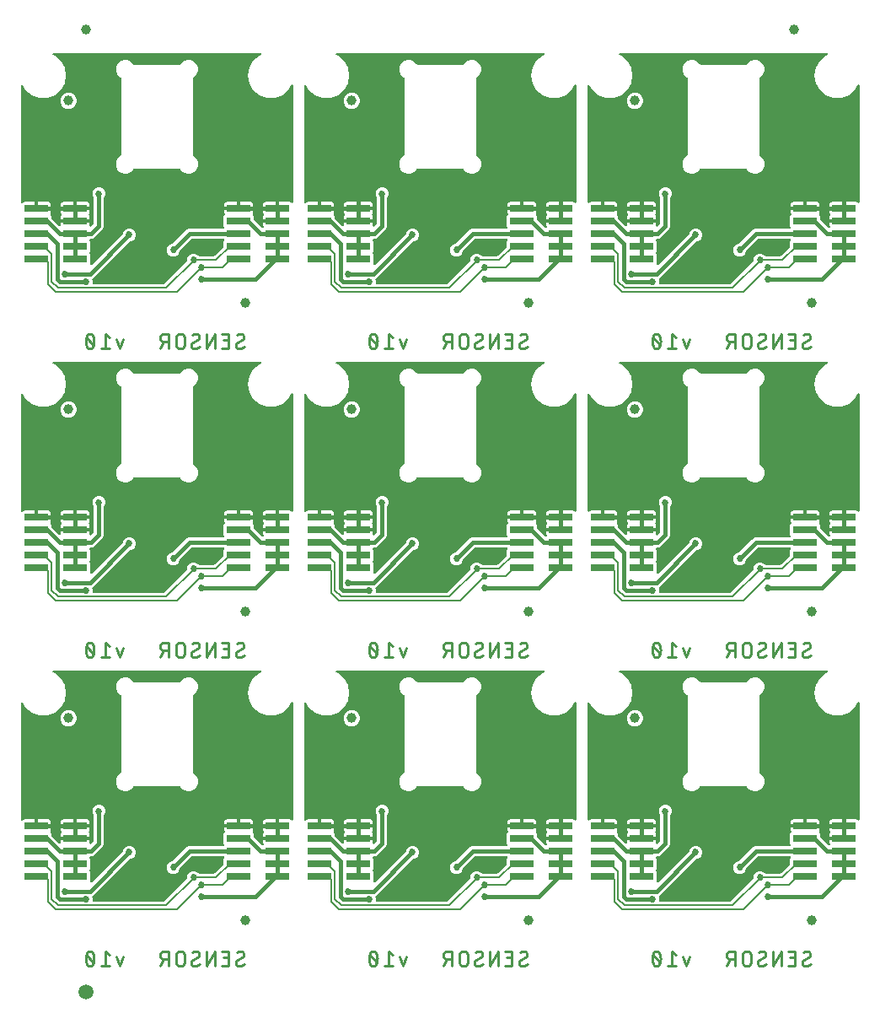
<source format=gbl>
G04 EAGLE Gerber RS-274X export*
G75*
%MOMM*%
%FSLAX34Y34*%
%LPD*%
%INBottom Copper*%
%IPPOS*%
%AMOC8*
5,1,8,0,0,1.08239X$1,22.5*%
G01*
%ADD10C,0.279400*%
%ADD11C,1.000000*%
%ADD12R,2.400000X0.760000*%
%ADD13C,1.500000*%
%ADD14C,0.685800*%
%ADD15C,0.406400*%
%ADD16C,0.203200*%

G36*
X146826Y70117D02*
X146826Y70117D01*
X146914Y70120D01*
X146966Y70137D01*
X147021Y70145D01*
X147101Y70180D01*
X147184Y70207D01*
X147224Y70235D01*
X147281Y70261D01*
X147394Y70357D01*
X147458Y70402D01*
X169755Y92699D01*
X169807Y92769D01*
X169867Y92833D01*
X169893Y92882D01*
X169926Y92927D01*
X169957Y93008D01*
X169997Y93086D01*
X170005Y93134D01*
X170027Y93192D01*
X170034Y93273D01*
X170038Y93288D01*
X170040Y93342D01*
X170052Y93417D01*
X170052Y95268D01*
X171038Y97649D01*
X172861Y99472D01*
X175242Y100458D01*
X177818Y100458D01*
X180199Y99472D01*
X181329Y98342D01*
X181399Y98290D01*
X181463Y98230D01*
X181512Y98204D01*
X181556Y98171D01*
X181638Y98140D01*
X181716Y98100D01*
X181763Y98092D01*
X181822Y98070D01*
X181969Y98058D01*
X182047Y98045D01*
X196836Y98045D01*
X196922Y98057D01*
X197010Y98060D01*
X197062Y98077D01*
X197117Y98085D01*
X197197Y98120D01*
X197280Y98147D01*
X197320Y98175D01*
X197377Y98201D01*
X197490Y98297D01*
X197554Y98342D01*
X206454Y107242D01*
X206506Y107312D01*
X206566Y107376D01*
X206592Y107425D01*
X206625Y107469D01*
X206656Y107551D01*
X206696Y107629D01*
X206704Y107677D01*
X206726Y107735D01*
X206738Y107883D01*
X206751Y107960D01*
X206751Y113013D01*
X207321Y113582D01*
X207356Y113629D01*
X207398Y113669D01*
X207441Y113742D01*
X207491Y113809D01*
X207512Y113864D01*
X207542Y113914D01*
X207563Y113996D01*
X207593Y114075D01*
X207598Y114133D01*
X207612Y114190D01*
X207609Y114274D01*
X207616Y114358D01*
X207605Y114416D01*
X207603Y114474D01*
X207577Y114554D01*
X207560Y114637D01*
X207533Y114689D01*
X207515Y114745D01*
X207475Y114801D01*
X207429Y114889D01*
X207361Y114962D01*
X207321Y115018D01*
X207066Y115272D01*
X206997Y115325D01*
X206933Y115384D01*
X206884Y115410D01*
X206839Y115443D01*
X206758Y115474D01*
X206680Y115514D01*
X206632Y115522D01*
X206574Y115544D01*
X206426Y115556D01*
X206349Y115569D01*
X175245Y115569D01*
X175158Y115557D01*
X175071Y115554D01*
X175018Y115537D01*
X174964Y115529D01*
X174884Y115494D01*
X174801Y115467D01*
X174761Y115439D01*
X174704Y115413D01*
X174591Y115317D01*
X174527Y115272D01*
X162985Y103730D01*
X162933Y103660D01*
X162873Y103596D01*
X162847Y103547D01*
X162814Y103503D01*
X162783Y103421D01*
X162743Y103343D01*
X162735Y103295D01*
X162713Y103237D01*
X162701Y103089D01*
X162688Y103012D01*
X162688Y102852D01*
X161702Y100471D01*
X159879Y98648D01*
X157498Y97662D01*
X154922Y97662D01*
X152541Y98648D01*
X150718Y100471D01*
X149732Y102852D01*
X149732Y105428D01*
X150718Y107809D01*
X152541Y109632D01*
X154922Y110618D01*
X155082Y110618D01*
X155169Y110630D01*
X155256Y110633D01*
X155309Y110650D01*
X155363Y110658D01*
X155443Y110693D01*
X155526Y110720D01*
X155566Y110748D01*
X155623Y110774D01*
X155736Y110870D01*
X155800Y110915D01*
X169842Y124957D01*
X171709Y125731D01*
X206349Y125731D01*
X206435Y125743D01*
X206523Y125746D01*
X206575Y125763D01*
X206630Y125771D01*
X206710Y125806D01*
X206793Y125833D01*
X206832Y125861D01*
X206890Y125887D01*
X207003Y125983D01*
X207066Y126028D01*
X207321Y126282D01*
X207356Y126329D01*
X207398Y126369D01*
X207441Y126442D01*
X207491Y126509D01*
X207512Y126564D01*
X207542Y126614D01*
X207563Y126696D01*
X207593Y126775D01*
X207598Y126833D01*
X207612Y126890D01*
X207609Y126974D01*
X207616Y127058D01*
X207605Y127116D01*
X207603Y127174D01*
X207577Y127254D01*
X207560Y127337D01*
X207533Y127389D01*
X207515Y127445D01*
X207475Y127501D01*
X207429Y127589D01*
X207361Y127662D01*
X207321Y127718D01*
X206751Y128287D01*
X206751Y138413D01*
X207680Y139341D01*
X207715Y139389D01*
X207759Y139430D01*
X207801Y139502D01*
X207851Y139569D01*
X207872Y139624D01*
X207902Y139676D01*
X207922Y139756D01*
X207952Y139834D01*
X207957Y139894D01*
X207971Y139951D01*
X207969Y140035D01*
X207975Y140118D01*
X207964Y140176D01*
X207962Y140235D01*
X207936Y140315D01*
X207920Y140396D01*
X207892Y140449D01*
X207874Y140506D01*
X207844Y140548D01*
X207834Y140574D01*
X207432Y141269D01*
X207259Y141916D01*
X207259Y144151D01*
X220916Y144151D01*
X220974Y144159D01*
X221032Y144157D01*
X221114Y144179D01*
X221197Y144191D01*
X221251Y144214D01*
X221307Y144229D01*
X221380Y144272D01*
X221457Y144307D01*
X221501Y144345D01*
X221552Y144374D01*
X221609Y144436D01*
X221674Y144490D01*
X221706Y144539D01*
X221746Y144582D01*
X221785Y144657D01*
X221800Y144680D01*
X221825Y144625D01*
X221863Y144580D01*
X221893Y144530D01*
X221954Y144472D01*
X222009Y144408D01*
X222057Y144376D01*
X222100Y144336D01*
X222175Y144297D01*
X222245Y144250D01*
X222301Y144233D01*
X222353Y144206D01*
X222421Y144195D01*
X222516Y144165D01*
X222616Y144162D01*
X222684Y144151D01*
X236341Y144151D01*
X236341Y141916D01*
X236168Y141269D01*
X235766Y140574D01*
X235765Y140571D01*
X235750Y140552D01*
X235729Y140496D01*
X235699Y140445D01*
X235678Y140364D01*
X235649Y140286D01*
X235644Y140227D01*
X235629Y140169D01*
X235632Y140086D01*
X235624Y140003D01*
X235636Y139945D01*
X235638Y139885D01*
X235663Y139806D01*
X235680Y139724D01*
X235707Y139671D01*
X235725Y139615D01*
X235765Y139559D01*
X235810Y139472D01*
X235880Y139398D01*
X235920Y139341D01*
X236849Y138413D01*
X236849Y135247D01*
X236861Y135160D01*
X236864Y135073D01*
X236881Y135020D01*
X236889Y134966D01*
X236924Y134886D01*
X236951Y134803D01*
X236979Y134763D01*
X237005Y134706D01*
X237101Y134593D01*
X237146Y134529D01*
X245139Y126536D01*
X245186Y126501D01*
X245226Y126459D01*
X245299Y126416D01*
X245366Y126365D01*
X245421Y126345D01*
X245471Y126315D01*
X245553Y126294D01*
X245632Y126264D01*
X245690Y126259D01*
X245747Y126245D01*
X245831Y126248D01*
X245915Y126241D01*
X245973Y126252D01*
X246031Y126254D01*
X246111Y126280D01*
X246194Y126296D01*
X246246Y126323D01*
X246302Y126341D01*
X246358Y126382D01*
X246446Y126427D01*
X246519Y126496D01*
X246575Y126536D01*
X246680Y126641D01*
X246716Y126689D01*
X246759Y126730D01*
X246801Y126802D01*
X246851Y126869D01*
X246872Y126924D01*
X246902Y126976D01*
X246922Y127056D01*
X246952Y127134D01*
X246957Y127194D01*
X246971Y127251D01*
X246969Y127335D01*
X246975Y127418D01*
X246964Y127476D01*
X246962Y127535D01*
X246936Y127615D01*
X246920Y127696D01*
X246892Y127749D01*
X246874Y127806D01*
X246844Y127848D01*
X246834Y127874D01*
X246432Y128569D01*
X246259Y129216D01*
X246259Y131451D01*
X259916Y131451D01*
X259974Y131459D01*
X260032Y131457D01*
X260114Y131479D01*
X260197Y131491D01*
X260251Y131514D01*
X260307Y131529D01*
X260380Y131572D01*
X260457Y131607D01*
X260501Y131645D01*
X260552Y131674D01*
X260609Y131736D01*
X260674Y131790D01*
X260706Y131839D01*
X260746Y131882D01*
X260785Y131957D01*
X260831Y132027D01*
X260849Y132083D01*
X260876Y132135D01*
X260887Y132203D01*
X260917Y132298D01*
X260920Y132398D01*
X260931Y132466D01*
X260931Y133219D01*
X261684Y133219D01*
X261742Y133227D01*
X261800Y133226D01*
X261882Y133247D01*
X261966Y133259D01*
X262019Y133283D01*
X262075Y133297D01*
X262148Y133341D01*
X262225Y133375D01*
X262270Y133413D01*
X262320Y133443D01*
X262378Y133504D01*
X262442Y133559D01*
X262474Y133607D01*
X262514Y133650D01*
X262553Y133725D01*
X262600Y133795D01*
X262617Y133851D01*
X262644Y133903D01*
X262655Y133971D01*
X262685Y134066D01*
X262688Y134166D01*
X262699Y134234D01*
X262699Y145166D01*
X262691Y145224D01*
X262693Y145282D01*
X262671Y145364D01*
X262659Y145447D01*
X262636Y145501D01*
X262621Y145557D01*
X262578Y145630D01*
X262543Y145707D01*
X262505Y145751D01*
X262476Y145802D01*
X262414Y145859D01*
X262360Y145924D01*
X262311Y145956D01*
X262268Y145996D01*
X262193Y146035D01*
X262170Y146050D01*
X262225Y146075D01*
X262270Y146113D01*
X262320Y146143D01*
X262378Y146204D01*
X262442Y146259D01*
X262474Y146307D01*
X262514Y146350D01*
X262553Y146425D01*
X262600Y146495D01*
X262617Y146551D01*
X262644Y146603D01*
X262655Y146671D01*
X262685Y146766D01*
X262688Y146866D01*
X262699Y146934D01*
X262699Y152391D01*
X273134Y152391D01*
X273781Y152218D01*
X274360Y151883D01*
X274618Y151625D01*
X274641Y151607D01*
X274660Y151585D01*
X274754Y151522D01*
X274845Y151454D01*
X274873Y151444D01*
X274897Y151428D01*
X275005Y151393D01*
X275111Y151353D01*
X275140Y151350D01*
X275168Y151342D01*
X275281Y151339D01*
X275394Y151329D01*
X275423Y151335D01*
X275452Y151334D01*
X275562Y151363D01*
X275673Y151385D01*
X275699Y151399D01*
X275727Y151406D01*
X275825Y151464D01*
X275925Y151516D01*
X275946Y151536D01*
X275972Y151551D01*
X276049Y151634D01*
X276131Y151712D01*
X276146Y151737D01*
X276166Y151758D01*
X276218Y151859D01*
X276275Y151957D01*
X276282Y151986D01*
X276296Y152012D01*
X276309Y152089D01*
X276345Y152233D01*
X276343Y152295D01*
X276351Y152343D01*
X276389Y269176D01*
X276386Y269195D01*
X276388Y269215D01*
X276366Y269336D01*
X276349Y269457D01*
X276341Y269475D01*
X276338Y269495D01*
X276283Y269605D01*
X276233Y269717D01*
X276220Y269732D01*
X276211Y269750D01*
X276129Y269840D01*
X276049Y269934D01*
X276033Y269945D01*
X276020Y269959D01*
X275915Y270024D01*
X275813Y270092D01*
X275794Y270097D01*
X275777Y270108D01*
X275658Y270140D01*
X275542Y270177D01*
X275522Y270178D01*
X275503Y270183D01*
X275380Y270182D01*
X275258Y270185D01*
X275238Y270180D01*
X275219Y270180D01*
X275101Y270144D01*
X274982Y270113D01*
X274966Y270103D01*
X274947Y270097D01*
X274843Y270030D01*
X274738Y269968D01*
X274725Y269954D01*
X274708Y269943D01*
X274661Y269886D01*
X274543Y269761D01*
X274520Y269715D01*
X274494Y269684D01*
X271585Y264645D01*
X265478Y259520D01*
X257986Y256793D01*
X250014Y256793D01*
X242522Y259520D01*
X236415Y264644D01*
X232429Y271549D01*
X231045Y279400D01*
X232429Y287251D01*
X236415Y294155D01*
X242522Y299280D01*
X243901Y299782D01*
X243997Y299833D01*
X244095Y299877D01*
X244122Y299899D01*
X244152Y299916D01*
X244230Y299991D01*
X244312Y300061D01*
X244331Y300089D01*
X244356Y300114D01*
X244410Y300207D01*
X244470Y300297D01*
X244480Y300330D01*
X244497Y300360D01*
X244523Y300465D01*
X244555Y300568D01*
X244556Y300603D01*
X244565Y300637D01*
X244560Y300744D01*
X244563Y300852D01*
X244554Y300886D01*
X244553Y300921D01*
X244518Y301023D01*
X244491Y301127D01*
X244473Y301157D01*
X244462Y301190D01*
X244401Y301279D01*
X244346Y301372D01*
X244320Y301396D01*
X244301Y301424D01*
X244217Y301492D01*
X244138Y301566D01*
X244107Y301582D01*
X244081Y301604D01*
X243981Y301647D01*
X243885Y301696D01*
X243855Y301701D01*
X243819Y301716D01*
X243607Y301742D01*
X243554Y301751D01*
X35846Y301751D01*
X35739Y301736D01*
X35631Y301728D01*
X35599Y301716D01*
X35564Y301711D01*
X35466Y301667D01*
X35365Y301630D01*
X35337Y301609D01*
X35305Y301595D01*
X35223Y301526D01*
X35136Y301462D01*
X35114Y301434D01*
X35088Y301412D01*
X35028Y301322D01*
X34962Y301236D01*
X34950Y301204D01*
X34930Y301175D01*
X34898Y301072D01*
X34858Y300972D01*
X34855Y300937D01*
X34845Y300904D01*
X34842Y300796D01*
X34832Y300689D01*
X34838Y300654D01*
X34837Y300620D01*
X34864Y300515D01*
X34885Y300409D01*
X34900Y300378D01*
X34909Y300345D01*
X34964Y300252D01*
X35013Y300156D01*
X35036Y300130D01*
X35054Y300100D01*
X35133Y300026D01*
X35206Y299947D01*
X35233Y299932D01*
X35262Y299906D01*
X35452Y299808D01*
X35499Y299782D01*
X36878Y299280D01*
X42985Y294156D01*
X46971Y287251D01*
X48355Y279400D01*
X46971Y271549D01*
X42985Y264645D01*
X36878Y259520D01*
X29386Y256793D01*
X21414Y256793D01*
X13922Y259520D01*
X7815Y264644D01*
X5031Y269467D01*
X5019Y269482D01*
X5011Y269500D01*
X4931Y269594D01*
X4856Y269691D01*
X4840Y269702D01*
X4827Y269717D01*
X4725Y269786D01*
X4625Y269858D01*
X4607Y269864D01*
X4591Y269875D01*
X4473Y269912D01*
X4358Y269954D01*
X4338Y269955D01*
X4320Y269961D01*
X4197Y269964D01*
X4074Y269972D01*
X4055Y269968D01*
X4035Y269968D01*
X3917Y269937D01*
X3796Y269911D01*
X3779Y269901D01*
X3760Y269896D01*
X3655Y269834D01*
X3546Y269775D01*
X3533Y269761D01*
X3516Y269751D01*
X3432Y269662D01*
X3344Y269575D01*
X3335Y269558D01*
X3321Y269544D01*
X3265Y269434D01*
X3205Y269327D01*
X3201Y269308D01*
X3192Y269291D01*
X3180Y269218D01*
X3140Y269050D01*
X3143Y268999D01*
X3136Y268960D01*
X3099Y152393D01*
X3103Y152364D01*
X3100Y152335D01*
X3123Y152224D01*
X3138Y152112D01*
X3150Y152085D01*
X3156Y152056D01*
X3208Y151956D01*
X3255Y151852D01*
X3274Y151830D01*
X3287Y151804D01*
X3365Y151722D01*
X3438Y151635D01*
X3463Y151619D01*
X3483Y151597D01*
X3581Y151540D01*
X3675Y151478D01*
X3703Y151469D01*
X3728Y151454D01*
X3838Y151426D01*
X3946Y151392D01*
X3975Y151391D01*
X4004Y151384D01*
X4117Y151387D01*
X4230Y151384D01*
X4259Y151392D01*
X4288Y151393D01*
X4396Y151427D01*
X4505Y151456D01*
X4530Y151471D01*
X4558Y151480D01*
X4622Y151526D01*
X4749Y151601D01*
X4792Y151647D01*
X4832Y151675D01*
X5040Y151883D01*
X5619Y152218D01*
X6266Y152391D01*
X16701Y152391D01*
X16701Y146934D01*
X16709Y146876D01*
X16707Y146818D01*
X16729Y146736D01*
X16741Y146653D01*
X16764Y146599D01*
X16779Y146543D01*
X16822Y146470D01*
X16857Y146393D01*
X16895Y146349D01*
X16924Y146298D01*
X16986Y146241D01*
X17040Y146176D01*
X17089Y146144D01*
X17132Y146104D01*
X17207Y146065D01*
X17277Y146019D01*
X17333Y146001D01*
X17385Y145974D01*
X17453Y145963D01*
X17548Y145933D01*
X17648Y145930D01*
X17716Y145919D01*
X18469Y145919D01*
X18469Y145166D01*
X18476Y145118D01*
X18476Y145117D01*
X18476Y145115D01*
X18477Y145108D01*
X18476Y145050D01*
X18497Y144968D01*
X18509Y144884D01*
X18533Y144831D01*
X18547Y144775D01*
X18591Y144702D01*
X18625Y144625D01*
X18663Y144580D01*
X18693Y144530D01*
X18754Y144472D01*
X18809Y144408D01*
X18857Y144376D01*
X18900Y144336D01*
X18975Y144297D01*
X19045Y144250D01*
X19101Y144233D01*
X19153Y144206D01*
X19221Y144195D01*
X19316Y144165D01*
X19416Y144162D01*
X19484Y144151D01*
X33141Y144151D01*
X33141Y141916D01*
X32968Y141269D01*
X32566Y140574D01*
X32565Y140570D01*
X32549Y140550D01*
X32528Y140495D01*
X32499Y140445D01*
X32478Y140363D01*
X32448Y140284D01*
X32443Y140226D01*
X32429Y140169D01*
X32432Y140085D01*
X32425Y140001D01*
X32436Y139944D01*
X32438Y139885D01*
X32464Y139805D01*
X32480Y139722D01*
X32507Y139670D01*
X32525Y139615D01*
X32566Y139558D01*
X32611Y139470D01*
X32680Y139398D01*
X32720Y139341D01*
X33649Y138413D01*
X33649Y136517D01*
X33661Y136430D01*
X33664Y136343D01*
X33681Y136290D01*
X33689Y136236D01*
X33724Y136156D01*
X33751Y136072D01*
X33779Y136033D01*
X33805Y135976D01*
X33901Y135863D01*
X33946Y135799D01*
X41326Y128419D01*
X41350Y128402D01*
X41369Y128379D01*
X41463Y128316D01*
X41553Y128248D01*
X41581Y128238D01*
X41605Y128221D01*
X41713Y128187D01*
X41819Y128147D01*
X41848Y128145D01*
X41876Y128136D01*
X41990Y128133D01*
X42102Y128123D01*
X42131Y128129D01*
X42160Y128128D01*
X42270Y128157D01*
X42381Y128179D01*
X42407Y128193D01*
X42435Y128200D01*
X42533Y128258D01*
X42633Y128310D01*
X42655Y128330D01*
X42680Y128345D01*
X42757Y128428D01*
X42839Y128506D01*
X42854Y128531D01*
X42874Y128553D01*
X42926Y128654D01*
X42983Y128751D01*
X42990Y128780D01*
X43004Y128806D01*
X43017Y128883D01*
X43053Y129027D01*
X43051Y129089D01*
X43059Y129137D01*
X43059Y131451D01*
X56716Y131451D01*
X56774Y131459D01*
X56832Y131457D01*
X56914Y131479D01*
X56997Y131491D01*
X57051Y131514D01*
X57107Y131529D01*
X57180Y131572D01*
X57257Y131607D01*
X57301Y131645D01*
X57352Y131674D01*
X57409Y131736D01*
X57474Y131790D01*
X57506Y131839D01*
X57546Y131882D01*
X57585Y131957D01*
X57600Y131980D01*
X57625Y131925D01*
X57663Y131880D01*
X57693Y131830D01*
X57754Y131772D01*
X57809Y131708D01*
X57857Y131676D01*
X57900Y131636D01*
X57975Y131597D01*
X58045Y131550D01*
X58101Y131533D01*
X58153Y131506D01*
X58221Y131495D01*
X58316Y131465D01*
X58416Y131462D01*
X58484Y131451D01*
X72141Y131451D01*
X72141Y129216D01*
X72060Y128915D01*
X72058Y128895D01*
X72051Y128877D01*
X72041Y128754D01*
X72026Y128632D01*
X72029Y128613D01*
X72027Y128593D01*
X72051Y128473D01*
X72071Y128352D01*
X72079Y128334D01*
X72083Y128315D01*
X72140Y128205D01*
X72192Y128094D01*
X72205Y128080D01*
X72214Y128062D01*
X72299Y127973D01*
X72380Y127881D01*
X72396Y127871D01*
X72410Y127856D01*
X72516Y127794D01*
X72619Y127728D01*
X72638Y127722D01*
X72655Y127713D01*
X72774Y127682D01*
X72892Y127647D01*
X72912Y127647D01*
X72931Y127642D01*
X73053Y127646D01*
X73176Y127646D01*
X73195Y127651D01*
X73215Y127652D01*
X73332Y127689D01*
X73450Y127723D01*
X73467Y127733D01*
X73485Y127739D01*
X73545Y127782D01*
X73692Y127873D01*
X73726Y127910D01*
X73759Y127934D01*
X75902Y130077D01*
X75954Y130147D01*
X76014Y130211D01*
X76040Y130260D01*
X76073Y130304D01*
X76104Y130386D01*
X76144Y130464D01*
X76152Y130512D01*
X76174Y130570D01*
X76186Y130718D01*
X76199Y130795D01*
X76199Y156154D01*
X76187Y156241D01*
X76184Y156328D01*
X76167Y156381D01*
X76159Y156436D01*
X76124Y156516D01*
X76097Y156599D01*
X76069Y156638D01*
X76043Y156695D01*
X75947Y156808D01*
X75902Y156872D01*
X75788Y156986D01*
X74802Y159367D01*
X74802Y161943D01*
X75788Y164324D01*
X77611Y166147D01*
X79992Y167133D01*
X82568Y167133D01*
X84949Y166147D01*
X86772Y164324D01*
X87758Y161943D01*
X87758Y159367D01*
X86772Y156986D01*
X86658Y156872D01*
X86606Y156802D01*
X86546Y156738D01*
X86520Y156689D01*
X86487Y156645D01*
X86456Y156563D01*
X86416Y156485D01*
X86408Y156438D01*
X86386Y156379D01*
X86374Y156232D01*
X86361Y156154D01*
X86361Y127259D01*
X85587Y125392D01*
X76538Y116343D01*
X74671Y115569D01*
X73051Y115569D01*
X72965Y115557D01*
X72877Y115554D01*
X72825Y115537D01*
X72770Y115529D01*
X72690Y115494D01*
X72607Y115467D01*
X72568Y115439D01*
X72510Y115413D01*
X72397Y115317D01*
X72334Y115272D01*
X72079Y115018D01*
X72044Y114971D01*
X72002Y114931D01*
X71959Y114858D01*
X71909Y114791D01*
X71888Y114736D01*
X71858Y114686D01*
X71837Y114604D01*
X71807Y114525D01*
X71802Y114467D01*
X71788Y114410D01*
X71791Y114326D01*
X71784Y114242D01*
X71795Y114184D01*
X71797Y114126D01*
X71823Y114046D01*
X71840Y113963D01*
X71867Y113911D01*
X71885Y113855D01*
X71925Y113799D01*
X71971Y113711D01*
X72039Y113638D01*
X72079Y113582D01*
X72649Y113013D01*
X72649Y102887D01*
X72079Y102318D01*
X72044Y102271D01*
X72002Y102231D01*
X71959Y102158D01*
X71909Y102091D01*
X71888Y102036D01*
X71858Y101986D01*
X71837Y101904D01*
X71807Y101825D01*
X71802Y101767D01*
X71788Y101710D01*
X71791Y101626D01*
X71784Y101542D01*
X71795Y101484D01*
X71797Y101426D01*
X71823Y101346D01*
X71840Y101263D01*
X71867Y101211D01*
X71885Y101155D01*
X71925Y101099D01*
X71971Y101011D01*
X72015Y100964D01*
X72028Y100942D01*
X72054Y100917D01*
X72079Y100882D01*
X72649Y100313D01*
X72649Y89905D01*
X72653Y89876D01*
X72650Y89847D01*
X72673Y89736D01*
X72689Y89623D01*
X72701Y89597D01*
X72706Y89568D01*
X72758Y89467D01*
X72805Y89364D01*
X72824Y89342D01*
X72837Y89316D01*
X72915Y89234D01*
X72988Y89147D01*
X73013Y89131D01*
X73033Y89110D01*
X73131Y89052D01*
X73225Y88989D01*
X73253Y88981D01*
X73278Y88966D01*
X73388Y88938D01*
X73496Y88904D01*
X73526Y88903D01*
X73554Y88896D01*
X73667Y88899D01*
X73780Y88896D01*
X73809Y88904D01*
X73838Y88905D01*
X73946Y88940D01*
X74055Y88968D01*
X74081Y88983D01*
X74109Y88992D01*
X74172Y89038D01*
X74300Y89113D01*
X74343Y89159D01*
X74382Y89187D01*
X104985Y119790D01*
X105037Y119860D01*
X105097Y119924D01*
X105123Y119973D01*
X105156Y120017D01*
X105187Y120099D01*
X105227Y120177D01*
X105235Y120225D01*
X105257Y120283D01*
X105269Y120431D01*
X105282Y120508D01*
X105282Y120668D01*
X106268Y123049D01*
X108091Y124872D01*
X110472Y125858D01*
X113048Y125858D01*
X115429Y124872D01*
X117252Y123049D01*
X118238Y120668D01*
X118238Y118092D01*
X117252Y115711D01*
X115429Y113888D01*
X113048Y112902D01*
X112888Y112902D01*
X112801Y112890D01*
X112714Y112887D01*
X112661Y112870D01*
X112607Y112862D01*
X112527Y112827D01*
X112444Y112800D01*
X112404Y112772D01*
X112347Y112746D01*
X112234Y112650D01*
X112170Y112605D01*
X75253Y75688D01*
X75206Y75670D01*
X75139Y75619D01*
X75066Y75576D01*
X75026Y75534D01*
X74979Y75498D01*
X74929Y75431D01*
X74871Y75369D01*
X74844Y75317D01*
X74809Y75271D01*
X74779Y75192D01*
X74741Y75117D01*
X74729Y75059D01*
X74709Y75005D01*
X74702Y74921D01*
X74686Y74838D01*
X74691Y74780D01*
X74686Y74721D01*
X74701Y74654D01*
X74710Y74555D01*
X74746Y74461D01*
X74761Y74394D01*
X75058Y73678D01*
X75058Y71120D01*
X75066Y71062D01*
X75064Y71004D01*
X75086Y70922D01*
X75098Y70838D01*
X75121Y70785D01*
X75136Y70729D01*
X75179Y70656D01*
X75214Y70579D01*
X75252Y70534D01*
X75281Y70484D01*
X75343Y70426D01*
X75397Y70362D01*
X75446Y70330D01*
X75489Y70290D01*
X75564Y70251D01*
X75634Y70204D01*
X75690Y70187D01*
X75742Y70160D01*
X75810Y70149D01*
X75905Y70119D01*
X76005Y70116D01*
X76073Y70105D01*
X146740Y70105D01*
X146826Y70117D01*
G37*
G36*
X715837Y689877D02*
X715837Y689877D01*
X715925Y689880D01*
X715977Y689897D01*
X716032Y689905D01*
X716112Y689940D01*
X716195Y689967D01*
X716234Y689995D01*
X716292Y690021D01*
X716405Y690117D01*
X716468Y690162D01*
X738766Y712459D01*
X738818Y712529D01*
X738878Y712593D01*
X738903Y712642D01*
X738937Y712686D01*
X738968Y712768D01*
X739008Y712846D01*
X739016Y712894D01*
X739038Y712952D01*
X739045Y713033D01*
X739049Y713048D01*
X739051Y713102D01*
X739063Y713177D01*
X739063Y715028D01*
X740049Y717409D01*
X741871Y719232D01*
X744252Y720218D01*
X746829Y720218D01*
X749210Y719232D01*
X750340Y718102D01*
X750409Y718050D01*
X750473Y717990D01*
X750523Y717964D01*
X750567Y717931D01*
X750649Y717900D01*
X750726Y717860D01*
X750774Y717852D01*
X750832Y717830D01*
X750980Y717818D01*
X751058Y717805D01*
X765847Y717805D01*
X765933Y717817D01*
X766021Y717820D01*
X766073Y717837D01*
X766128Y717845D01*
X766208Y717880D01*
X766291Y717907D01*
X766330Y717935D01*
X766388Y717961D01*
X766501Y718057D01*
X766564Y718102D01*
X775465Y727002D01*
X775517Y727072D01*
X775577Y727136D01*
X775602Y727185D01*
X775636Y727230D01*
X775667Y727311D01*
X775707Y727389D01*
X775715Y727437D01*
X775737Y727495D01*
X775749Y727643D01*
X775762Y727720D01*
X775762Y732773D01*
X776331Y733342D01*
X776366Y733389D01*
X776409Y733429D01*
X776452Y733502D01*
X776502Y733569D01*
X776523Y733624D01*
X776553Y733674D01*
X776573Y733756D01*
X776603Y733835D01*
X776608Y733893D01*
X776623Y733950D01*
X776620Y734034D01*
X776627Y734118D01*
X776616Y734176D01*
X776614Y734234D01*
X776588Y734314D01*
X776571Y734397D01*
X776544Y734449D01*
X776526Y734505D01*
X776486Y734561D01*
X776440Y734649D01*
X776371Y734722D01*
X776331Y734778D01*
X776077Y735032D01*
X776008Y735084D01*
X775944Y735144D01*
X775894Y735170D01*
X775850Y735203D01*
X775768Y735234D01*
X775691Y735274D01*
X775643Y735282D01*
X775584Y735304D01*
X775437Y735316D01*
X775359Y735329D01*
X744256Y735329D01*
X744169Y735317D01*
X744082Y735314D01*
X744029Y735297D01*
X743974Y735289D01*
X743895Y735254D01*
X743811Y735227D01*
X743772Y735199D01*
X743715Y735173D01*
X743602Y735077D01*
X743538Y735032D01*
X731996Y723490D01*
X731943Y723420D01*
X731883Y723356D01*
X731858Y723307D01*
X731825Y723263D01*
X731794Y723181D01*
X731754Y723103D01*
X731746Y723055D01*
X731724Y722997D01*
X731712Y722849D01*
X731699Y722772D01*
X731699Y722612D01*
X730712Y720231D01*
X728890Y718408D01*
X726509Y717422D01*
X723932Y717422D01*
X721551Y718408D01*
X719729Y720231D01*
X718743Y722612D01*
X718743Y725188D01*
X719729Y727569D01*
X721551Y729392D01*
X723932Y730378D01*
X724093Y730378D01*
X724179Y730390D01*
X724267Y730393D01*
X724319Y730410D01*
X724374Y730418D01*
X724454Y730453D01*
X724537Y730480D01*
X724577Y730508D01*
X724634Y730534D01*
X724747Y730630D01*
X724811Y730675D01*
X738853Y744717D01*
X740720Y745491D01*
X775359Y745491D01*
X775446Y745503D01*
X775533Y745506D01*
X775586Y745523D01*
X775641Y745531D01*
X775721Y745566D01*
X775804Y745593D01*
X775843Y745621D01*
X775900Y745647D01*
X776014Y745743D01*
X776077Y745788D01*
X776331Y746042D01*
X776366Y746089D01*
X776409Y746129D01*
X776452Y746202D01*
X776502Y746269D01*
X776523Y746324D01*
X776553Y746374D01*
X776573Y746456D01*
X776603Y746535D01*
X776608Y746593D01*
X776623Y746650D01*
X776620Y746734D01*
X776627Y746818D01*
X776616Y746876D01*
X776614Y746934D01*
X776588Y747014D01*
X776571Y747097D01*
X776544Y747149D01*
X776526Y747205D01*
X776486Y747261D01*
X776440Y747349D01*
X776371Y747422D01*
X776331Y747478D01*
X775762Y748047D01*
X775762Y758173D01*
X776691Y759101D01*
X776726Y759148D01*
X776768Y759188D01*
X776811Y759261D01*
X776861Y759328D01*
X776882Y759383D01*
X776912Y759434D01*
X776933Y759515D01*
X776963Y759594D01*
X776968Y759652D01*
X776982Y759709D01*
X776979Y759793D01*
X776986Y759877D01*
X776975Y759935D01*
X776973Y759993D01*
X776947Y760073D01*
X776930Y760156D01*
X776903Y760208D01*
X776885Y760264D01*
X776855Y760307D01*
X776845Y760334D01*
X776443Y761029D01*
X776270Y761676D01*
X776270Y763911D01*
X789927Y763911D01*
X789984Y763919D01*
X790043Y763917D01*
X790125Y763939D01*
X790208Y763951D01*
X790261Y763974D01*
X790318Y763989D01*
X790390Y764032D01*
X790468Y764067D01*
X790512Y764105D01*
X790562Y764134D01*
X790620Y764196D01*
X790685Y764250D01*
X790717Y764299D01*
X790757Y764342D01*
X790795Y764417D01*
X790811Y764440D01*
X790836Y764385D01*
X790874Y764340D01*
X790904Y764290D01*
X790965Y764232D01*
X791020Y764168D01*
X791068Y764136D01*
X791111Y764096D01*
X791186Y764057D01*
X791256Y764010D01*
X791312Y763993D01*
X791364Y763966D01*
X791432Y763955D01*
X791527Y763925D01*
X791627Y763922D01*
X791695Y763911D01*
X805352Y763911D01*
X805352Y761676D01*
X805178Y761029D01*
X804777Y760334D01*
X804776Y760330D01*
X804760Y760310D01*
X804739Y760255D01*
X804710Y760205D01*
X804689Y760123D01*
X804659Y760044D01*
X804654Y759986D01*
X804640Y759929D01*
X804642Y759845D01*
X804635Y759761D01*
X804647Y759704D01*
X804649Y759645D01*
X804675Y759565D01*
X804691Y759482D01*
X804718Y759430D01*
X804736Y759375D01*
X804776Y759318D01*
X804822Y759230D01*
X804891Y759158D01*
X804931Y759101D01*
X805860Y758173D01*
X805860Y755007D01*
X805872Y754920D01*
X805875Y754833D01*
X805892Y754780D01*
X805899Y754726D01*
X805935Y754646D01*
X805962Y754563D01*
X805990Y754523D01*
X806016Y754466D01*
X806112Y754353D01*
X806157Y754289D01*
X814150Y746296D01*
X814196Y746261D01*
X814237Y746219D01*
X814310Y746176D01*
X814377Y746125D01*
X814432Y746105D01*
X814482Y746075D01*
X814564Y746054D01*
X814643Y746024D01*
X814701Y746019D01*
X814758Y746005D01*
X814842Y746008D01*
X814926Y746001D01*
X814983Y746012D01*
X815042Y746014D01*
X815122Y746040D01*
X815205Y746056D01*
X815257Y746083D01*
X815312Y746101D01*
X815369Y746142D01*
X815457Y746187D01*
X815529Y746256D01*
X815586Y746296D01*
X815691Y746401D01*
X815726Y746449D01*
X815769Y746490D01*
X815811Y746562D01*
X815862Y746629D01*
X815883Y746684D01*
X815913Y746736D01*
X815933Y746816D01*
X815963Y746894D01*
X815968Y746954D01*
X815982Y747011D01*
X815979Y747095D01*
X815986Y747178D01*
X815975Y747236D01*
X815973Y747295D01*
X815947Y747375D01*
X815930Y747456D01*
X815903Y747509D01*
X815885Y747566D01*
X815854Y747608D01*
X815845Y747634D01*
X815443Y748329D01*
X815270Y748976D01*
X815270Y751211D01*
X828927Y751211D01*
X828984Y751219D01*
X829043Y751217D01*
X829125Y751239D01*
X829208Y751251D01*
X829261Y751274D01*
X829318Y751289D01*
X829390Y751332D01*
X829468Y751367D01*
X829512Y751405D01*
X829562Y751434D01*
X829620Y751496D01*
X829685Y751550D01*
X829717Y751599D01*
X829757Y751642D01*
X829795Y751717D01*
X829842Y751787D01*
X829860Y751843D01*
X829886Y751895D01*
X829898Y751963D01*
X829928Y752058D01*
X829930Y752158D01*
X829942Y752226D01*
X829942Y752979D01*
X830695Y752979D01*
X830753Y752987D01*
X830811Y752986D01*
X830893Y753007D01*
X830976Y753019D01*
X831030Y753043D01*
X831086Y753057D01*
X831159Y753101D01*
X831236Y753135D01*
X831280Y753173D01*
X831331Y753203D01*
X831388Y753264D01*
X831453Y753319D01*
X831485Y753367D01*
X831525Y753410D01*
X831564Y753485D01*
X831610Y753555D01*
X831628Y753611D01*
X831655Y753663D01*
X831666Y753731D01*
X831696Y753826D01*
X831699Y753926D01*
X831710Y753994D01*
X831710Y764926D01*
X831702Y764984D01*
X831703Y765042D01*
X831682Y765124D01*
X831670Y765207D01*
X831646Y765261D01*
X831632Y765317D01*
X831589Y765390D01*
X831554Y765467D01*
X831516Y765511D01*
X831486Y765562D01*
X831425Y765619D01*
X831370Y765684D01*
X831322Y765716D01*
X831279Y765756D01*
X831204Y765795D01*
X831180Y765810D01*
X831236Y765835D01*
X831280Y765873D01*
X831331Y765903D01*
X831388Y765964D01*
X831453Y766019D01*
X831485Y766067D01*
X831525Y766110D01*
X831564Y766185D01*
X831610Y766255D01*
X831628Y766311D01*
X831655Y766363D01*
X831666Y766431D01*
X831696Y766526D01*
X831699Y766626D01*
X831710Y766694D01*
X831710Y772151D01*
X842145Y772151D01*
X842792Y771978D01*
X843371Y771643D01*
X843629Y771385D01*
X843652Y771367D01*
X843671Y771345D01*
X843765Y771282D01*
X843856Y771214D01*
X843883Y771204D01*
X843908Y771188D01*
X844015Y771153D01*
X844122Y771113D01*
X844151Y771110D01*
X844179Y771102D01*
X844292Y771099D01*
X844405Y771089D01*
X844434Y771095D01*
X844463Y771094D01*
X844572Y771123D01*
X844684Y771145D01*
X844710Y771159D01*
X844738Y771166D01*
X844835Y771224D01*
X844936Y771276D01*
X844957Y771296D01*
X844982Y771311D01*
X845060Y771394D01*
X845142Y771472D01*
X845157Y771497D01*
X845177Y771518D01*
X845229Y771619D01*
X845286Y771717D01*
X845293Y771746D01*
X845306Y771772D01*
X845319Y771849D01*
X845356Y771993D01*
X845354Y772055D01*
X845362Y772103D01*
X845400Y888936D01*
X845397Y888955D01*
X845399Y888975D01*
X845377Y889096D01*
X845360Y889217D01*
X845352Y889235D01*
X845348Y889255D01*
X845294Y889365D01*
X845244Y889477D01*
X845231Y889492D01*
X845222Y889510D01*
X845139Y889600D01*
X845060Y889694D01*
X845044Y889705D01*
X845030Y889719D01*
X844925Y889784D01*
X844824Y889852D01*
X844805Y889857D01*
X844788Y889868D01*
X844669Y889900D01*
X844553Y889937D01*
X844533Y889938D01*
X844514Y889943D01*
X844391Y889942D01*
X844268Y889945D01*
X844249Y889940D01*
X844230Y889940D01*
X844112Y889904D01*
X843993Y889873D01*
X843976Y889863D01*
X843957Y889857D01*
X843854Y889790D01*
X843749Y889728D01*
X843735Y889714D01*
X843719Y889703D01*
X843672Y889646D01*
X843554Y889521D01*
X843531Y889475D01*
X843505Y889444D01*
X840596Y884404D01*
X834489Y879280D01*
X826997Y876553D01*
X819025Y876553D01*
X811533Y879280D01*
X805426Y884404D01*
X801440Y891309D01*
X800055Y899160D01*
X801440Y907011D01*
X805426Y913915D01*
X811533Y919040D01*
X812912Y919542D01*
X813007Y919593D01*
X813106Y919637D01*
X813133Y919659D01*
X813163Y919676D01*
X813241Y919751D01*
X813323Y919821D01*
X813342Y919849D01*
X813367Y919874D01*
X813421Y919967D01*
X813481Y920057D01*
X813491Y920090D01*
X813508Y920120D01*
X813534Y920225D01*
X813566Y920328D01*
X813567Y920363D01*
X813575Y920397D01*
X813571Y920504D01*
X813574Y920612D01*
X813565Y920646D01*
X813563Y920681D01*
X813529Y920783D01*
X813502Y920887D01*
X813484Y920917D01*
X813473Y920950D01*
X813412Y921039D01*
X813357Y921132D01*
X813331Y921156D01*
X813311Y921184D01*
X813228Y921252D01*
X813149Y921326D01*
X813118Y921342D01*
X813091Y921364D01*
X812992Y921407D01*
X812896Y921456D01*
X812866Y921461D01*
X812830Y921476D01*
X812618Y921502D01*
X812565Y921511D01*
X604857Y921511D01*
X604750Y921496D01*
X604642Y921488D01*
X604610Y921476D01*
X604575Y921471D01*
X604477Y921427D01*
X604375Y921390D01*
X604347Y921369D01*
X604316Y921355D01*
X604233Y921286D01*
X604146Y921222D01*
X604125Y921194D01*
X604099Y921172D01*
X604039Y921082D01*
X603973Y920996D01*
X603960Y920964D01*
X603941Y920935D01*
X603909Y920832D01*
X603869Y920732D01*
X603866Y920697D01*
X603855Y920664D01*
X603853Y920556D01*
X603842Y920449D01*
X603849Y920414D01*
X603848Y920380D01*
X603875Y920275D01*
X603895Y920169D01*
X603911Y920138D01*
X603920Y920105D01*
X603975Y920012D01*
X604024Y919916D01*
X604047Y919890D01*
X604065Y919860D01*
X604144Y919786D01*
X604217Y919707D01*
X604244Y919692D01*
X604272Y919666D01*
X604463Y919568D01*
X604509Y919542D01*
X605889Y919040D01*
X611996Y913916D01*
X615982Y907011D01*
X617366Y899160D01*
X615982Y891309D01*
X611996Y884405D01*
X605889Y879280D01*
X598397Y876553D01*
X590425Y876553D01*
X582933Y879280D01*
X576826Y884404D01*
X574042Y889227D01*
X574030Y889242D01*
X574022Y889260D01*
X573942Y889354D01*
X573866Y889451D01*
X573851Y889462D01*
X573838Y889477D01*
X573736Y889546D01*
X573636Y889618D01*
X573618Y889624D01*
X573602Y889635D01*
X573484Y889672D01*
X573368Y889714D01*
X573349Y889715D01*
X573330Y889721D01*
X573208Y889724D01*
X573085Y889732D01*
X573066Y889728D01*
X573046Y889728D01*
X572928Y889697D01*
X572807Y889671D01*
X572790Y889661D01*
X572771Y889656D01*
X572666Y889594D01*
X572557Y889535D01*
X572543Y889521D01*
X572527Y889511D01*
X572443Y889422D01*
X572355Y889335D01*
X572345Y889318D01*
X572332Y889304D01*
X572276Y889194D01*
X572216Y889087D01*
X572212Y889068D01*
X572203Y889051D01*
X572190Y888978D01*
X572151Y888810D01*
X572154Y888759D01*
X572147Y888720D01*
X572110Y772153D01*
X572114Y772124D01*
X572111Y772095D01*
X572133Y771984D01*
X572149Y771872D01*
X572161Y771845D01*
X572167Y771816D01*
X572219Y771716D01*
X572265Y771612D01*
X572285Y771590D01*
X572298Y771563D01*
X572376Y771482D01*
X572449Y771395D01*
X572474Y771379D01*
X572494Y771357D01*
X572591Y771300D01*
X572686Y771238D01*
X572714Y771229D01*
X572739Y771214D01*
X572849Y771186D01*
X572957Y771152D01*
X572986Y771151D01*
X573015Y771144D01*
X573128Y771147D01*
X573241Y771144D01*
X573269Y771152D01*
X573299Y771153D01*
X573407Y771187D01*
X573516Y771216D01*
X573541Y771231D01*
X573569Y771240D01*
X573633Y771286D01*
X573760Y771361D01*
X573803Y771407D01*
X573843Y771435D01*
X574051Y771643D01*
X574630Y771978D01*
X575276Y772151D01*
X585712Y772151D01*
X585712Y766694D01*
X585720Y766636D01*
X585718Y766578D01*
X585740Y766496D01*
X585751Y766413D01*
X585775Y766359D01*
X585790Y766303D01*
X585833Y766230D01*
X585868Y766153D01*
X585905Y766109D01*
X585935Y766058D01*
X585997Y766001D01*
X586051Y765936D01*
X586100Y765904D01*
X586143Y765864D01*
X586218Y765825D01*
X586288Y765779D01*
X586344Y765761D01*
X586396Y765734D01*
X586464Y765723D01*
X586559Y765693D01*
X586659Y765690D01*
X586727Y765679D01*
X587480Y765679D01*
X587480Y764926D01*
X587486Y764878D01*
X587486Y764877D01*
X587487Y764875D01*
X587488Y764868D01*
X587486Y764810D01*
X587508Y764728D01*
X587520Y764644D01*
X587544Y764591D01*
X587558Y764535D01*
X587601Y764462D01*
X587636Y764385D01*
X587674Y764340D01*
X587704Y764290D01*
X587765Y764232D01*
X587820Y764168D01*
X587868Y764136D01*
X587911Y764096D01*
X587986Y764057D01*
X588056Y764010D01*
X588112Y763993D01*
X588164Y763966D01*
X588232Y763955D01*
X588327Y763925D01*
X588427Y763922D01*
X588495Y763911D01*
X602152Y763911D01*
X602152Y761676D01*
X601978Y761029D01*
X601577Y760334D01*
X601576Y760330D01*
X601560Y760310D01*
X601539Y760255D01*
X601510Y760205D01*
X601489Y760123D01*
X601459Y760044D01*
X601454Y759986D01*
X601440Y759929D01*
X601442Y759845D01*
X601435Y759761D01*
X601447Y759704D01*
X601449Y759645D01*
X601475Y759565D01*
X601491Y759482D01*
X601518Y759430D01*
X601536Y759375D01*
X601576Y759318D01*
X601622Y759230D01*
X601691Y759158D01*
X601731Y759101D01*
X602660Y758173D01*
X602660Y756277D01*
X602672Y756190D01*
X602675Y756103D01*
X602692Y756050D01*
X602699Y755996D01*
X602735Y755916D01*
X602762Y755833D01*
X602790Y755793D01*
X602816Y755736D01*
X602911Y755623D01*
X602957Y755559D01*
X610337Y748179D01*
X610360Y748161D01*
X610379Y748139D01*
X610474Y748076D01*
X610564Y748008D01*
X610592Y747998D01*
X610616Y747981D01*
X610724Y747947D01*
X610830Y747907D01*
X610859Y747905D01*
X610887Y747896D01*
X611000Y747893D01*
X611113Y747883D01*
X611142Y747889D01*
X611171Y747888D01*
X611281Y747917D01*
X611392Y747939D01*
X611418Y747953D01*
X611446Y747960D01*
X611544Y748018D01*
X611644Y748070D01*
X611665Y748090D01*
X611691Y748105D01*
X611768Y748188D01*
X611850Y748266D01*
X611865Y748291D01*
X611885Y748313D01*
X611937Y748414D01*
X611994Y748511D01*
X612001Y748540D01*
X612015Y748566D01*
X612028Y748643D01*
X612064Y748787D01*
X612062Y748849D01*
X612070Y748897D01*
X612070Y751211D01*
X625727Y751211D01*
X625784Y751219D01*
X625843Y751217D01*
X625925Y751239D01*
X626008Y751251D01*
X626061Y751274D01*
X626118Y751289D01*
X626190Y751332D01*
X626268Y751367D01*
X626312Y751405D01*
X626362Y751434D01*
X626420Y751496D01*
X626485Y751550D01*
X626517Y751599D01*
X626557Y751642D01*
X626595Y751717D01*
X626611Y751740D01*
X626636Y751685D01*
X626674Y751640D01*
X626704Y751590D01*
X626765Y751532D01*
X626820Y751468D01*
X626868Y751436D01*
X626911Y751396D01*
X626986Y751357D01*
X627056Y751310D01*
X627112Y751293D01*
X627164Y751266D01*
X627232Y751255D01*
X627327Y751225D01*
X627427Y751222D01*
X627495Y751211D01*
X641152Y751211D01*
X641152Y748976D01*
X641071Y748675D01*
X641069Y748655D01*
X641062Y748637D01*
X641051Y748514D01*
X641036Y748392D01*
X641040Y748373D01*
X641038Y748353D01*
X641062Y748233D01*
X641082Y748112D01*
X641090Y748094D01*
X641094Y748075D01*
X641151Y747965D01*
X641203Y747854D01*
X641216Y747840D01*
X641225Y747822D01*
X641310Y747733D01*
X641391Y747641D01*
X641407Y747631D01*
X641421Y747616D01*
X641527Y747554D01*
X641630Y747488D01*
X641649Y747482D01*
X641666Y747473D01*
X641785Y747442D01*
X641903Y747407D01*
X641923Y747407D01*
X641941Y747402D01*
X642064Y747406D01*
X642187Y747406D01*
X642206Y747411D01*
X642226Y747412D01*
X642343Y747449D01*
X642461Y747483D01*
X642477Y747493D01*
X642496Y747499D01*
X642556Y747542D01*
X642702Y747633D01*
X642737Y747670D01*
X642769Y747694D01*
X644913Y749837D01*
X644965Y749907D01*
X645025Y749971D01*
X645050Y750020D01*
X645084Y750064D01*
X645115Y750146D01*
X645155Y750224D01*
X645163Y750272D01*
X645185Y750330D01*
X645197Y750478D01*
X645210Y750555D01*
X645210Y775914D01*
X645198Y776001D01*
X645195Y776088D01*
X645178Y776141D01*
X645170Y776196D01*
X645134Y776276D01*
X645108Y776359D01*
X645080Y776398D01*
X645054Y776455D01*
X644958Y776568D01*
X644913Y776632D01*
X644799Y776746D01*
X643813Y779127D01*
X643813Y781703D01*
X644799Y784084D01*
X646621Y785907D01*
X649002Y786893D01*
X651579Y786893D01*
X653960Y785907D01*
X655782Y784084D01*
X656769Y781703D01*
X656769Y779127D01*
X655782Y776746D01*
X655669Y776632D01*
X655616Y776562D01*
X655556Y776498D01*
X655531Y776449D01*
X655498Y776405D01*
X655467Y776323D01*
X655427Y776245D01*
X655419Y776198D01*
X655397Y776139D01*
X655385Y775992D01*
X655372Y775914D01*
X655372Y747019D01*
X654598Y745152D01*
X645549Y736103D01*
X643681Y735329D01*
X642062Y735329D01*
X641976Y735317D01*
X641888Y735314D01*
X641836Y735297D01*
X641781Y735289D01*
X641701Y735254D01*
X641618Y735227D01*
X641578Y735199D01*
X641521Y735173D01*
X641408Y735077D01*
X641344Y735032D01*
X641090Y734778D01*
X641055Y734731D01*
X641013Y734691D01*
X640970Y734618D01*
X640919Y734551D01*
X640899Y734496D01*
X640869Y734446D01*
X640848Y734364D01*
X640818Y734285D01*
X640813Y734227D01*
X640799Y734170D01*
X640802Y734086D01*
X640795Y734002D01*
X640806Y733944D01*
X640808Y733886D01*
X640834Y733806D01*
X640850Y733723D01*
X640877Y733671D01*
X640895Y733615D01*
X640935Y733559D01*
X640981Y733471D01*
X641050Y733398D01*
X641090Y733342D01*
X641660Y732773D01*
X641660Y722647D01*
X641090Y722078D01*
X641055Y722031D01*
X641013Y721991D01*
X640970Y721918D01*
X640919Y721851D01*
X640899Y721796D01*
X640869Y721746D01*
X640848Y721664D01*
X640818Y721585D01*
X640813Y721527D01*
X640799Y721470D01*
X640802Y721386D01*
X640795Y721302D01*
X640806Y721244D01*
X640808Y721186D01*
X640834Y721106D01*
X640850Y721023D01*
X640877Y720971D01*
X640895Y720915D01*
X640935Y720859D01*
X640981Y720771D01*
X641026Y720724D01*
X641039Y720702D01*
X641065Y720677D01*
X641090Y720642D01*
X641660Y720073D01*
X641660Y709665D01*
X641664Y709636D01*
X641661Y709607D01*
X641683Y709496D01*
X641699Y709383D01*
X641711Y709357D01*
X641717Y709328D01*
X641769Y709227D01*
X641816Y709124D01*
X641835Y709102D01*
X641848Y709076D01*
X641926Y708994D01*
X641999Y708907D01*
X642024Y708891D01*
X642044Y708870D01*
X642142Y708812D01*
X642236Y708749D01*
X642264Y708741D01*
X642289Y708726D01*
X642399Y708698D01*
X642507Y708664D01*
X642536Y708663D01*
X642565Y708656D01*
X642678Y708659D01*
X642791Y708656D01*
X642820Y708664D01*
X642849Y708665D01*
X642957Y708700D01*
X643066Y708728D01*
X643091Y708743D01*
X643119Y708752D01*
X643183Y708798D01*
X643311Y708873D01*
X643353Y708919D01*
X643393Y708947D01*
X673996Y739550D01*
X674048Y739620D01*
X674108Y739684D01*
X674133Y739733D01*
X674167Y739777D01*
X674198Y739859D01*
X674238Y739937D01*
X674246Y739985D01*
X674268Y740043D01*
X674280Y740191D01*
X674293Y740268D01*
X674293Y740428D01*
X675279Y742809D01*
X677101Y744632D01*
X679482Y745618D01*
X682059Y745618D01*
X684440Y744632D01*
X686262Y742809D01*
X687249Y740428D01*
X687249Y737852D01*
X686262Y735471D01*
X684440Y733648D01*
X682059Y732662D01*
X681899Y732662D01*
X681812Y732650D01*
X681725Y732647D01*
X681672Y732630D01*
X681617Y732622D01*
X681538Y732587D01*
X681454Y732560D01*
X681415Y732532D01*
X681358Y732506D01*
X681245Y732410D01*
X681181Y732365D01*
X644264Y695448D01*
X644217Y695430D01*
X644149Y695379D01*
X644077Y695336D01*
X644037Y695294D01*
X643990Y695258D01*
X643939Y695190D01*
X643882Y695129D01*
X643855Y695077D01*
X643820Y695030D01*
X643790Y694951D01*
X643751Y694877D01*
X643740Y694819D01*
X643719Y694764D01*
X643713Y694680D01*
X643696Y694598D01*
X643701Y694539D01*
X643697Y694481D01*
X643712Y694414D01*
X643721Y694314D01*
X643757Y694221D01*
X643772Y694154D01*
X644069Y693438D01*
X644069Y690880D01*
X644077Y690822D01*
X644075Y690764D01*
X644097Y690682D01*
X644108Y690598D01*
X644132Y690545D01*
X644147Y690489D01*
X644190Y690416D01*
X644225Y690339D01*
X644262Y690294D01*
X644292Y690244D01*
X644354Y690186D01*
X644408Y690122D01*
X644457Y690090D01*
X644500Y690050D01*
X644575Y690011D01*
X644645Y689964D01*
X644701Y689947D01*
X644753Y689920D01*
X644821Y689909D01*
X644916Y689879D01*
X645016Y689876D01*
X645084Y689865D01*
X715751Y689865D01*
X715837Y689877D01*
G37*
G36*
X146826Y379997D02*
X146826Y379997D01*
X146914Y380000D01*
X146967Y380017D01*
X147021Y380025D01*
X147101Y380060D01*
X147184Y380087D01*
X147224Y380115D01*
X147281Y380141D01*
X147394Y380237D01*
X147458Y380282D01*
X169755Y402579D01*
X169807Y402649D01*
X169867Y402713D01*
X169893Y402762D01*
X169926Y402806D01*
X169957Y402888D01*
X169997Y402966D01*
X170005Y403014D01*
X170027Y403072D01*
X170034Y403153D01*
X170038Y403168D01*
X170040Y403222D01*
X170052Y403297D01*
X170052Y405148D01*
X171038Y407529D01*
X172861Y409352D01*
X175242Y410338D01*
X177818Y410338D01*
X180199Y409352D01*
X181329Y408222D01*
X181399Y408170D01*
X181463Y408110D01*
X181512Y408084D01*
X181556Y408051D01*
X181638Y408020D01*
X181716Y407980D01*
X181763Y407972D01*
X181822Y407950D01*
X181969Y407938D01*
X182047Y407925D01*
X196836Y407925D01*
X196922Y407937D01*
X197010Y407940D01*
X197062Y407957D01*
X197117Y407965D01*
X197197Y408000D01*
X197280Y408027D01*
X197320Y408055D01*
X197377Y408081D01*
X197490Y408177D01*
X197554Y408222D01*
X206454Y417122D01*
X206506Y417192D01*
X206566Y417256D01*
X206592Y417305D01*
X206625Y417350D01*
X206656Y417431D01*
X206696Y417509D01*
X206704Y417557D01*
X206726Y417615D01*
X206738Y417763D01*
X206751Y417840D01*
X206751Y422893D01*
X207321Y423462D01*
X207356Y423509D01*
X207398Y423549D01*
X207441Y423622D01*
X207491Y423689D01*
X207512Y423744D01*
X207542Y423794D01*
X207563Y423876D01*
X207593Y423955D01*
X207598Y424013D01*
X207612Y424070D01*
X207609Y424154D01*
X207616Y424238D01*
X207605Y424296D01*
X207603Y424354D01*
X207577Y424434D01*
X207560Y424517D01*
X207533Y424569D01*
X207515Y424625D01*
X207475Y424681D01*
X207429Y424769D01*
X207361Y424842D01*
X207321Y424898D01*
X207067Y425152D01*
X206997Y425204D01*
X206933Y425264D01*
X206883Y425290D01*
X206839Y425323D01*
X206758Y425354D01*
X206680Y425394D01*
X206632Y425402D01*
X206574Y425424D01*
X206426Y425436D01*
X206349Y425449D01*
X175245Y425449D01*
X175158Y425437D01*
X175071Y425434D01*
X175018Y425417D01*
X174964Y425409D01*
X174884Y425374D01*
X174801Y425347D01*
X174761Y425319D01*
X174704Y425293D01*
X174591Y425197D01*
X174527Y425152D01*
X162985Y413610D01*
X162933Y413540D01*
X162873Y413476D01*
X162847Y413427D01*
X162814Y413383D01*
X162783Y413301D01*
X162743Y413223D01*
X162735Y413175D01*
X162713Y413117D01*
X162701Y412969D01*
X162688Y412892D01*
X162688Y412732D01*
X161702Y410351D01*
X159879Y408528D01*
X157498Y407542D01*
X154922Y407542D01*
X152541Y408528D01*
X150718Y410351D01*
X149732Y412732D01*
X149732Y415308D01*
X150718Y417689D01*
X152541Y419512D01*
X154922Y420498D01*
X155082Y420498D01*
X155169Y420510D01*
X155256Y420513D01*
X155309Y420530D01*
X155363Y420538D01*
X155443Y420573D01*
X155526Y420600D01*
X155566Y420628D01*
X155623Y420654D01*
X155736Y420750D01*
X155800Y420795D01*
X169842Y434837D01*
X171709Y435611D01*
X206349Y435611D01*
X206435Y435623D01*
X206523Y435626D01*
X206575Y435643D01*
X206630Y435651D01*
X206710Y435686D01*
X206793Y435713D01*
X206832Y435741D01*
X206890Y435767D01*
X207003Y435863D01*
X207067Y435908D01*
X207321Y436162D01*
X207356Y436209D01*
X207398Y436249D01*
X207441Y436322D01*
X207491Y436389D01*
X207512Y436444D01*
X207542Y436494D01*
X207563Y436576D01*
X207593Y436655D01*
X207598Y436713D01*
X207612Y436770D01*
X207609Y436854D01*
X207616Y436938D01*
X207605Y436996D01*
X207603Y437054D01*
X207577Y437134D01*
X207560Y437217D01*
X207533Y437269D01*
X207515Y437325D01*
X207475Y437381D01*
X207429Y437469D01*
X207361Y437542D01*
X207321Y437598D01*
X206751Y438167D01*
X206751Y448293D01*
X207680Y449221D01*
X207715Y449268D01*
X207757Y449308D01*
X207800Y449381D01*
X207851Y449448D01*
X207872Y449503D01*
X207901Y449554D01*
X207922Y449635D01*
X207952Y449714D01*
X207957Y449772D01*
X207971Y449829D01*
X207968Y449913D01*
X207975Y449997D01*
X207964Y450055D01*
X207962Y450113D01*
X207936Y450193D01*
X207920Y450276D01*
X207893Y450328D01*
X207875Y450384D01*
X207844Y450427D01*
X207834Y450454D01*
X207432Y451149D01*
X207259Y451796D01*
X207259Y454031D01*
X220916Y454031D01*
X220974Y454039D01*
X221032Y454037D01*
X221114Y454059D01*
X221197Y454071D01*
X221251Y454094D01*
X221307Y454109D01*
X221380Y454152D01*
X221457Y454187D01*
X221501Y454225D01*
X221552Y454254D01*
X221609Y454316D01*
X221674Y454370D01*
X221706Y454419D01*
X221746Y454462D01*
X221785Y454537D01*
X221800Y454560D01*
X221825Y454505D01*
X221863Y454460D01*
X221893Y454410D01*
X221954Y454352D01*
X222009Y454288D01*
X222057Y454256D01*
X222100Y454216D01*
X222175Y454177D01*
X222245Y454130D01*
X222301Y454113D01*
X222353Y454086D01*
X222421Y454075D01*
X222516Y454045D01*
X222616Y454042D01*
X222684Y454031D01*
X236341Y454031D01*
X236341Y451796D01*
X236168Y451149D01*
X235766Y450454D01*
X235765Y450450D01*
X235749Y450430D01*
X235728Y450375D01*
X235699Y450325D01*
X235678Y450243D01*
X235648Y450164D01*
X235643Y450106D01*
X235629Y450049D01*
X235632Y449965D01*
X235625Y449881D01*
X235636Y449824D01*
X235638Y449765D01*
X235664Y449685D01*
X235680Y449602D01*
X235707Y449550D01*
X235725Y449495D01*
X235766Y449438D01*
X235811Y449350D01*
X235880Y449278D01*
X235920Y449221D01*
X236849Y448293D01*
X236849Y445127D01*
X236861Y445040D01*
X236864Y444953D01*
X236881Y444900D01*
X236889Y444846D01*
X236924Y444766D01*
X236951Y444683D01*
X236979Y444643D01*
X237005Y444586D01*
X237101Y444473D01*
X237146Y444409D01*
X245139Y436416D01*
X245186Y436381D01*
X245226Y436339D01*
X245299Y436296D01*
X245366Y436245D01*
X245421Y436225D01*
X245471Y436195D01*
X245553Y436174D01*
X245632Y436144D01*
X245690Y436139D01*
X245747Y436125D01*
X245831Y436128D01*
X245915Y436121D01*
X245972Y436132D01*
X246031Y436134D01*
X246111Y436160D01*
X246194Y436176D01*
X246246Y436203D01*
X246301Y436221D01*
X246358Y436262D01*
X246446Y436307D01*
X246519Y436376D01*
X246575Y436416D01*
X246680Y436521D01*
X246715Y436569D01*
X246759Y436610D01*
X246801Y436682D01*
X246851Y436749D01*
X246872Y436804D01*
X246902Y436856D01*
X246922Y436936D01*
X246952Y437014D01*
X246957Y437074D01*
X246971Y437131D01*
X246969Y437215D01*
X246975Y437298D01*
X246964Y437356D01*
X246962Y437415D01*
X246936Y437495D01*
X246920Y437576D01*
X246892Y437629D01*
X246874Y437686D01*
X246844Y437728D01*
X246834Y437754D01*
X246432Y438449D01*
X246259Y439096D01*
X246259Y441331D01*
X259916Y441331D01*
X259974Y441339D01*
X260032Y441337D01*
X260114Y441359D01*
X260197Y441371D01*
X260251Y441394D01*
X260307Y441409D01*
X260380Y441452D01*
X260457Y441487D01*
X260501Y441525D01*
X260552Y441554D01*
X260609Y441616D01*
X260674Y441670D01*
X260706Y441719D01*
X260746Y441762D01*
X260785Y441837D01*
X260831Y441907D01*
X260849Y441963D01*
X260876Y442015D01*
X260887Y442083D01*
X260917Y442178D01*
X260920Y442278D01*
X260931Y442346D01*
X260931Y443099D01*
X261684Y443099D01*
X261742Y443107D01*
X261800Y443106D01*
X261882Y443127D01*
X261966Y443139D01*
X262019Y443163D01*
X262075Y443177D01*
X262148Y443221D01*
X262225Y443255D01*
X262270Y443293D01*
X262320Y443323D01*
X262378Y443384D01*
X262442Y443439D01*
X262474Y443487D01*
X262514Y443530D01*
X262553Y443605D01*
X262600Y443675D01*
X262617Y443731D01*
X262644Y443783D01*
X262655Y443851D01*
X262685Y443946D01*
X262688Y444046D01*
X262699Y444114D01*
X262699Y455046D01*
X262691Y455104D01*
X262693Y455162D01*
X262671Y455244D01*
X262659Y455327D01*
X262636Y455381D01*
X262621Y455437D01*
X262578Y455510D01*
X262543Y455587D01*
X262505Y455631D01*
X262476Y455682D01*
X262414Y455739D01*
X262360Y455804D01*
X262311Y455836D01*
X262268Y455876D01*
X262193Y455915D01*
X262170Y455930D01*
X262225Y455955D01*
X262270Y455993D01*
X262320Y456023D01*
X262378Y456084D01*
X262442Y456139D01*
X262474Y456187D01*
X262514Y456230D01*
X262553Y456305D01*
X262600Y456375D01*
X262617Y456431D01*
X262644Y456483D01*
X262655Y456551D01*
X262685Y456646D01*
X262688Y456746D01*
X262699Y456814D01*
X262699Y462271D01*
X273134Y462271D01*
X273781Y462098D01*
X274360Y461763D01*
X274618Y461505D01*
X274641Y461487D01*
X274660Y461465D01*
X274754Y461402D01*
X274845Y461334D01*
X274873Y461324D01*
X274897Y461308D01*
X275005Y461273D01*
X275111Y461233D01*
X275140Y461230D01*
X275168Y461222D01*
X275281Y461219D01*
X275394Y461209D01*
X275423Y461215D01*
X275452Y461214D01*
X275562Y461243D01*
X275673Y461265D01*
X275699Y461279D01*
X275727Y461286D01*
X275825Y461344D01*
X275925Y461396D01*
X275946Y461416D01*
X275972Y461431D01*
X276049Y461514D01*
X276131Y461592D01*
X276146Y461617D01*
X276166Y461638D01*
X276218Y461739D01*
X276275Y461837D01*
X276282Y461866D01*
X276296Y461892D01*
X276309Y461969D01*
X276345Y462113D01*
X276343Y462175D01*
X276351Y462223D01*
X276389Y579056D01*
X276386Y579075D01*
X276388Y579095D01*
X276366Y579216D01*
X276349Y579337D01*
X276341Y579355D01*
X276338Y579375D01*
X276283Y579485D01*
X276233Y579597D01*
X276220Y579612D01*
X276211Y579630D01*
X276129Y579720D01*
X276049Y579814D01*
X276033Y579825D01*
X276020Y579839D01*
X275915Y579904D01*
X275813Y579972D01*
X275794Y579977D01*
X275777Y579988D01*
X275658Y580020D01*
X275542Y580057D01*
X275522Y580058D01*
X275503Y580063D01*
X275380Y580062D01*
X275258Y580065D01*
X275238Y580060D01*
X275219Y580060D01*
X275101Y580024D01*
X274982Y579993D01*
X274966Y579983D01*
X274947Y579977D01*
X274843Y579910D01*
X274738Y579848D01*
X274725Y579834D01*
X274708Y579823D01*
X274661Y579766D01*
X274543Y579641D01*
X274520Y579595D01*
X274494Y579564D01*
X271585Y574524D01*
X265478Y569400D01*
X257986Y566673D01*
X250014Y566673D01*
X242522Y569400D01*
X236415Y574524D01*
X232429Y581429D01*
X231045Y589280D01*
X232429Y597131D01*
X236415Y604035D01*
X242522Y609160D01*
X243901Y609662D01*
X243997Y609713D01*
X244095Y609757D01*
X244122Y609779D01*
X244152Y609796D01*
X244230Y609871D01*
X244312Y609941D01*
X244331Y609969D01*
X244356Y609994D01*
X244410Y610087D01*
X244470Y610177D01*
X244480Y610210D01*
X244497Y610240D01*
X244523Y610345D01*
X244556Y610448D01*
X244556Y610483D01*
X244565Y610517D01*
X244560Y610624D01*
X244563Y610732D01*
X244554Y610766D01*
X244553Y610801D01*
X244518Y610903D01*
X244491Y611007D01*
X244473Y611037D01*
X244462Y611070D01*
X244401Y611159D01*
X244346Y611252D01*
X244320Y611276D01*
X244301Y611304D01*
X244217Y611372D01*
X244138Y611446D01*
X244107Y611462D01*
X244081Y611484D01*
X243981Y611527D01*
X243885Y611576D01*
X243855Y611581D01*
X243819Y611596D01*
X243607Y611622D01*
X243554Y611631D01*
X35846Y611631D01*
X35739Y611616D01*
X35631Y611608D01*
X35599Y611596D01*
X35564Y611591D01*
X35466Y611547D01*
X35365Y611510D01*
X35337Y611489D01*
X35305Y611475D01*
X35223Y611406D01*
X35136Y611342D01*
X35114Y611314D01*
X35088Y611292D01*
X35028Y611202D01*
X34962Y611116D01*
X34950Y611084D01*
X34930Y611055D01*
X34898Y610952D01*
X34858Y610852D01*
X34855Y610817D01*
X34844Y610784D01*
X34842Y610676D01*
X34832Y610569D01*
X34838Y610534D01*
X34837Y610500D01*
X34864Y610395D01*
X34885Y610289D01*
X34900Y610258D01*
X34909Y610225D01*
X34964Y610132D01*
X35013Y610036D01*
X35037Y610010D01*
X35054Y609980D01*
X35133Y609906D01*
X35206Y609827D01*
X35233Y609812D01*
X35262Y609786D01*
X35452Y609688D01*
X35499Y609662D01*
X36878Y609160D01*
X42985Y604036D01*
X46971Y597131D01*
X48355Y589280D01*
X46971Y581429D01*
X42985Y574525D01*
X36878Y569400D01*
X29386Y566673D01*
X21414Y566673D01*
X13922Y569400D01*
X7815Y574524D01*
X5031Y579347D01*
X5019Y579362D01*
X5011Y579380D01*
X4931Y579474D01*
X4856Y579571D01*
X4840Y579582D01*
X4827Y579597D01*
X4725Y579666D01*
X4625Y579738D01*
X4607Y579744D01*
X4591Y579755D01*
X4473Y579792D01*
X4358Y579834D01*
X4338Y579835D01*
X4320Y579841D01*
X4197Y579844D01*
X4074Y579852D01*
X4055Y579848D01*
X4035Y579848D01*
X3917Y579817D01*
X3796Y579791D01*
X3779Y579781D01*
X3760Y579776D01*
X3655Y579714D01*
X3546Y579655D01*
X3533Y579641D01*
X3516Y579631D01*
X3432Y579542D01*
X3344Y579455D01*
X3335Y579438D01*
X3321Y579424D01*
X3265Y579314D01*
X3205Y579207D01*
X3201Y579188D01*
X3192Y579171D01*
X3180Y579098D01*
X3140Y578930D01*
X3143Y578879D01*
X3136Y578840D01*
X3099Y462273D01*
X3103Y462244D01*
X3100Y462215D01*
X3123Y462104D01*
X3138Y461992D01*
X3151Y461965D01*
X3156Y461936D01*
X3208Y461836D01*
X3255Y461732D01*
X3274Y461710D01*
X3287Y461683D01*
X3365Y461602D01*
X3438Y461515D01*
X3463Y461499D01*
X3483Y461477D01*
X3581Y461420D01*
X3675Y461358D01*
X3703Y461349D01*
X3728Y461334D01*
X3838Y461306D01*
X3946Y461272D01*
X3975Y461271D01*
X4004Y461264D01*
X4117Y461267D01*
X4230Y461264D01*
X4259Y461272D01*
X4288Y461273D01*
X4396Y461307D01*
X4505Y461336D01*
X4530Y461351D01*
X4559Y461360D01*
X4622Y461406D01*
X4750Y461481D01*
X4792Y461527D01*
X4832Y461555D01*
X5040Y461763D01*
X5619Y462098D01*
X6266Y462271D01*
X16701Y462271D01*
X16701Y456814D01*
X16709Y456756D01*
X16707Y456698D01*
X16729Y456616D01*
X16741Y456533D01*
X16764Y456479D01*
X16779Y456423D01*
X16822Y456350D01*
X16857Y456273D01*
X16895Y456229D01*
X16924Y456178D01*
X16986Y456121D01*
X17040Y456056D01*
X17089Y456024D01*
X17132Y455984D01*
X17207Y455945D01*
X17277Y455899D01*
X17333Y455881D01*
X17385Y455854D01*
X17453Y455843D01*
X17548Y455813D01*
X17648Y455810D01*
X17716Y455799D01*
X18469Y455799D01*
X18469Y455046D01*
X18476Y454998D01*
X18476Y454997D01*
X18476Y454995D01*
X18477Y454988D01*
X18476Y454930D01*
X18497Y454848D01*
X18509Y454764D01*
X18533Y454711D01*
X18547Y454655D01*
X18591Y454582D01*
X18625Y454505D01*
X18663Y454460D01*
X18693Y454410D01*
X18754Y454352D01*
X18809Y454288D01*
X18857Y454256D01*
X18900Y454216D01*
X18975Y454177D01*
X19045Y454130D01*
X19101Y454113D01*
X19153Y454086D01*
X19221Y454075D01*
X19316Y454045D01*
X19416Y454042D01*
X19484Y454031D01*
X33141Y454031D01*
X33141Y451796D01*
X32968Y451149D01*
X32566Y450454D01*
X32565Y450450D01*
X32549Y450430D01*
X32528Y450375D01*
X32499Y450325D01*
X32478Y450243D01*
X32448Y450164D01*
X32443Y450106D01*
X32429Y450049D01*
X32432Y449965D01*
X32425Y449881D01*
X32436Y449824D01*
X32438Y449765D01*
X32464Y449685D01*
X32480Y449602D01*
X32507Y449550D01*
X32525Y449495D01*
X32566Y449438D01*
X32611Y449350D01*
X32680Y449278D01*
X32720Y449221D01*
X33649Y448293D01*
X33649Y446397D01*
X33661Y446310D01*
X33664Y446223D01*
X33681Y446170D01*
X33689Y446116D01*
X33724Y446036D01*
X33751Y445953D01*
X33779Y445913D01*
X33805Y445856D01*
X33901Y445743D01*
X33946Y445679D01*
X41326Y438299D01*
X41350Y438281D01*
X41369Y438259D01*
X41463Y438196D01*
X41553Y438128D01*
X41581Y438118D01*
X41605Y438101D01*
X41713Y438067D01*
X41819Y438027D01*
X41848Y438025D01*
X41876Y438016D01*
X41990Y438013D01*
X42102Y438003D01*
X42131Y438009D01*
X42160Y438008D01*
X42270Y438037D01*
X42381Y438059D01*
X42407Y438073D01*
X42435Y438080D01*
X42533Y438138D01*
X42633Y438190D01*
X42655Y438210D01*
X42680Y438225D01*
X42757Y438308D01*
X42839Y438386D01*
X42854Y438411D01*
X42874Y438433D01*
X42926Y438534D01*
X42983Y438631D01*
X42990Y438660D01*
X43004Y438686D01*
X43017Y438763D01*
X43053Y438907D01*
X43051Y438969D01*
X43059Y439017D01*
X43059Y441331D01*
X56716Y441331D01*
X56774Y441339D01*
X56832Y441337D01*
X56914Y441359D01*
X56997Y441371D01*
X57051Y441394D01*
X57107Y441409D01*
X57180Y441452D01*
X57257Y441487D01*
X57301Y441525D01*
X57352Y441554D01*
X57409Y441616D01*
X57474Y441670D01*
X57506Y441719D01*
X57546Y441762D01*
X57585Y441837D01*
X57600Y441860D01*
X57625Y441805D01*
X57663Y441760D01*
X57693Y441710D01*
X57754Y441652D01*
X57809Y441588D01*
X57857Y441556D01*
X57900Y441516D01*
X57975Y441477D01*
X58045Y441430D01*
X58101Y441413D01*
X58153Y441386D01*
X58221Y441375D01*
X58316Y441345D01*
X58416Y441342D01*
X58484Y441331D01*
X72141Y441331D01*
X72141Y439096D01*
X72060Y438795D01*
X72058Y438775D01*
X72051Y438757D01*
X72041Y438634D01*
X72026Y438512D01*
X72029Y438493D01*
X72027Y438473D01*
X72051Y438353D01*
X72071Y438232D01*
X72079Y438214D01*
X72083Y438195D01*
X72140Y438085D01*
X72192Y437974D01*
X72205Y437960D01*
X72214Y437942D01*
X72299Y437853D01*
X72380Y437761D01*
X72396Y437751D01*
X72410Y437736D01*
X72516Y437674D01*
X72619Y437608D01*
X72638Y437602D01*
X72655Y437593D01*
X72774Y437562D01*
X72892Y437527D01*
X72912Y437527D01*
X72931Y437522D01*
X73053Y437526D01*
X73176Y437526D01*
X73195Y437531D01*
X73215Y437532D01*
X73332Y437569D01*
X73450Y437603D01*
X73467Y437613D01*
X73485Y437619D01*
X73545Y437662D01*
X73692Y437753D01*
X73726Y437790D01*
X73759Y437814D01*
X75902Y439957D01*
X75954Y440027D01*
X76014Y440091D01*
X76040Y440140D01*
X76073Y440184D01*
X76104Y440266D01*
X76144Y440344D01*
X76152Y440392D01*
X76174Y440450D01*
X76186Y440598D01*
X76199Y440675D01*
X76199Y466034D01*
X76187Y466121D01*
X76184Y466208D01*
X76167Y466261D01*
X76159Y466316D01*
X76124Y466396D01*
X76097Y466479D01*
X76069Y466518D01*
X76043Y466575D01*
X75947Y466688D01*
X75902Y466752D01*
X75788Y466866D01*
X74802Y469247D01*
X74802Y471823D01*
X75788Y474204D01*
X77611Y476027D01*
X79992Y477013D01*
X82568Y477013D01*
X84949Y476027D01*
X86772Y474204D01*
X87758Y471823D01*
X87758Y469247D01*
X86772Y466866D01*
X86658Y466752D01*
X86606Y466682D01*
X86546Y466618D01*
X86520Y466569D01*
X86487Y466525D01*
X86456Y466443D01*
X86416Y466365D01*
X86408Y466318D01*
X86386Y466259D01*
X86374Y466112D01*
X86361Y466034D01*
X86361Y437139D01*
X85587Y435272D01*
X76538Y426223D01*
X74671Y425449D01*
X73051Y425449D01*
X72965Y425437D01*
X72877Y425434D01*
X72825Y425417D01*
X72770Y425409D01*
X72690Y425374D01*
X72607Y425347D01*
X72568Y425319D01*
X72510Y425293D01*
X72397Y425197D01*
X72334Y425152D01*
X72079Y424898D01*
X72044Y424851D01*
X72002Y424811D01*
X71959Y424738D01*
X71909Y424671D01*
X71888Y424616D01*
X71858Y424566D01*
X71837Y424484D01*
X71807Y424405D01*
X71802Y424347D01*
X71788Y424290D01*
X71791Y424206D01*
X71784Y424122D01*
X71795Y424064D01*
X71797Y424006D01*
X71823Y423926D01*
X71840Y423843D01*
X71867Y423791D01*
X71885Y423735D01*
X71925Y423679D01*
X71971Y423591D01*
X72039Y423518D01*
X72079Y423462D01*
X72649Y422893D01*
X72649Y412767D01*
X72079Y412198D01*
X72044Y412151D01*
X72002Y412111D01*
X71959Y412038D01*
X71909Y411971D01*
X71888Y411916D01*
X71858Y411866D01*
X71837Y411784D01*
X71807Y411705D01*
X71802Y411647D01*
X71788Y411590D01*
X71791Y411506D01*
X71784Y411422D01*
X71795Y411364D01*
X71797Y411306D01*
X71823Y411226D01*
X71840Y411143D01*
X71867Y411091D01*
X71885Y411035D01*
X71925Y410979D01*
X71971Y410891D01*
X72015Y410844D01*
X72028Y410822D01*
X72054Y410797D01*
X72079Y410762D01*
X72649Y410193D01*
X72649Y399785D01*
X72653Y399756D01*
X72650Y399727D01*
X72673Y399616D01*
X72689Y399503D01*
X72701Y399477D01*
X72706Y399448D01*
X72758Y399347D01*
X72805Y399244D01*
X72824Y399222D01*
X72837Y399196D01*
X72915Y399114D01*
X72988Y399027D01*
X73013Y399011D01*
X73033Y398990D01*
X73131Y398932D01*
X73225Y398869D01*
X73253Y398861D01*
X73278Y398846D01*
X73388Y398818D01*
X73496Y398784D01*
X73526Y398783D01*
X73554Y398776D01*
X73667Y398779D01*
X73780Y398776D01*
X73809Y398784D01*
X73838Y398785D01*
X73946Y398820D01*
X74055Y398848D01*
X74081Y398863D01*
X74109Y398872D01*
X74172Y398918D01*
X74300Y398993D01*
X74343Y399039D01*
X74382Y399067D01*
X104985Y429670D01*
X105037Y429740D01*
X105097Y429804D01*
X105123Y429853D01*
X105156Y429897D01*
X105187Y429979D01*
X105227Y430057D01*
X105235Y430105D01*
X105257Y430163D01*
X105269Y430311D01*
X105282Y430388D01*
X105282Y430548D01*
X106268Y432929D01*
X108091Y434752D01*
X110472Y435738D01*
X113048Y435738D01*
X115429Y434752D01*
X117252Y432929D01*
X118238Y430548D01*
X118238Y427972D01*
X117252Y425591D01*
X115429Y423768D01*
X113048Y422782D01*
X112888Y422782D01*
X112801Y422770D01*
X112714Y422767D01*
X112661Y422750D01*
X112607Y422742D01*
X112527Y422707D01*
X112444Y422680D01*
X112404Y422652D01*
X112347Y422626D01*
X112234Y422530D01*
X112170Y422485D01*
X75253Y385568D01*
X75206Y385550D01*
X75139Y385499D01*
X75066Y385456D01*
X75026Y385414D01*
X74979Y385378D01*
X74929Y385310D01*
X74871Y385249D01*
X74844Y385197D01*
X74809Y385150D01*
X74779Y385071D01*
X74741Y384997D01*
X74729Y384939D01*
X74709Y384884D01*
X74702Y384800D01*
X74686Y384718D01*
X74691Y384659D01*
X74686Y384601D01*
X74701Y384534D01*
X74710Y384434D01*
X74746Y384341D01*
X74761Y384274D01*
X75058Y383558D01*
X75058Y381000D01*
X75066Y380942D01*
X75064Y380884D01*
X75086Y380802D01*
X75098Y380718D01*
X75121Y380665D01*
X75136Y380609D01*
X75179Y380536D01*
X75214Y380459D01*
X75252Y380414D01*
X75281Y380364D01*
X75343Y380306D01*
X75397Y380242D01*
X75446Y380210D01*
X75489Y380170D01*
X75564Y380131D01*
X75634Y380084D01*
X75690Y380067D01*
X75742Y380040D01*
X75810Y380029D01*
X75905Y379999D01*
X76005Y379996D01*
X76073Y379985D01*
X146740Y379985D01*
X146826Y379997D01*
G37*
G36*
X715837Y379997D02*
X715837Y379997D01*
X715925Y380000D01*
X715977Y380017D01*
X716032Y380025D01*
X716112Y380060D01*
X716195Y380087D01*
X716234Y380115D01*
X716292Y380141D01*
X716405Y380237D01*
X716468Y380282D01*
X738766Y402579D01*
X738818Y402649D01*
X738878Y402713D01*
X738903Y402762D01*
X738937Y402807D01*
X738968Y402888D01*
X739008Y402966D01*
X739016Y403014D01*
X739038Y403072D01*
X739045Y403153D01*
X739049Y403168D01*
X739051Y403222D01*
X739063Y403297D01*
X739063Y405148D01*
X740049Y407529D01*
X741871Y409352D01*
X744252Y410338D01*
X746829Y410338D01*
X749210Y409352D01*
X750340Y408222D01*
X750409Y408170D01*
X750473Y408110D01*
X750523Y408084D01*
X750567Y408051D01*
X750649Y408020D01*
X750726Y407980D01*
X750774Y407972D01*
X750832Y407950D01*
X750980Y407938D01*
X751058Y407925D01*
X765847Y407925D01*
X765933Y407937D01*
X766021Y407940D01*
X766073Y407957D01*
X766128Y407965D01*
X766208Y408000D01*
X766291Y408027D01*
X766330Y408055D01*
X766388Y408081D01*
X766501Y408177D01*
X766564Y408222D01*
X775465Y417122D01*
X775517Y417192D01*
X775577Y417256D01*
X775602Y417305D01*
X775636Y417349D01*
X775667Y417431D01*
X775707Y417509D01*
X775715Y417557D01*
X775737Y417615D01*
X775749Y417763D01*
X775762Y417840D01*
X775762Y422893D01*
X776331Y423462D01*
X776366Y423509D01*
X776409Y423549D01*
X776452Y423622D01*
X776502Y423689D01*
X776523Y423744D01*
X776553Y423794D01*
X776573Y423876D01*
X776603Y423955D01*
X776608Y424013D01*
X776623Y424070D01*
X776620Y424154D01*
X776627Y424238D01*
X776616Y424296D01*
X776614Y424354D01*
X776588Y424434D01*
X776571Y424517D01*
X776544Y424569D01*
X776526Y424625D01*
X776486Y424681D01*
X776440Y424769D01*
X776371Y424842D01*
X776331Y424898D01*
X776077Y425152D01*
X776007Y425205D01*
X775944Y425264D01*
X775894Y425290D01*
X775850Y425323D01*
X775768Y425354D01*
X775691Y425394D01*
X775643Y425402D01*
X775584Y425424D01*
X775437Y425436D01*
X775359Y425449D01*
X744256Y425449D01*
X744169Y425437D01*
X744082Y425434D01*
X744029Y425417D01*
X743974Y425409D01*
X743895Y425374D01*
X743811Y425347D01*
X743772Y425319D01*
X743715Y425293D01*
X743602Y425197D01*
X743538Y425152D01*
X731996Y413610D01*
X731943Y413540D01*
X731883Y413476D01*
X731858Y413427D01*
X731825Y413383D01*
X731794Y413301D01*
X731754Y413223D01*
X731746Y413175D01*
X731724Y413117D01*
X731712Y412969D01*
X731699Y412892D01*
X731699Y412732D01*
X730712Y410351D01*
X728890Y408528D01*
X726509Y407542D01*
X723932Y407542D01*
X721551Y408528D01*
X719729Y410351D01*
X718743Y412732D01*
X718743Y415308D01*
X719729Y417689D01*
X721551Y419512D01*
X723932Y420498D01*
X724093Y420498D01*
X724179Y420510D01*
X724267Y420513D01*
X724319Y420530D01*
X724374Y420538D01*
X724454Y420573D01*
X724537Y420600D01*
X724577Y420628D01*
X724634Y420654D01*
X724747Y420750D01*
X724811Y420795D01*
X737281Y433265D01*
X738853Y434837D01*
X740720Y435611D01*
X775359Y435611D01*
X775446Y435623D01*
X775533Y435626D01*
X775586Y435643D01*
X775641Y435651D01*
X775721Y435686D01*
X775804Y435713D01*
X775843Y435741D01*
X775900Y435767D01*
X776013Y435863D01*
X776077Y435908D01*
X776331Y436162D01*
X776366Y436209D01*
X776409Y436249D01*
X776452Y436322D01*
X776502Y436389D01*
X776523Y436444D01*
X776553Y436494D01*
X776573Y436576D01*
X776603Y436655D01*
X776608Y436713D01*
X776623Y436770D01*
X776620Y436854D01*
X776627Y436938D01*
X776616Y436996D01*
X776614Y437054D01*
X776588Y437134D01*
X776571Y437217D01*
X776544Y437269D01*
X776526Y437325D01*
X776486Y437381D01*
X776440Y437469D01*
X776371Y437542D01*
X776331Y437598D01*
X775762Y438167D01*
X775762Y448293D01*
X776691Y449221D01*
X776726Y449268D01*
X776768Y449308D01*
X776811Y449381D01*
X776861Y449448D01*
X776882Y449503D01*
X776912Y449554D01*
X776933Y449635D01*
X776963Y449714D01*
X776968Y449772D01*
X776982Y449829D01*
X776979Y449913D01*
X776986Y449997D01*
X776975Y450055D01*
X776973Y450113D01*
X776947Y450193D01*
X776930Y450276D01*
X776903Y450328D01*
X776885Y450384D01*
X776855Y450427D01*
X776845Y450454D01*
X776443Y451149D01*
X776270Y451796D01*
X776270Y454031D01*
X789927Y454031D01*
X789984Y454039D01*
X790043Y454037D01*
X790125Y454059D01*
X790208Y454071D01*
X790261Y454094D01*
X790318Y454109D01*
X790390Y454152D01*
X790468Y454187D01*
X790512Y454225D01*
X790562Y454254D01*
X790620Y454316D01*
X790685Y454370D01*
X790717Y454419D01*
X790757Y454462D01*
X790795Y454537D01*
X790811Y454560D01*
X790836Y454505D01*
X790874Y454460D01*
X790904Y454410D01*
X790965Y454352D01*
X791020Y454288D01*
X791068Y454256D01*
X791111Y454216D01*
X791186Y454177D01*
X791256Y454130D01*
X791312Y454113D01*
X791364Y454086D01*
X791432Y454075D01*
X791527Y454045D01*
X791627Y454042D01*
X791695Y454031D01*
X805352Y454031D01*
X805352Y451796D01*
X805178Y451149D01*
X804777Y450454D01*
X804776Y450451D01*
X804761Y450432D01*
X804740Y450376D01*
X804710Y450325D01*
X804689Y450244D01*
X804659Y450166D01*
X804654Y450107D01*
X804640Y450049D01*
X804642Y449966D01*
X804635Y449883D01*
X804647Y449825D01*
X804649Y449765D01*
X804674Y449686D01*
X804691Y449604D01*
X804718Y449551D01*
X804736Y449495D01*
X804776Y449439D01*
X804821Y449352D01*
X804891Y449278D01*
X804931Y449221D01*
X805860Y448293D01*
X805860Y445127D01*
X805872Y445040D01*
X805875Y444953D01*
X805892Y444900D01*
X805899Y444846D01*
X805935Y444766D01*
X805962Y444683D01*
X805990Y444643D01*
X806016Y444586D01*
X806112Y444473D01*
X806157Y444409D01*
X814150Y436416D01*
X814196Y436381D01*
X814237Y436339D01*
X814310Y436296D01*
X814377Y436245D01*
X814432Y436225D01*
X814482Y436195D01*
X814564Y436174D01*
X814643Y436144D01*
X814701Y436139D01*
X814758Y436125D01*
X814842Y436128D01*
X814926Y436121D01*
X814983Y436132D01*
X815042Y436134D01*
X815122Y436160D01*
X815205Y436176D01*
X815257Y436203D01*
X815312Y436221D01*
X815369Y436262D01*
X815457Y436307D01*
X815529Y436376D01*
X815586Y436416D01*
X815691Y436521D01*
X815726Y436569D01*
X815769Y436610D01*
X815811Y436682D01*
X815862Y436749D01*
X815883Y436804D01*
X815913Y436856D01*
X815933Y436936D01*
X815963Y437014D01*
X815968Y437074D01*
X815982Y437131D01*
X815979Y437215D01*
X815986Y437298D01*
X815975Y437356D01*
X815973Y437415D01*
X815947Y437495D01*
X815930Y437576D01*
X815903Y437629D01*
X815885Y437686D01*
X815854Y437728D01*
X815845Y437754D01*
X815443Y438449D01*
X815270Y439096D01*
X815270Y441331D01*
X828927Y441331D01*
X828984Y441339D01*
X829043Y441337D01*
X829125Y441359D01*
X829208Y441371D01*
X829261Y441394D01*
X829318Y441409D01*
X829390Y441452D01*
X829468Y441487D01*
X829512Y441525D01*
X829562Y441554D01*
X829620Y441616D01*
X829685Y441670D01*
X829717Y441719D01*
X829757Y441762D01*
X829795Y441837D01*
X829842Y441907D01*
X829860Y441963D01*
X829886Y442015D01*
X829898Y442083D01*
X829928Y442178D01*
X829930Y442278D01*
X829942Y442346D01*
X829942Y443099D01*
X830695Y443099D01*
X830753Y443107D01*
X830811Y443106D01*
X830893Y443127D01*
X830976Y443139D01*
X831030Y443163D01*
X831086Y443177D01*
X831159Y443221D01*
X831236Y443255D01*
X831280Y443293D01*
X831331Y443323D01*
X831388Y443384D01*
X831453Y443439D01*
X831485Y443487D01*
X831525Y443530D01*
X831564Y443605D01*
X831610Y443675D01*
X831628Y443731D01*
X831655Y443783D01*
X831666Y443851D01*
X831696Y443946D01*
X831699Y444046D01*
X831710Y444114D01*
X831710Y455046D01*
X831702Y455104D01*
X831703Y455162D01*
X831682Y455244D01*
X831670Y455327D01*
X831646Y455381D01*
X831632Y455437D01*
X831589Y455510D01*
X831554Y455587D01*
X831516Y455631D01*
X831486Y455682D01*
X831425Y455739D01*
X831370Y455804D01*
X831322Y455836D01*
X831279Y455876D01*
X831204Y455915D01*
X831180Y455930D01*
X831236Y455955D01*
X831280Y455993D01*
X831331Y456023D01*
X831388Y456084D01*
X831453Y456139D01*
X831485Y456187D01*
X831525Y456230D01*
X831564Y456305D01*
X831610Y456375D01*
X831628Y456431D01*
X831655Y456483D01*
X831666Y456551D01*
X831696Y456646D01*
X831699Y456746D01*
X831710Y456814D01*
X831710Y462271D01*
X842145Y462271D01*
X842792Y462098D01*
X843371Y461763D01*
X843629Y461505D01*
X843652Y461487D01*
X843671Y461465D01*
X843765Y461402D01*
X843856Y461334D01*
X843883Y461324D01*
X843908Y461308D01*
X844015Y461273D01*
X844122Y461233D01*
X844151Y461230D01*
X844179Y461222D01*
X844292Y461219D01*
X844405Y461209D01*
X844434Y461215D01*
X844463Y461214D01*
X844572Y461243D01*
X844684Y461265D01*
X844710Y461279D01*
X844738Y461286D01*
X844835Y461344D01*
X844936Y461396D01*
X844957Y461416D01*
X844982Y461431D01*
X845060Y461514D01*
X845142Y461592D01*
X845157Y461617D01*
X845177Y461638D01*
X845229Y461739D01*
X845286Y461837D01*
X845293Y461866D01*
X845306Y461892D01*
X845319Y461969D01*
X845356Y462113D01*
X845354Y462175D01*
X845362Y462223D01*
X845400Y579056D01*
X845397Y579075D01*
X845399Y579095D01*
X845377Y579216D01*
X845360Y579337D01*
X845352Y579355D01*
X845348Y579375D01*
X845294Y579485D01*
X845244Y579597D01*
X845231Y579612D01*
X845222Y579630D01*
X845139Y579720D01*
X845060Y579814D01*
X845044Y579825D01*
X845030Y579839D01*
X844925Y579904D01*
X844824Y579972D01*
X844805Y579977D01*
X844788Y579988D01*
X844669Y580020D01*
X844553Y580057D01*
X844533Y580058D01*
X844514Y580063D01*
X844391Y580062D01*
X844268Y580065D01*
X844249Y580060D01*
X844230Y580060D01*
X844112Y580024D01*
X843993Y579993D01*
X843976Y579983D01*
X843957Y579977D01*
X843854Y579910D01*
X843749Y579848D01*
X843735Y579834D01*
X843719Y579823D01*
X843672Y579766D01*
X843554Y579641D01*
X843531Y579595D01*
X843505Y579564D01*
X840596Y574525D01*
X834489Y569400D01*
X826997Y566673D01*
X819025Y566673D01*
X811533Y569400D01*
X805426Y574524D01*
X801440Y581429D01*
X800055Y589280D01*
X801440Y597131D01*
X805426Y604035D01*
X811533Y609160D01*
X812912Y609662D01*
X813007Y609713D01*
X813106Y609757D01*
X813132Y609779D01*
X813163Y609796D01*
X813241Y609871D01*
X813323Y609941D01*
X813342Y609969D01*
X813367Y609994D01*
X813421Y610087D01*
X813481Y610177D01*
X813491Y610210D01*
X813508Y610240D01*
X813534Y610345D01*
X813566Y610448D01*
X813567Y610483D01*
X813575Y610517D01*
X813571Y610624D01*
X813574Y610732D01*
X813565Y610766D01*
X813563Y610801D01*
X813529Y610903D01*
X813502Y611007D01*
X813484Y611037D01*
X813473Y611070D01*
X813412Y611159D01*
X813357Y611252D01*
X813331Y611276D01*
X813311Y611304D01*
X813228Y611372D01*
X813149Y611446D01*
X813118Y611462D01*
X813091Y611484D01*
X812992Y611527D01*
X812896Y611576D01*
X812865Y611581D01*
X812830Y611596D01*
X812618Y611622D01*
X812565Y611631D01*
X604857Y611631D01*
X604750Y611616D01*
X604642Y611608D01*
X604610Y611596D01*
X604575Y611591D01*
X604477Y611547D01*
X604375Y611510D01*
X604347Y611489D01*
X604316Y611475D01*
X604233Y611406D01*
X604146Y611342D01*
X604125Y611314D01*
X604099Y611292D01*
X604039Y611202D01*
X603973Y611116D01*
X603960Y611084D01*
X603941Y611055D01*
X603909Y610952D01*
X603869Y610852D01*
X603866Y610817D01*
X603855Y610784D01*
X603853Y610676D01*
X603842Y610569D01*
X603849Y610534D01*
X603848Y610500D01*
X603875Y610395D01*
X603895Y610289D01*
X603911Y610258D01*
X603920Y610225D01*
X603975Y610132D01*
X604024Y610036D01*
X604047Y610010D01*
X604065Y609980D01*
X604144Y609906D01*
X604217Y609827D01*
X604244Y609812D01*
X604272Y609786D01*
X604463Y609688D01*
X604509Y609662D01*
X605889Y609160D01*
X611996Y604036D01*
X615982Y597131D01*
X617366Y589280D01*
X615982Y581429D01*
X611996Y574525D01*
X605889Y569400D01*
X598397Y566673D01*
X590425Y566673D01*
X582933Y569400D01*
X576826Y574525D01*
X574042Y579347D01*
X574030Y579362D01*
X574022Y579380D01*
X573942Y579474D01*
X573866Y579571D01*
X573851Y579582D01*
X573838Y579597D01*
X573736Y579666D01*
X573636Y579738D01*
X573618Y579744D01*
X573602Y579755D01*
X573484Y579792D01*
X573368Y579834D01*
X573349Y579835D01*
X573330Y579841D01*
X573208Y579844D01*
X573085Y579852D01*
X573066Y579848D01*
X573046Y579848D01*
X572928Y579817D01*
X572807Y579791D01*
X572790Y579781D01*
X572771Y579776D01*
X572666Y579714D01*
X572557Y579655D01*
X572543Y579641D01*
X572527Y579631D01*
X572443Y579542D01*
X572355Y579455D01*
X572345Y579438D01*
X572332Y579424D01*
X572276Y579314D01*
X572216Y579207D01*
X572212Y579188D01*
X572203Y579171D01*
X572190Y579098D01*
X572151Y578930D01*
X572154Y578879D01*
X572147Y578840D01*
X572110Y462273D01*
X572114Y462244D01*
X572111Y462215D01*
X572133Y462104D01*
X572149Y461992D01*
X572161Y461965D01*
X572167Y461936D01*
X572219Y461836D01*
X572265Y461732D01*
X572285Y461710D01*
X572298Y461683D01*
X572376Y461602D01*
X572449Y461515D01*
X572474Y461499D01*
X572494Y461477D01*
X572591Y461420D01*
X572686Y461358D01*
X572714Y461349D01*
X572739Y461334D01*
X572849Y461306D01*
X572957Y461272D01*
X572986Y461271D01*
X573015Y461264D01*
X573128Y461267D01*
X573241Y461264D01*
X573269Y461272D01*
X573299Y461273D01*
X573407Y461307D01*
X573516Y461336D01*
X573541Y461351D01*
X573569Y461360D01*
X573633Y461406D01*
X573760Y461481D01*
X573803Y461527D01*
X573843Y461555D01*
X574051Y461763D01*
X574630Y462098D01*
X575276Y462271D01*
X585712Y462271D01*
X585712Y456814D01*
X585720Y456756D01*
X585718Y456698D01*
X585740Y456616D01*
X585751Y456533D01*
X585775Y456479D01*
X585790Y456423D01*
X585833Y456350D01*
X585868Y456273D01*
X585905Y456229D01*
X585935Y456178D01*
X585997Y456121D01*
X586051Y456056D01*
X586100Y456024D01*
X586143Y455984D01*
X586218Y455945D01*
X586288Y455899D01*
X586344Y455881D01*
X586396Y455854D01*
X586464Y455843D01*
X586559Y455813D01*
X586659Y455810D01*
X586727Y455799D01*
X587480Y455799D01*
X587480Y455046D01*
X587486Y454998D01*
X587486Y454997D01*
X587487Y454995D01*
X587488Y454988D01*
X587486Y454930D01*
X587508Y454848D01*
X587520Y454764D01*
X587544Y454711D01*
X587558Y454655D01*
X587601Y454582D01*
X587636Y454505D01*
X587674Y454460D01*
X587704Y454410D01*
X587765Y454352D01*
X587820Y454288D01*
X587868Y454256D01*
X587911Y454216D01*
X587986Y454177D01*
X588056Y454130D01*
X588112Y454113D01*
X588164Y454086D01*
X588232Y454075D01*
X588327Y454045D01*
X588427Y454042D01*
X588495Y454031D01*
X602152Y454031D01*
X602152Y451796D01*
X601978Y451149D01*
X601577Y450454D01*
X601576Y450450D01*
X601560Y450430D01*
X601539Y450375D01*
X601510Y450325D01*
X601489Y450243D01*
X601459Y450164D01*
X601454Y450106D01*
X601440Y450049D01*
X601442Y449965D01*
X601435Y449881D01*
X601447Y449824D01*
X601449Y449765D01*
X601475Y449685D01*
X601491Y449602D01*
X601518Y449550D01*
X601536Y449495D01*
X601576Y449438D01*
X601622Y449350D01*
X601691Y449278D01*
X601731Y449221D01*
X602660Y448293D01*
X602660Y446397D01*
X602672Y446310D01*
X602675Y446223D01*
X602692Y446170D01*
X602699Y446116D01*
X602735Y446036D01*
X602762Y445953D01*
X602790Y445913D01*
X602816Y445856D01*
X602911Y445743D01*
X602957Y445679D01*
X610337Y438299D01*
X610360Y438281D01*
X610379Y438259D01*
X610474Y438196D01*
X610564Y438128D01*
X610592Y438118D01*
X610616Y438101D01*
X610724Y438067D01*
X610830Y438027D01*
X610859Y438025D01*
X610887Y438016D01*
X611000Y438013D01*
X611113Y438003D01*
X611142Y438009D01*
X611171Y438008D01*
X611281Y438037D01*
X611392Y438059D01*
X611418Y438073D01*
X611446Y438080D01*
X611544Y438138D01*
X611644Y438190D01*
X611665Y438210D01*
X611691Y438225D01*
X611768Y438308D01*
X611850Y438386D01*
X611865Y438411D01*
X611885Y438433D01*
X611937Y438534D01*
X611994Y438631D01*
X612001Y438660D01*
X612015Y438686D01*
X612028Y438763D01*
X612064Y438907D01*
X612062Y438969D01*
X612070Y439017D01*
X612070Y441331D01*
X625727Y441331D01*
X625784Y441339D01*
X625843Y441337D01*
X625925Y441359D01*
X626008Y441371D01*
X626061Y441394D01*
X626118Y441409D01*
X626190Y441452D01*
X626268Y441487D01*
X626312Y441525D01*
X626362Y441554D01*
X626420Y441616D01*
X626485Y441670D01*
X626517Y441719D01*
X626557Y441762D01*
X626595Y441837D01*
X626611Y441860D01*
X626636Y441805D01*
X626674Y441760D01*
X626704Y441710D01*
X626765Y441652D01*
X626820Y441588D01*
X626868Y441556D01*
X626911Y441516D01*
X626986Y441477D01*
X627056Y441430D01*
X627112Y441413D01*
X627164Y441386D01*
X627232Y441375D01*
X627327Y441345D01*
X627427Y441342D01*
X627495Y441331D01*
X641152Y441331D01*
X641152Y439096D01*
X641071Y438795D01*
X641069Y438775D01*
X641062Y438757D01*
X641051Y438634D01*
X641036Y438512D01*
X641040Y438493D01*
X641038Y438473D01*
X641062Y438353D01*
X641082Y438232D01*
X641090Y438214D01*
X641094Y438195D01*
X641151Y438085D01*
X641203Y437974D01*
X641216Y437960D01*
X641225Y437942D01*
X641310Y437853D01*
X641391Y437761D01*
X641407Y437751D01*
X641421Y437736D01*
X641527Y437674D01*
X641630Y437608D01*
X641649Y437602D01*
X641666Y437593D01*
X641785Y437562D01*
X641903Y437527D01*
X641923Y437527D01*
X641941Y437522D01*
X642064Y437526D01*
X642187Y437526D01*
X642206Y437531D01*
X642226Y437532D01*
X642343Y437569D01*
X642461Y437603D01*
X642477Y437613D01*
X642496Y437619D01*
X642556Y437662D01*
X642702Y437753D01*
X642737Y437790D01*
X642769Y437814D01*
X644913Y439957D01*
X644965Y440027D01*
X645025Y440091D01*
X645050Y440140D01*
X645084Y440184D01*
X645115Y440266D01*
X645155Y440344D01*
X645163Y440392D01*
X645185Y440450D01*
X645197Y440598D01*
X645210Y440675D01*
X645210Y466034D01*
X645198Y466121D01*
X645195Y466208D01*
X645178Y466261D01*
X645170Y466316D01*
X645134Y466396D01*
X645108Y466479D01*
X645080Y466518D01*
X645054Y466575D01*
X644958Y466688D01*
X644913Y466752D01*
X644799Y466866D01*
X643813Y469247D01*
X643813Y471823D01*
X644799Y474204D01*
X646621Y476027D01*
X649002Y477013D01*
X651579Y477013D01*
X653960Y476027D01*
X655782Y474204D01*
X656769Y471823D01*
X656769Y469247D01*
X655782Y466866D01*
X655669Y466752D01*
X655616Y466682D01*
X655556Y466619D01*
X655531Y466569D01*
X655498Y466525D01*
X655467Y466443D01*
X655427Y466365D01*
X655419Y466318D01*
X655397Y466259D01*
X655385Y466112D01*
X655372Y466034D01*
X655372Y437139D01*
X654598Y435272D01*
X645549Y426223D01*
X643681Y425449D01*
X642062Y425449D01*
X641976Y425437D01*
X641888Y425434D01*
X641836Y425417D01*
X641781Y425409D01*
X641701Y425374D01*
X641618Y425347D01*
X641578Y425319D01*
X641521Y425293D01*
X641408Y425197D01*
X641344Y425152D01*
X641090Y424898D01*
X641055Y424851D01*
X641013Y424811D01*
X640970Y424738D01*
X640919Y424671D01*
X640899Y424616D01*
X640869Y424566D01*
X640848Y424484D01*
X640818Y424405D01*
X640813Y424347D01*
X640799Y424290D01*
X640802Y424206D01*
X640795Y424122D01*
X640806Y424064D01*
X640808Y424006D01*
X640834Y423926D01*
X640850Y423843D01*
X640877Y423791D01*
X640895Y423735D01*
X640935Y423679D01*
X640981Y423591D01*
X641050Y423518D01*
X641090Y423462D01*
X641660Y422893D01*
X641660Y412767D01*
X641090Y412198D01*
X641055Y412151D01*
X641013Y412111D01*
X640970Y412038D01*
X640919Y411971D01*
X640899Y411916D01*
X640869Y411866D01*
X640848Y411784D01*
X640818Y411705D01*
X640813Y411647D01*
X640799Y411590D01*
X640802Y411506D01*
X640795Y411422D01*
X640806Y411364D01*
X640808Y411306D01*
X640834Y411226D01*
X640850Y411143D01*
X640877Y411091D01*
X640895Y411035D01*
X640935Y410979D01*
X640981Y410891D01*
X641026Y410844D01*
X641039Y410822D01*
X641065Y410797D01*
X641090Y410762D01*
X641660Y410193D01*
X641660Y399785D01*
X641664Y399756D01*
X641661Y399727D01*
X641683Y399616D01*
X641699Y399503D01*
X641711Y399477D01*
X641717Y399448D01*
X641769Y399347D01*
X641816Y399244D01*
X641835Y399222D01*
X641848Y399196D01*
X641926Y399114D01*
X641999Y399027D01*
X642024Y399011D01*
X642044Y398990D01*
X642142Y398932D01*
X642236Y398869D01*
X642264Y398861D01*
X642289Y398846D01*
X642399Y398818D01*
X642507Y398784D01*
X642536Y398783D01*
X642565Y398776D01*
X642678Y398779D01*
X642791Y398776D01*
X642820Y398784D01*
X642849Y398785D01*
X642957Y398820D01*
X643066Y398848D01*
X643091Y398863D01*
X643119Y398872D01*
X643183Y398918D01*
X643311Y398993D01*
X643353Y399039D01*
X643393Y399067D01*
X673996Y429670D01*
X674048Y429740D01*
X674108Y429804D01*
X674133Y429853D01*
X674167Y429897D01*
X674198Y429979D01*
X674238Y430057D01*
X674246Y430105D01*
X674268Y430163D01*
X674280Y430311D01*
X674293Y430388D01*
X674293Y430548D01*
X675279Y432929D01*
X677101Y434752D01*
X679482Y435738D01*
X682059Y435738D01*
X684440Y434752D01*
X686262Y432929D01*
X687249Y430548D01*
X687249Y427972D01*
X686262Y425591D01*
X684440Y423768D01*
X682059Y422782D01*
X681899Y422782D01*
X681812Y422770D01*
X681725Y422767D01*
X681672Y422750D01*
X681617Y422742D01*
X681538Y422707D01*
X681454Y422680D01*
X681415Y422652D01*
X681358Y422626D01*
X681245Y422530D01*
X681181Y422485D01*
X644264Y385568D01*
X644217Y385550D01*
X644149Y385499D01*
X644077Y385456D01*
X644037Y385414D01*
X643990Y385378D01*
X643940Y385311D01*
X643882Y385249D01*
X643855Y385197D01*
X643820Y385151D01*
X643790Y385072D01*
X643751Y384997D01*
X643740Y384939D01*
X643719Y384885D01*
X643713Y384801D01*
X643696Y384718D01*
X643701Y384660D01*
X643697Y384601D01*
X643712Y384534D01*
X643721Y384435D01*
X643757Y384341D01*
X643772Y384274D01*
X644069Y383558D01*
X644069Y381000D01*
X644077Y380942D01*
X644075Y380884D01*
X644097Y380802D01*
X644108Y380718D01*
X644132Y380665D01*
X644147Y380609D01*
X644190Y380536D01*
X644225Y380459D01*
X644262Y380414D01*
X644292Y380364D01*
X644354Y380306D01*
X644408Y380242D01*
X644457Y380210D01*
X644500Y380170D01*
X644575Y380131D01*
X644645Y380084D01*
X644701Y380067D01*
X644753Y380040D01*
X644821Y380029D01*
X644916Y379999D01*
X645016Y379996D01*
X645084Y379985D01*
X715751Y379985D01*
X715837Y379997D01*
G37*
G36*
X431332Y379997D02*
X431332Y379997D01*
X431419Y380000D01*
X431472Y380017D01*
X431527Y380025D01*
X431607Y380060D01*
X431690Y380087D01*
X431729Y380115D01*
X431786Y380141D01*
X431899Y380237D01*
X431963Y380282D01*
X454260Y402579D01*
X454313Y402649D01*
X454373Y402713D01*
X454398Y402762D01*
X454431Y402807D01*
X454462Y402888D01*
X454502Y402966D01*
X454510Y403014D01*
X454532Y403072D01*
X454539Y403153D01*
X454544Y403168D01*
X454545Y403222D01*
X454558Y403297D01*
X454558Y405148D01*
X455544Y407529D01*
X457366Y409352D01*
X459747Y410338D01*
X462324Y410338D01*
X464705Y409352D01*
X465834Y408222D01*
X465904Y408170D01*
X465968Y408110D01*
X466017Y408084D01*
X466061Y408051D01*
X466143Y408020D01*
X466221Y407980D01*
X466269Y407972D01*
X466327Y407950D01*
X466475Y407938D01*
X466552Y407925D01*
X481341Y407925D01*
X481428Y407937D01*
X481515Y407940D01*
X481568Y407957D01*
X481623Y407965D01*
X481703Y408000D01*
X481786Y408027D01*
X481825Y408055D01*
X481882Y408081D01*
X481995Y408177D01*
X482059Y408222D01*
X490959Y417122D01*
X491012Y417192D01*
X491072Y417256D01*
X491097Y417305D01*
X491130Y417349D01*
X491161Y417431D01*
X491201Y417509D01*
X491209Y417557D01*
X491231Y417615D01*
X491244Y417763D01*
X491257Y417840D01*
X491257Y422893D01*
X491826Y423462D01*
X491861Y423509D01*
X491904Y423549D01*
X491946Y423622D01*
X491997Y423689D01*
X492018Y423744D01*
X492047Y423794D01*
X492068Y423876D01*
X492098Y423955D01*
X492103Y424013D01*
X492117Y424070D01*
X492115Y424154D01*
X492122Y424238D01*
X492110Y424296D01*
X492108Y424354D01*
X492082Y424434D01*
X492066Y424517D01*
X492039Y424569D01*
X492021Y424625D01*
X491981Y424681D01*
X491935Y424769D01*
X491866Y424842D01*
X491826Y424898D01*
X491572Y425152D01*
X491502Y425204D01*
X491438Y425264D01*
X491389Y425290D01*
X491345Y425323D01*
X491263Y425354D01*
X491185Y425394D01*
X491138Y425402D01*
X491079Y425424D01*
X490931Y425436D01*
X490854Y425449D01*
X459750Y425449D01*
X459664Y425437D01*
X459576Y425434D01*
X459524Y425417D01*
X459469Y425409D01*
X459389Y425374D01*
X459306Y425347D01*
X459267Y425319D01*
X459210Y425293D01*
X459096Y425197D01*
X459033Y425152D01*
X447491Y413610D01*
X447438Y413540D01*
X447378Y413476D01*
X447353Y413427D01*
X447320Y413383D01*
X447288Y413301D01*
X447249Y413223D01*
X447241Y413175D01*
X447218Y413117D01*
X447206Y412969D01*
X447193Y412892D01*
X447193Y412732D01*
X446207Y410351D01*
X444385Y408528D01*
X442004Y407542D01*
X439427Y407542D01*
X437046Y408528D01*
X435224Y410351D01*
X434238Y412732D01*
X434238Y415308D01*
X435224Y417689D01*
X437046Y419512D01*
X439427Y420498D01*
X439587Y420498D01*
X439674Y420510D01*
X439761Y420513D01*
X439814Y420530D01*
X439869Y420538D01*
X439949Y420573D01*
X440032Y420600D01*
X440071Y420628D01*
X440128Y420654D01*
X440242Y420750D01*
X440305Y420795D01*
X454347Y434837D01*
X456215Y435611D01*
X490854Y435611D01*
X490941Y435623D01*
X491028Y435626D01*
X491081Y435643D01*
X491136Y435651D01*
X491215Y435686D01*
X491299Y435713D01*
X491338Y435741D01*
X491395Y435767D01*
X491508Y435863D01*
X491572Y435908D01*
X491826Y436162D01*
X491861Y436209D01*
X491904Y436249D01*
X491946Y436322D01*
X491997Y436389D01*
X492018Y436444D01*
X492047Y436494D01*
X492068Y436576D01*
X492098Y436655D01*
X492103Y436713D01*
X492117Y436770D01*
X492115Y436854D01*
X492122Y436938D01*
X492110Y436996D01*
X492108Y437054D01*
X492082Y437134D01*
X492066Y437217D01*
X492039Y437269D01*
X492021Y437325D01*
X491981Y437381D01*
X491935Y437469D01*
X491866Y437542D01*
X491826Y437598D01*
X491257Y438167D01*
X491257Y448293D01*
X492185Y449221D01*
X492220Y449268D01*
X492263Y449308D01*
X492305Y449381D01*
X492356Y449448D01*
X492377Y449503D01*
X492406Y449554D01*
X492427Y449635D01*
X492457Y449714D01*
X492462Y449772D01*
X492477Y449829D01*
X492474Y449913D01*
X492481Y449997D01*
X492469Y450055D01*
X492468Y450113D01*
X492442Y450193D01*
X492425Y450276D01*
X492398Y450328D01*
X492380Y450384D01*
X492349Y450427D01*
X492339Y450454D01*
X491938Y451149D01*
X491765Y451796D01*
X491765Y454031D01*
X505421Y454031D01*
X505479Y454039D01*
X505538Y454037D01*
X505619Y454059D01*
X505703Y454071D01*
X505756Y454094D01*
X505813Y454109D01*
X505885Y454152D01*
X505962Y454187D01*
X506007Y454225D01*
X506057Y454254D01*
X506115Y454316D01*
X506179Y454370D01*
X506212Y454419D01*
X506252Y454462D01*
X506290Y454537D01*
X506306Y454560D01*
X506330Y454505D01*
X506368Y454460D01*
X506398Y454410D01*
X506460Y454352D01*
X506514Y454288D01*
X506563Y454256D01*
X506605Y454216D01*
X506681Y454177D01*
X506751Y454130D01*
X506807Y454113D01*
X506859Y454086D01*
X506927Y454075D01*
X507022Y454045D01*
X507122Y454042D01*
X507190Y454031D01*
X520846Y454031D01*
X520846Y451796D01*
X520673Y451149D01*
X520272Y450454D01*
X520270Y450450D01*
X520255Y450430D01*
X520234Y450375D01*
X520204Y450325D01*
X520184Y450243D01*
X520154Y450164D01*
X520149Y450106D01*
X520134Y450049D01*
X520137Y449965D01*
X520130Y449881D01*
X520141Y449824D01*
X520143Y449765D01*
X520169Y449685D01*
X520186Y449602D01*
X520213Y449550D01*
X520231Y449495D01*
X520271Y449438D01*
X520317Y449350D01*
X520386Y449278D01*
X520426Y449221D01*
X521354Y448293D01*
X521354Y445127D01*
X521366Y445040D01*
X521369Y444953D01*
X521386Y444900D01*
X521394Y444846D01*
X521430Y444766D01*
X521457Y444683D01*
X521485Y444643D01*
X521510Y444586D01*
X521606Y444473D01*
X521651Y444409D01*
X529644Y436416D01*
X529691Y436381D01*
X529731Y436339D01*
X529804Y436296D01*
X529872Y436245D01*
X529926Y436225D01*
X529977Y436195D01*
X530058Y436174D01*
X530137Y436144D01*
X530196Y436139D01*
X530252Y436125D01*
X530336Y436128D01*
X530421Y436121D01*
X530478Y436132D01*
X530536Y436134D01*
X530617Y436160D01*
X530699Y436176D01*
X530751Y436203D01*
X530807Y436221D01*
X530863Y436262D01*
X530952Y436307D01*
X531024Y436376D01*
X531080Y436416D01*
X531185Y436521D01*
X531221Y436569D01*
X531264Y436610D01*
X531306Y436682D01*
X531356Y436749D01*
X531377Y436804D01*
X531407Y436856D01*
X531428Y436936D01*
X531457Y437014D01*
X531462Y437074D01*
X531477Y437131D01*
X531474Y437215D01*
X531481Y437298D01*
X531469Y437356D01*
X531467Y437415D01*
X531441Y437495D01*
X531425Y437576D01*
X531398Y437629D01*
X531379Y437686D01*
X531349Y437728D01*
X531339Y437754D01*
X530938Y438449D01*
X530765Y439096D01*
X530765Y441331D01*
X544421Y441331D01*
X544479Y441339D01*
X544538Y441337D01*
X544619Y441359D01*
X544703Y441371D01*
X544756Y441394D01*
X544813Y441409D01*
X544885Y441452D01*
X544962Y441487D01*
X545007Y441525D01*
X545057Y441554D01*
X545115Y441616D01*
X545179Y441670D01*
X545212Y441719D01*
X545252Y441762D01*
X545290Y441837D01*
X545337Y441907D01*
X545354Y441963D01*
X545381Y442015D01*
X545392Y442083D01*
X545422Y442178D01*
X545425Y442278D01*
X545436Y442346D01*
X545436Y443099D01*
X546189Y443099D01*
X546247Y443107D01*
X546306Y443106D01*
X546387Y443127D01*
X546471Y443139D01*
X546524Y443163D01*
X546581Y443177D01*
X546653Y443221D01*
X546730Y443255D01*
X546775Y443293D01*
X546825Y443323D01*
X546883Y443384D01*
X546947Y443439D01*
X546980Y443487D01*
X547020Y443530D01*
X547058Y443605D01*
X547105Y443675D01*
X547123Y443731D01*
X547149Y443783D01*
X547161Y443851D01*
X547191Y443946D01*
X547193Y444046D01*
X547205Y444114D01*
X547205Y455046D01*
X547196Y455104D01*
X547198Y455162D01*
X547177Y455244D01*
X547165Y455327D01*
X547141Y455381D01*
X547126Y455437D01*
X547083Y455510D01*
X547049Y455587D01*
X547011Y455631D01*
X546981Y455682D01*
X546919Y455739D01*
X546865Y455804D01*
X546816Y455836D01*
X546774Y455876D01*
X546699Y455915D01*
X546675Y455930D01*
X546730Y455955D01*
X546775Y455993D01*
X546825Y456023D01*
X546883Y456084D01*
X546947Y456139D01*
X546980Y456187D01*
X547020Y456230D01*
X547058Y456305D01*
X547105Y456375D01*
X547123Y456431D01*
X547149Y456483D01*
X547161Y456551D01*
X547191Y456646D01*
X547193Y456746D01*
X547205Y456814D01*
X547205Y462271D01*
X557640Y462271D01*
X558286Y462098D01*
X558865Y461763D01*
X559124Y461505D01*
X559147Y461488D01*
X559166Y461465D01*
X559260Y461402D01*
X559351Y461334D01*
X559378Y461324D01*
X559402Y461308D01*
X559510Y461273D01*
X559616Y461233D01*
X559645Y461231D01*
X559673Y461222D01*
X559787Y461219D01*
X559900Y461209D01*
X559928Y461215D01*
X559957Y461214D01*
X560067Y461243D01*
X560178Y461265D01*
X560204Y461279D01*
X560233Y461286D01*
X560330Y461344D01*
X560431Y461396D01*
X560452Y461416D01*
X560477Y461431D01*
X560554Y461514D01*
X560637Y461592D01*
X560652Y461617D01*
X560672Y461638D01*
X560723Y461739D01*
X560781Y461837D01*
X560788Y461866D01*
X560801Y461892D01*
X560814Y461969D01*
X560851Y462113D01*
X560849Y462175D01*
X560857Y462223D01*
X560894Y579056D01*
X560891Y579075D01*
X560893Y579095D01*
X560872Y579216D01*
X560855Y579337D01*
X560846Y579355D01*
X560843Y579375D01*
X560788Y579485D01*
X560738Y579597D01*
X560726Y579612D01*
X560717Y579630D01*
X560634Y579720D01*
X560555Y579814D01*
X560538Y579825D01*
X560525Y579839D01*
X560420Y579904D01*
X560318Y579972D01*
X560299Y579977D01*
X560283Y579988D01*
X560164Y580020D01*
X560047Y580057D01*
X560027Y580058D01*
X560008Y580063D01*
X559885Y580062D01*
X559763Y580065D01*
X559744Y580060D01*
X559724Y580060D01*
X559606Y580024D01*
X559488Y579993D01*
X559471Y579983D01*
X559452Y579977D01*
X559349Y579910D01*
X559243Y579848D01*
X559230Y579834D01*
X559213Y579823D01*
X559166Y579766D01*
X559049Y579641D01*
X559025Y579595D01*
X559000Y579564D01*
X556090Y574525D01*
X549983Y569400D01*
X542492Y566673D01*
X534519Y566673D01*
X527028Y569400D01*
X520921Y574524D01*
X516934Y581429D01*
X515550Y589280D01*
X516934Y597131D01*
X520920Y604035D01*
X527028Y609160D01*
X528407Y609662D01*
X528502Y609713D01*
X528601Y609757D01*
X528627Y609779D01*
X528658Y609796D01*
X528735Y609871D01*
X528818Y609941D01*
X528837Y609969D01*
X528862Y609994D01*
X528915Y610087D01*
X528975Y610177D01*
X528986Y610210D01*
X529003Y610240D01*
X529028Y610345D01*
X529061Y610448D01*
X529062Y610483D01*
X529070Y610517D01*
X529065Y610624D01*
X529068Y610732D01*
X529059Y610766D01*
X529058Y610801D01*
X529024Y610903D01*
X528996Y611007D01*
X528979Y611037D01*
X528968Y611070D01*
X528906Y611159D01*
X528851Y611252D01*
X528826Y611276D01*
X528806Y611304D01*
X528723Y611372D01*
X528644Y611446D01*
X528613Y611462D01*
X528586Y611484D01*
X528487Y611527D01*
X528391Y611576D01*
X528360Y611581D01*
X528325Y611596D01*
X528112Y611622D01*
X528060Y611631D01*
X320351Y611631D01*
X320244Y611616D01*
X320137Y611608D01*
X320104Y611596D01*
X320070Y611591D01*
X319971Y611547D01*
X319870Y611510D01*
X319842Y611489D01*
X319810Y611475D01*
X319728Y611406D01*
X319641Y611342D01*
X319620Y611314D01*
X319593Y611292D01*
X319534Y611202D01*
X319468Y611116D01*
X319455Y611084D01*
X319436Y611055D01*
X319403Y610952D01*
X319364Y610852D01*
X319360Y610817D01*
X319350Y610784D01*
X319347Y610676D01*
X319337Y610569D01*
X319343Y610534D01*
X319343Y610500D01*
X319370Y610395D01*
X319390Y610289D01*
X319406Y610258D01*
X319414Y610225D01*
X319470Y610132D01*
X319518Y610036D01*
X319542Y610010D01*
X319560Y609980D01*
X319638Y609906D01*
X319712Y609827D01*
X319739Y609812D01*
X319767Y609786D01*
X319958Y609688D01*
X320004Y609662D01*
X321383Y609160D01*
X327490Y604036D01*
X331476Y597131D01*
X332861Y589280D01*
X331476Y581429D01*
X327490Y574525D01*
X321383Y569400D01*
X313892Y566673D01*
X305919Y566673D01*
X298428Y569400D01*
X292321Y574524D01*
X289536Y579347D01*
X289524Y579362D01*
X289516Y579380D01*
X289437Y579474D01*
X289361Y579571D01*
X289345Y579582D01*
X289333Y579597D01*
X289230Y579665D01*
X289131Y579738D01*
X289112Y579744D01*
X289096Y579755D01*
X288979Y579792D01*
X288863Y579834D01*
X288844Y579835D01*
X288825Y579841D01*
X288702Y579844D01*
X288579Y579852D01*
X288560Y579848D01*
X288541Y579848D01*
X288422Y579817D01*
X288302Y579791D01*
X288285Y579781D01*
X288266Y579776D01*
X288160Y579714D01*
X288052Y579655D01*
X288038Y579641D01*
X288021Y579631D01*
X287938Y579542D01*
X287850Y579455D01*
X287840Y579438D01*
X287827Y579424D01*
X287771Y579315D01*
X287711Y579207D01*
X287706Y579188D01*
X287697Y579171D01*
X287685Y579098D01*
X287646Y578930D01*
X287648Y578879D01*
X287642Y578840D01*
X287604Y462273D01*
X287608Y462244D01*
X287606Y462215D01*
X287628Y462104D01*
X287644Y461992D01*
X287656Y461965D01*
X287662Y461936D01*
X287714Y461836D01*
X287760Y461732D01*
X287779Y461710D01*
X287793Y461683D01*
X287871Y461602D01*
X287944Y461515D01*
X287968Y461499D01*
X287989Y461477D01*
X288086Y461420D01*
X288180Y461358D01*
X288208Y461349D01*
X288234Y461334D01*
X288344Y461306D01*
X288451Y461272D01*
X288481Y461271D01*
X288509Y461264D01*
X288623Y461267D01*
X288735Y461264D01*
X288764Y461272D01*
X288793Y461273D01*
X288901Y461307D01*
X289011Y461336D01*
X289036Y461351D01*
X289064Y461360D01*
X289128Y461406D01*
X289255Y461481D01*
X289298Y461527D01*
X289337Y461555D01*
X289545Y461763D01*
X290125Y462098D01*
X290771Y462271D01*
X301206Y462271D01*
X301206Y456814D01*
X301214Y456756D01*
X301213Y456698D01*
X301234Y456616D01*
X301246Y456533D01*
X301270Y456479D01*
X301285Y456423D01*
X301328Y456350D01*
X301362Y456273D01*
X301400Y456229D01*
X301430Y456178D01*
X301491Y456121D01*
X301546Y456056D01*
X301594Y456024D01*
X301637Y455984D01*
X301712Y455945D01*
X301782Y455899D01*
X301838Y455881D01*
X301890Y455854D01*
X301958Y455843D01*
X302054Y455813D01*
X302153Y455810D01*
X302221Y455799D01*
X302974Y455799D01*
X302974Y455046D01*
X302981Y454998D01*
X302981Y454997D01*
X302982Y454995D01*
X302983Y454988D01*
X302981Y454930D01*
X303002Y454848D01*
X303014Y454764D01*
X303038Y454711D01*
X303053Y454655D01*
X303096Y454582D01*
X303130Y454505D01*
X303168Y454460D01*
X303198Y454410D01*
X303260Y454352D01*
X303314Y454288D01*
X303363Y454256D01*
X303405Y454216D01*
X303481Y454177D01*
X303551Y454130D01*
X303607Y454113D01*
X303659Y454086D01*
X303727Y454075D01*
X303822Y454045D01*
X303922Y454042D01*
X303990Y454031D01*
X317646Y454031D01*
X317646Y451796D01*
X317473Y451149D01*
X317072Y450454D01*
X317071Y450451D01*
X317056Y450432D01*
X317034Y450376D01*
X317004Y450325D01*
X316984Y450244D01*
X316954Y450166D01*
X316949Y450107D01*
X316934Y450049D01*
X316937Y449966D01*
X316930Y449883D01*
X316941Y449825D01*
X316943Y449765D01*
X316969Y449686D01*
X316985Y449604D01*
X317012Y449551D01*
X317031Y449495D01*
X317070Y449439D01*
X317116Y449352D01*
X317185Y449278D01*
X317226Y449221D01*
X318154Y448293D01*
X318154Y446397D01*
X318166Y446310D01*
X318169Y446223D01*
X318186Y446170D01*
X318194Y446116D01*
X318230Y446036D01*
X318257Y445953D01*
X318285Y445913D01*
X318310Y445856D01*
X318406Y445743D01*
X318451Y445679D01*
X325832Y438299D01*
X325855Y438281D01*
X325874Y438259D01*
X325968Y438196D01*
X326059Y438128D01*
X326086Y438118D01*
X326111Y438101D01*
X326219Y438067D01*
X326324Y438027D01*
X326354Y438025D01*
X326382Y438016D01*
X326495Y438013D01*
X326608Y438003D01*
X326636Y438009D01*
X326666Y438008D01*
X326775Y438037D01*
X326886Y438059D01*
X326913Y438073D01*
X326941Y438080D01*
X327038Y438138D01*
X327139Y438190D01*
X327160Y438210D01*
X327185Y438225D01*
X327263Y438308D01*
X327345Y438386D01*
X327360Y438411D01*
X327380Y438433D01*
X327431Y438534D01*
X327489Y438631D01*
X327496Y438660D01*
X327509Y438686D01*
X327522Y438763D01*
X327559Y438907D01*
X327557Y438969D01*
X327565Y439017D01*
X327565Y441331D01*
X341221Y441331D01*
X341279Y441339D01*
X341338Y441337D01*
X341419Y441359D01*
X341503Y441371D01*
X341556Y441394D01*
X341613Y441409D01*
X341685Y441452D01*
X341762Y441487D01*
X341807Y441525D01*
X341857Y441554D01*
X341915Y441616D01*
X341979Y441670D01*
X342012Y441719D01*
X342052Y441762D01*
X342090Y441837D01*
X342106Y441860D01*
X342130Y441805D01*
X342168Y441760D01*
X342198Y441710D01*
X342260Y441652D01*
X342314Y441588D01*
X342363Y441556D01*
X342405Y441516D01*
X342481Y441477D01*
X342551Y441430D01*
X342607Y441413D01*
X342659Y441386D01*
X342727Y441375D01*
X342822Y441345D01*
X342922Y441342D01*
X342990Y441331D01*
X356646Y441331D01*
X356646Y439096D01*
X356565Y438795D01*
X356563Y438775D01*
X356556Y438757D01*
X356546Y438634D01*
X356531Y438512D01*
X356534Y438493D01*
X356533Y438473D01*
X356557Y438353D01*
X356576Y438232D01*
X356585Y438214D01*
X356588Y438195D01*
X356645Y438085D01*
X356697Y437974D01*
X356710Y437960D01*
X356719Y437942D01*
X356804Y437853D01*
X356885Y437761D01*
X356902Y437751D01*
X356915Y437736D01*
X357021Y437674D01*
X357125Y437608D01*
X357144Y437602D01*
X357161Y437593D01*
X357279Y437562D01*
X357397Y437527D01*
X357417Y437527D01*
X357436Y437522D01*
X357559Y437526D01*
X357682Y437526D01*
X357701Y437531D01*
X357720Y437532D01*
X357837Y437569D01*
X357955Y437603D01*
X357972Y437613D01*
X357991Y437619D01*
X358051Y437662D01*
X358197Y437753D01*
X358231Y437790D01*
X358264Y437814D01*
X360407Y439957D01*
X360460Y440027D01*
X360520Y440091D01*
X360545Y440140D01*
X360578Y440184D01*
X360609Y440266D01*
X360649Y440344D01*
X360657Y440392D01*
X360679Y440450D01*
X360692Y440598D01*
X360705Y440675D01*
X360705Y466034D01*
X360692Y466121D01*
X360690Y466208D01*
X360673Y466261D01*
X360665Y466316D01*
X360629Y466396D01*
X360602Y466479D01*
X360574Y466518D01*
X360549Y466575D01*
X360453Y466688D01*
X360407Y466752D01*
X360294Y466866D01*
X359308Y469247D01*
X359308Y471823D01*
X360294Y474204D01*
X362116Y476027D01*
X364497Y477013D01*
X367074Y477013D01*
X369455Y476027D01*
X371277Y474204D01*
X372263Y471823D01*
X372263Y469247D01*
X371277Y466866D01*
X371164Y466752D01*
X371111Y466682D01*
X371051Y466618D01*
X371026Y466569D01*
X370993Y466525D01*
X370961Y466443D01*
X370922Y466365D01*
X370914Y466318D01*
X370891Y466259D01*
X370879Y466112D01*
X370866Y466034D01*
X370866Y437139D01*
X370093Y435272D01*
X361043Y426223D01*
X359176Y425449D01*
X357557Y425449D01*
X357470Y425437D01*
X357383Y425434D01*
X357330Y425417D01*
X357275Y425409D01*
X357195Y425374D01*
X357112Y425347D01*
X357073Y425319D01*
X357016Y425293D01*
X356903Y425197D01*
X356839Y425152D01*
X356585Y424898D01*
X356550Y424851D01*
X356507Y424811D01*
X356465Y424738D01*
X356414Y424671D01*
X356393Y424616D01*
X356364Y424566D01*
X356343Y424484D01*
X356313Y424405D01*
X356308Y424347D01*
X356293Y424290D01*
X356296Y424206D01*
X356289Y424122D01*
X356301Y424064D01*
X356303Y424006D01*
X356328Y423926D01*
X356345Y423843D01*
X356372Y423791D01*
X356390Y423735D01*
X356430Y423679D01*
X356476Y423591D01*
X356545Y423518D01*
X356585Y423462D01*
X357154Y422893D01*
X357154Y412767D01*
X356585Y412198D01*
X356550Y412151D01*
X356507Y412111D01*
X356465Y412038D01*
X356414Y411971D01*
X356393Y411916D01*
X356364Y411866D01*
X356343Y411784D01*
X356313Y411705D01*
X356308Y411647D01*
X356293Y411590D01*
X356296Y411506D01*
X356289Y411422D01*
X356301Y411364D01*
X356303Y411306D01*
X356328Y411226D01*
X356345Y411143D01*
X356372Y411091D01*
X356390Y411035D01*
X356430Y410979D01*
X356476Y410891D01*
X356521Y410844D01*
X356534Y410822D01*
X356560Y410797D01*
X356585Y410762D01*
X357154Y410193D01*
X357154Y399785D01*
X357158Y399756D01*
X357156Y399727D01*
X357178Y399616D01*
X357194Y399503D01*
X357206Y399477D01*
X357212Y399448D01*
X357264Y399347D01*
X357310Y399244D01*
X357329Y399222D01*
X357343Y399196D01*
X357421Y399114D01*
X357494Y399027D01*
X357518Y399011D01*
X357539Y398990D01*
X357636Y398932D01*
X357731Y398869D01*
X357759Y398861D01*
X357784Y398846D01*
X357893Y398818D01*
X358002Y398784D01*
X358031Y398783D01*
X358059Y398776D01*
X358172Y398779D01*
X358286Y398776D01*
X358314Y398784D01*
X358343Y398785D01*
X358451Y398820D01*
X358561Y398848D01*
X358586Y398863D01*
X358614Y398872D01*
X358678Y398918D01*
X358805Y398993D01*
X358848Y399039D01*
X358887Y399067D01*
X389490Y429670D01*
X389543Y429740D01*
X389603Y429804D01*
X389628Y429853D01*
X389661Y429897D01*
X389692Y429979D01*
X389732Y430057D01*
X389740Y430105D01*
X389762Y430163D01*
X389775Y430311D01*
X389788Y430388D01*
X389788Y430548D01*
X390774Y432929D01*
X392596Y434752D01*
X394977Y435738D01*
X397554Y435738D01*
X399935Y434752D01*
X401757Y432929D01*
X402743Y430548D01*
X402743Y427972D01*
X401757Y425591D01*
X399935Y423768D01*
X397554Y422782D01*
X397393Y422782D01*
X397307Y422770D01*
X397219Y422767D01*
X397167Y422750D01*
X397112Y422742D01*
X397032Y422707D01*
X396949Y422680D01*
X396910Y422652D01*
X396853Y422626D01*
X396739Y422530D01*
X396676Y422485D01*
X359759Y385568D01*
X359711Y385550D01*
X359644Y385499D01*
X359571Y385456D01*
X359531Y385414D01*
X359485Y385378D01*
X359434Y385310D01*
X359376Y385249D01*
X359349Y385197D01*
X359314Y385150D01*
X359285Y385071D01*
X359246Y384997D01*
X359235Y384939D01*
X359214Y384884D01*
X359207Y384800D01*
X359191Y384718D01*
X359196Y384659D01*
X359191Y384601D01*
X359207Y384534D01*
X359215Y384434D01*
X359251Y384341D01*
X359267Y384274D01*
X359563Y383558D01*
X359563Y381000D01*
X359571Y380942D01*
X359570Y380884D01*
X359591Y380802D01*
X359603Y380718D01*
X359627Y380665D01*
X359642Y380609D01*
X359685Y380536D01*
X359719Y380459D01*
X359757Y380414D01*
X359787Y380364D01*
X359848Y380306D01*
X359903Y380242D01*
X359952Y380210D01*
X359994Y380170D01*
X360069Y380131D01*
X360140Y380084D01*
X360195Y380067D01*
X360247Y380040D01*
X360315Y380029D01*
X360411Y379999D01*
X360510Y379996D01*
X360578Y379985D01*
X431245Y379985D01*
X431332Y379997D01*
G37*
G36*
X715837Y70117D02*
X715837Y70117D01*
X715925Y70120D01*
X715977Y70137D01*
X716032Y70145D01*
X716112Y70180D01*
X716195Y70207D01*
X716234Y70235D01*
X716292Y70261D01*
X716405Y70357D01*
X716468Y70402D01*
X738766Y92699D01*
X738818Y92769D01*
X738878Y92833D01*
X738903Y92882D01*
X738937Y92927D01*
X738968Y93008D01*
X739008Y93086D01*
X739016Y93134D01*
X739038Y93192D01*
X739045Y93273D01*
X739049Y93288D01*
X739051Y93342D01*
X739063Y93417D01*
X739063Y95268D01*
X740049Y97649D01*
X741871Y99472D01*
X744252Y100458D01*
X746829Y100458D01*
X749210Y99472D01*
X750340Y98342D01*
X750409Y98290D01*
X750473Y98230D01*
X750523Y98204D01*
X750567Y98171D01*
X750649Y98140D01*
X750726Y98100D01*
X750774Y98092D01*
X750832Y98070D01*
X750980Y98058D01*
X751058Y98045D01*
X765847Y98045D01*
X765933Y98057D01*
X766021Y98060D01*
X766073Y98077D01*
X766128Y98085D01*
X766208Y98120D01*
X766291Y98147D01*
X766330Y98175D01*
X766388Y98201D01*
X766501Y98297D01*
X766564Y98342D01*
X775465Y107242D01*
X775517Y107312D01*
X775577Y107376D01*
X775602Y107425D01*
X775636Y107470D01*
X775667Y107551D01*
X775707Y107629D01*
X775715Y107677D01*
X775737Y107735D01*
X775749Y107883D01*
X775762Y107960D01*
X775762Y113013D01*
X776331Y113582D01*
X776366Y113629D01*
X776409Y113669D01*
X776452Y113742D01*
X776502Y113809D01*
X776523Y113864D01*
X776553Y113914D01*
X776573Y113996D01*
X776603Y114075D01*
X776608Y114133D01*
X776623Y114190D01*
X776620Y114274D01*
X776627Y114358D01*
X776616Y114416D01*
X776614Y114474D01*
X776588Y114554D01*
X776571Y114637D01*
X776544Y114689D01*
X776526Y114745D01*
X776486Y114801D01*
X776440Y114889D01*
X776371Y114962D01*
X776331Y115018D01*
X776077Y115272D01*
X776007Y115325D01*
X775944Y115384D01*
X775894Y115410D01*
X775850Y115443D01*
X775768Y115474D01*
X775691Y115514D01*
X775643Y115522D01*
X775584Y115544D01*
X775437Y115556D01*
X775359Y115569D01*
X744256Y115569D01*
X744169Y115557D01*
X744082Y115554D01*
X744029Y115537D01*
X743974Y115529D01*
X743895Y115494D01*
X743811Y115467D01*
X743772Y115439D01*
X743715Y115413D01*
X743602Y115317D01*
X743538Y115272D01*
X731996Y103730D01*
X731943Y103660D01*
X731883Y103596D01*
X731858Y103547D01*
X731825Y103503D01*
X731794Y103421D01*
X731754Y103343D01*
X731746Y103295D01*
X731724Y103237D01*
X731712Y103089D01*
X731699Y103012D01*
X731699Y102852D01*
X730712Y100471D01*
X728890Y98648D01*
X726509Y97662D01*
X723932Y97662D01*
X721551Y98648D01*
X719729Y100471D01*
X718743Y102852D01*
X718743Y105428D01*
X719729Y107809D01*
X721551Y109632D01*
X723932Y110618D01*
X724093Y110618D01*
X724179Y110630D01*
X724267Y110633D01*
X724319Y110650D01*
X724374Y110658D01*
X724454Y110693D01*
X724537Y110720D01*
X724577Y110748D01*
X724634Y110774D01*
X724747Y110870D01*
X724811Y110915D01*
X738853Y124957D01*
X740720Y125731D01*
X775359Y125731D01*
X775446Y125743D01*
X775533Y125746D01*
X775586Y125763D01*
X775641Y125771D01*
X775721Y125806D01*
X775804Y125833D01*
X775843Y125861D01*
X775900Y125887D01*
X776013Y125983D01*
X776077Y126028D01*
X776331Y126282D01*
X776366Y126329D01*
X776409Y126369D01*
X776452Y126442D01*
X776502Y126509D01*
X776523Y126564D01*
X776553Y126614D01*
X776573Y126696D01*
X776603Y126775D01*
X776608Y126833D01*
X776623Y126890D01*
X776620Y126974D01*
X776627Y127058D01*
X776616Y127116D01*
X776614Y127174D01*
X776588Y127254D01*
X776571Y127337D01*
X776544Y127389D01*
X776526Y127445D01*
X776486Y127501D01*
X776440Y127589D01*
X776371Y127662D01*
X776331Y127718D01*
X775762Y128287D01*
X775762Y138413D01*
X776691Y139341D01*
X776726Y139388D01*
X776768Y139428D01*
X776811Y139501D01*
X776861Y139568D01*
X776882Y139623D01*
X776912Y139674D01*
X776933Y139755D01*
X776963Y139834D01*
X776968Y139892D01*
X776982Y139949D01*
X776979Y140033D01*
X776986Y140117D01*
X776975Y140175D01*
X776973Y140233D01*
X776947Y140313D01*
X776930Y140396D01*
X776903Y140448D01*
X776885Y140504D01*
X776855Y140547D01*
X776845Y140574D01*
X776443Y141269D01*
X776270Y141916D01*
X776270Y144151D01*
X789927Y144151D01*
X789984Y144159D01*
X790043Y144157D01*
X790125Y144179D01*
X790208Y144191D01*
X790261Y144214D01*
X790318Y144229D01*
X790390Y144272D01*
X790468Y144307D01*
X790512Y144345D01*
X790562Y144374D01*
X790620Y144436D01*
X790685Y144490D01*
X790717Y144539D01*
X790757Y144582D01*
X790795Y144657D01*
X790811Y144680D01*
X790836Y144625D01*
X790874Y144580D01*
X790904Y144530D01*
X790965Y144472D01*
X791020Y144408D01*
X791068Y144376D01*
X791111Y144336D01*
X791186Y144297D01*
X791256Y144250D01*
X791312Y144233D01*
X791364Y144206D01*
X791432Y144195D01*
X791527Y144165D01*
X791627Y144162D01*
X791695Y144151D01*
X805352Y144151D01*
X805352Y141916D01*
X805178Y141269D01*
X804777Y140574D01*
X804776Y140570D01*
X804760Y140550D01*
X804739Y140495D01*
X804710Y140445D01*
X804689Y140363D01*
X804659Y140284D01*
X804654Y140226D01*
X804640Y140169D01*
X804642Y140085D01*
X804635Y140001D01*
X804647Y139944D01*
X804649Y139885D01*
X804675Y139805D01*
X804691Y139722D01*
X804718Y139670D01*
X804736Y139615D01*
X804776Y139558D01*
X804822Y139470D01*
X804891Y139398D01*
X804931Y139341D01*
X805860Y138413D01*
X805860Y135247D01*
X805872Y135160D01*
X805875Y135073D01*
X805892Y135020D01*
X805899Y134966D01*
X805935Y134886D01*
X805962Y134802D01*
X805990Y134763D01*
X806016Y134706D01*
X806111Y134593D01*
X806157Y134529D01*
X814150Y126536D01*
X814197Y126501D01*
X814237Y126459D01*
X814310Y126416D01*
X814377Y126365D01*
X814432Y126345D01*
X814482Y126315D01*
X814564Y126294D01*
X814643Y126264D01*
X814701Y126259D01*
X814758Y126245D01*
X814842Y126248D01*
X814926Y126241D01*
X814983Y126252D01*
X815042Y126254D01*
X815122Y126280D01*
X815205Y126296D01*
X815257Y126323D01*
X815312Y126341D01*
X815369Y126382D01*
X815457Y126427D01*
X815529Y126496D01*
X815586Y126536D01*
X815691Y126641D01*
X815726Y126689D01*
X815769Y126730D01*
X815811Y126802D01*
X815862Y126869D01*
X815883Y126924D01*
X815913Y126976D01*
X815933Y127056D01*
X815963Y127134D01*
X815968Y127194D01*
X815982Y127251D01*
X815979Y127335D01*
X815986Y127418D01*
X815975Y127476D01*
X815973Y127535D01*
X815947Y127615D01*
X815930Y127696D01*
X815903Y127749D01*
X815885Y127806D01*
X815854Y127848D01*
X815845Y127874D01*
X815443Y128569D01*
X815270Y129216D01*
X815270Y131451D01*
X828927Y131451D01*
X828984Y131459D01*
X829043Y131457D01*
X829125Y131479D01*
X829208Y131491D01*
X829261Y131514D01*
X829318Y131529D01*
X829390Y131572D01*
X829468Y131607D01*
X829512Y131645D01*
X829562Y131674D01*
X829620Y131736D01*
X829685Y131790D01*
X829717Y131839D01*
X829757Y131882D01*
X829795Y131957D01*
X829842Y132027D01*
X829860Y132083D01*
X829886Y132135D01*
X829898Y132203D01*
X829928Y132298D01*
X829930Y132398D01*
X829942Y132466D01*
X829942Y133219D01*
X830695Y133219D01*
X830753Y133227D01*
X830811Y133226D01*
X830893Y133247D01*
X830976Y133259D01*
X831030Y133283D01*
X831086Y133297D01*
X831159Y133341D01*
X831236Y133375D01*
X831280Y133413D01*
X831331Y133443D01*
X831388Y133504D01*
X831453Y133559D01*
X831485Y133607D01*
X831525Y133650D01*
X831564Y133725D01*
X831610Y133795D01*
X831628Y133851D01*
X831655Y133903D01*
X831666Y133971D01*
X831696Y134066D01*
X831699Y134166D01*
X831710Y134234D01*
X831710Y145166D01*
X831702Y145224D01*
X831703Y145282D01*
X831682Y145364D01*
X831670Y145447D01*
X831646Y145501D01*
X831632Y145557D01*
X831589Y145630D01*
X831554Y145707D01*
X831516Y145751D01*
X831486Y145802D01*
X831425Y145859D01*
X831370Y145924D01*
X831322Y145956D01*
X831279Y145996D01*
X831204Y146035D01*
X831180Y146050D01*
X831236Y146075D01*
X831280Y146113D01*
X831331Y146143D01*
X831388Y146204D01*
X831453Y146259D01*
X831485Y146307D01*
X831525Y146350D01*
X831564Y146425D01*
X831610Y146495D01*
X831628Y146551D01*
X831655Y146603D01*
X831666Y146671D01*
X831696Y146766D01*
X831699Y146866D01*
X831710Y146934D01*
X831710Y152391D01*
X842145Y152391D01*
X842792Y152218D01*
X843371Y151883D01*
X843629Y151625D01*
X843652Y151608D01*
X843671Y151585D01*
X843766Y151522D01*
X843856Y151454D01*
X843883Y151444D01*
X843908Y151428D01*
X844016Y151393D01*
X844122Y151353D01*
X844151Y151351D01*
X844179Y151342D01*
X844292Y151339D01*
X844405Y151329D01*
X844434Y151335D01*
X844463Y151334D01*
X844573Y151363D01*
X844684Y151385D01*
X844710Y151399D01*
X844738Y151406D01*
X844835Y151464D01*
X844936Y151516D01*
X844957Y151536D01*
X844982Y151551D01*
X845060Y151634D01*
X845142Y151712D01*
X845157Y151737D01*
X845177Y151758D01*
X845229Y151859D01*
X845286Y151957D01*
X845293Y151986D01*
X845306Y152012D01*
X845319Y152089D01*
X845356Y152233D01*
X845354Y152295D01*
X845362Y152343D01*
X845400Y269176D01*
X845397Y269195D01*
X845399Y269215D01*
X845377Y269336D01*
X845360Y269457D01*
X845352Y269475D01*
X845348Y269495D01*
X845294Y269605D01*
X845244Y269717D01*
X845231Y269732D01*
X845222Y269750D01*
X845139Y269840D01*
X845060Y269934D01*
X845044Y269945D01*
X845030Y269959D01*
X844925Y270024D01*
X844824Y270092D01*
X844805Y270097D01*
X844788Y270108D01*
X844669Y270140D01*
X844553Y270177D01*
X844533Y270178D01*
X844514Y270183D01*
X844391Y270182D01*
X844268Y270185D01*
X844249Y270180D01*
X844230Y270180D01*
X844112Y270144D01*
X843993Y270113D01*
X843976Y270103D01*
X843957Y270097D01*
X843854Y270030D01*
X843749Y269968D01*
X843735Y269954D01*
X843719Y269943D01*
X843672Y269886D01*
X843554Y269761D01*
X843531Y269715D01*
X843505Y269684D01*
X840596Y264645D01*
X834489Y259520D01*
X826997Y256793D01*
X819025Y256793D01*
X811533Y259520D01*
X805426Y264644D01*
X801440Y271549D01*
X800055Y279400D01*
X801440Y287251D01*
X805426Y294155D01*
X811533Y299280D01*
X812912Y299782D01*
X813007Y299833D01*
X813106Y299877D01*
X813132Y299899D01*
X813163Y299916D01*
X813241Y299991D01*
X813323Y300061D01*
X813342Y300089D01*
X813367Y300114D01*
X813421Y300207D01*
X813481Y300297D01*
X813491Y300330D01*
X813508Y300360D01*
X813534Y300465D01*
X813566Y300568D01*
X813567Y300603D01*
X813575Y300637D01*
X813571Y300744D01*
X813574Y300852D01*
X813565Y300886D01*
X813563Y300921D01*
X813529Y301023D01*
X813502Y301127D01*
X813484Y301157D01*
X813473Y301190D01*
X813412Y301279D01*
X813357Y301372D01*
X813331Y301396D01*
X813311Y301424D01*
X813228Y301492D01*
X813149Y301566D01*
X813118Y301582D01*
X813091Y301604D01*
X812992Y301647D01*
X812896Y301696D01*
X812865Y301701D01*
X812830Y301716D01*
X812618Y301742D01*
X812565Y301751D01*
X604857Y301751D01*
X604750Y301736D01*
X604642Y301728D01*
X604610Y301716D01*
X604575Y301711D01*
X604477Y301667D01*
X604375Y301630D01*
X604347Y301609D01*
X604316Y301595D01*
X604233Y301526D01*
X604146Y301462D01*
X604125Y301434D01*
X604099Y301412D01*
X604039Y301322D01*
X603973Y301236D01*
X603960Y301204D01*
X603941Y301175D01*
X603909Y301072D01*
X603869Y300972D01*
X603866Y300937D01*
X603855Y300904D01*
X603853Y300796D01*
X603842Y300689D01*
X603849Y300654D01*
X603848Y300620D01*
X603875Y300515D01*
X603895Y300409D01*
X603911Y300378D01*
X603920Y300345D01*
X603975Y300252D01*
X604024Y300156D01*
X604047Y300130D01*
X604065Y300100D01*
X604144Y300026D01*
X604217Y299947D01*
X604244Y299932D01*
X604272Y299906D01*
X604463Y299808D01*
X604509Y299782D01*
X605889Y299280D01*
X611996Y294156D01*
X615982Y287251D01*
X617366Y279400D01*
X615982Y271549D01*
X611996Y264645D01*
X605889Y259520D01*
X598397Y256793D01*
X590425Y256793D01*
X582933Y259520D01*
X576826Y264644D01*
X574042Y269467D01*
X574030Y269482D01*
X574022Y269500D01*
X573942Y269594D01*
X573866Y269691D01*
X573851Y269702D01*
X573838Y269717D01*
X573736Y269785D01*
X573636Y269858D01*
X573618Y269864D01*
X573602Y269875D01*
X573485Y269912D01*
X573368Y269954D01*
X573349Y269955D01*
X573330Y269961D01*
X573208Y269964D01*
X573085Y269972D01*
X573066Y269968D01*
X573046Y269968D01*
X572928Y269937D01*
X572807Y269911D01*
X572790Y269901D01*
X572771Y269896D01*
X572666Y269834D01*
X572557Y269775D01*
X572543Y269761D01*
X572527Y269751D01*
X572443Y269662D01*
X572355Y269575D01*
X572345Y269558D01*
X572332Y269544D01*
X572276Y269435D01*
X572216Y269327D01*
X572212Y269308D01*
X572203Y269291D01*
X572190Y269218D01*
X572151Y269050D01*
X572154Y268999D01*
X572147Y268960D01*
X572110Y152393D01*
X572114Y152364D01*
X572111Y152335D01*
X572133Y152224D01*
X572149Y152112D01*
X572161Y152085D01*
X572167Y152056D01*
X572219Y151956D01*
X572265Y151852D01*
X572285Y151830D01*
X572298Y151803D01*
X572376Y151722D01*
X572449Y151635D01*
X572474Y151619D01*
X572494Y151597D01*
X572591Y151540D01*
X572686Y151478D01*
X572714Y151469D01*
X572739Y151454D01*
X572849Y151426D01*
X572957Y151392D01*
X572986Y151391D01*
X573015Y151384D01*
X573128Y151387D01*
X573241Y151384D01*
X573269Y151392D01*
X573299Y151393D01*
X573407Y151427D01*
X573516Y151456D01*
X573541Y151471D01*
X573569Y151480D01*
X573633Y151526D01*
X573760Y151601D01*
X573803Y151647D01*
X573843Y151675D01*
X574051Y151883D01*
X574630Y152218D01*
X575276Y152391D01*
X585712Y152391D01*
X585712Y146934D01*
X585720Y146876D01*
X585718Y146818D01*
X585740Y146736D01*
X585751Y146653D01*
X585775Y146599D01*
X585790Y146543D01*
X585833Y146470D01*
X585868Y146393D01*
X585905Y146349D01*
X585935Y146298D01*
X585997Y146241D01*
X586051Y146176D01*
X586100Y146144D01*
X586143Y146104D01*
X586218Y146065D01*
X586288Y146019D01*
X586344Y146001D01*
X586396Y145974D01*
X586464Y145963D01*
X586559Y145933D01*
X586659Y145930D01*
X586727Y145919D01*
X587480Y145919D01*
X587480Y145166D01*
X587486Y145118D01*
X587486Y145117D01*
X587487Y145115D01*
X587488Y145108D01*
X587486Y145050D01*
X587508Y144968D01*
X587520Y144884D01*
X587544Y144831D01*
X587558Y144775D01*
X587601Y144702D01*
X587636Y144625D01*
X587674Y144580D01*
X587704Y144530D01*
X587765Y144472D01*
X587820Y144408D01*
X587868Y144376D01*
X587911Y144336D01*
X587986Y144297D01*
X588056Y144250D01*
X588112Y144233D01*
X588164Y144206D01*
X588232Y144195D01*
X588327Y144165D01*
X588427Y144162D01*
X588495Y144151D01*
X602152Y144151D01*
X602152Y141916D01*
X601978Y141269D01*
X601577Y140574D01*
X601576Y140570D01*
X601560Y140550D01*
X601539Y140495D01*
X601510Y140445D01*
X601489Y140363D01*
X601459Y140284D01*
X601454Y140226D01*
X601440Y140169D01*
X601442Y140085D01*
X601435Y140001D01*
X601447Y139944D01*
X601449Y139885D01*
X601475Y139805D01*
X601491Y139722D01*
X601518Y139670D01*
X601536Y139615D01*
X601576Y139558D01*
X601622Y139470D01*
X601691Y139398D01*
X601731Y139341D01*
X602660Y138413D01*
X602660Y136517D01*
X602672Y136430D01*
X602675Y136343D01*
X602692Y136290D01*
X602699Y136236D01*
X602735Y136156D01*
X602762Y136073D01*
X602790Y136033D01*
X602816Y135976D01*
X602911Y135863D01*
X602957Y135799D01*
X610337Y128419D01*
X610360Y128401D01*
X610379Y128379D01*
X610474Y128316D01*
X610564Y128248D01*
X610592Y128238D01*
X610616Y128221D01*
X610724Y128187D01*
X610830Y128147D01*
X610859Y128145D01*
X610887Y128136D01*
X611000Y128133D01*
X611113Y128123D01*
X611142Y128129D01*
X611171Y128128D01*
X611281Y128157D01*
X611392Y128179D01*
X611418Y128193D01*
X611446Y128200D01*
X611544Y128258D01*
X611644Y128310D01*
X611665Y128330D01*
X611691Y128345D01*
X611768Y128428D01*
X611850Y128506D01*
X611865Y128531D01*
X611885Y128553D01*
X611937Y128654D01*
X611994Y128751D01*
X612001Y128780D01*
X612015Y128806D01*
X612028Y128883D01*
X612064Y129027D01*
X612062Y129089D01*
X612070Y129137D01*
X612070Y131451D01*
X625727Y131451D01*
X625784Y131459D01*
X625843Y131457D01*
X625925Y131479D01*
X626008Y131491D01*
X626061Y131514D01*
X626118Y131529D01*
X626190Y131572D01*
X626268Y131607D01*
X626312Y131645D01*
X626362Y131674D01*
X626420Y131736D01*
X626485Y131790D01*
X626517Y131839D01*
X626557Y131882D01*
X626595Y131957D01*
X626611Y131980D01*
X626636Y131925D01*
X626674Y131880D01*
X626704Y131830D01*
X626765Y131772D01*
X626820Y131708D01*
X626868Y131676D01*
X626911Y131636D01*
X626986Y131597D01*
X627056Y131550D01*
X627112Y131533D01*
X627164Y131506D01*
X627232Y131495D01*
X627327Y131465D01*
X627427Y131462D01*
X627495Y131451D01*
X641152Y131451D01*
X641152Y129216D01*
X641071Y128915D01*
X641069Y128895D01*
X641062Y128877D01*
X641051Y128754D01*
X641036Y128632D01*
X641040Y128613D01*
X641038Y128593D01*
X641062Y128473D01*
X641082Y128352D01*
X641090Y128334D01*
X641094Y128315D01*
X641151Y128205D01*
X641203Y128094D01*
X641216Y128080D01*
X641225Y128062D01*
X641310Y127973D01*
X641391Y127881D01*
X641407Y127871D01*
X641421Y127856D01*
X641527Y127794D01*
X641630Y127728D01*
X641649Y127722D01*
X641666Y127713D01*
X641785Y127682D01*
X641903Y127647D01*
X641923Y127647D01*
X641941Y127642D01*
X642064Y127646D01*
X642187Y127646D01*
X642206Y127651D01*
X642226Y127652D01*
X642343Y127689D01*
X642461Y127723D01*
X642477Y127733D01*
X642496Y127739D01*
X642556Y127782D01*
X642702Y127873D01*
X642737Y127910D01*
X642769Y127934D01*
X644913Y130077D01*
X644965Y130147D01*
X645025Y130211D01*
X645050Y130260D01*
X645084Y130304D01*
X645115Y130386D01*
X645155Y130464D01*
X645163Y130512D01*
X645185Y130570D01*
X645197Y130718D01*
X645210Y130795D01*
X645210Y156154D01*
X645198Y156241D01*
X645195Y156328D01*
X645178Y156381D01*
X645170Y156436D01*
X645134Y156516D01*
X645108Y156599D01*
X645080Y156638D01*
X645054Y156695D01*
X644958Y156808D01*
X644913Y156872D01*
X644799Y156986D01*
X643813Y159367D01*
X643813Y161943D01*
X644799Y164324D01*
X646621Y166147D01*
X649002Y167133D01*
X651579Y167133D01*
X653960Y166147D01*
X655782Y164324D01*
X656769Y161943D01*
X656769Y159367D01*
X655782Y156986D01*
X655669Y156872D01*
X655616Y156802D01*
X655556Y156738D01*
X655531Y156689D01*
X655498Y156645D01*
X655467Y156563D01*
X655427Y156485D01*
X655419Y156438D01*
X655397Y156379D01*
X655385Y156232D01*
X655372Y156154D01*
X655372Y127259D01*
X654598Y125392D01*
X645549Y116343D01*
X643681Y115569D01*
X642062Y115569D01*
X641976Y115557D01*
X641888Y115554D01*
X641836Y115537D01*
X641781Y115529D01*
X641701Y115494D01*
X641618Y115467D01*
X641578Y115439D01*
X641521Y115413D01*
X641408Y115317D01*
X641344Y115272D01*
X641090Y115018D01*
X641055Y114971D01*
X641013Y114931D01*
X640970Y114858D01*
X640919Y114791D01*
X640899Y114736D01*
X640869Y114686D01*
X640848Y114604D01*
X640818Y114525D01*
X640813Y114467D01*
X640799Y114410D01*
X640802Y114326D01*
X640795Y114242D01*
X640806Y114184D01*
X640808Y114126D01*
X640834Y114046D01*
X640850Y113963D01*
X640877Y113911D01*
X640895Y113855D01*
X640935Y113799D01*
X640981Y113711D01*
X641050Y113638D01*
X641090Y113582D01*
X641660Y113013D01*
X641660Y102887D01*
X641090Y102318D01*
X641055Y102271D01*
X641013Y102231D01*
X640970Y102158D01*
X640919Y102091D01*
X640899Y102036D01*
X640869Y101986D01*
X640848Y101904D01*
X640818Y101825D01*
X640813Y101767D01*
X640799Y101710D01*
X640802Y101626D01*
X640795Y101542D01*
X640806Y101484D01*
X640808Y101426D01*
X640834Y101346D01*
X640850Y101263D01*
X640877Y101211D01*
X640895Y101155D01*
X640935Y101099D01*
X640981Y101011D01*
X641026Y100964D01*
X641039Y100942D01*
X641065Y100917D01*
X641090Y100882D01*
X641660Y100313D01*
X641660Y89905D01*
X641664Y89876D01*
X641661Y89847D01*
X641683Y89736D01*
X641699Y89623D01*
X641711Y89597D01*
X641717Y89568D01*
X641769Y89467D01*
X641816Y89364D01*
X641835Y89342D01*
X641848Y89316D01*
X641926Y89234D01*
X641999Y89147D01*
X642024Y89131D01*
X642044Y89110D01*
X642142Y89052D01*
X642236Y88989D01*
X642264Y88981D01*
X642289Y88966D01*
X642399Y88938D01*
X642507Y88904D01*
X642536Y88903D01*
X642565Y88896D01*
X642678Y88899D01*
X642791Y88896D01*
X642820Y88904D01*
X642849Y88905D01*
X642957Y88940D01*
X643066Y88968D01*
X643091Y88983D01*
X643119Y88992D01*
X643183Y89038D01*
X643311Y89113D01*
X643353Y89159D01*
X643393Y89187D01*
X673996Y119790D01*
X674048Y119860D01*
X674108Y119924D01*
X674133Y119973D01*
X674167Y120017D01*
X674198Y120099D01*
X674238Y120177D01*
X674246Y120225D01*
X674268Y120283D01*
X674280Y120431D01*
X674293Y120508D01*
X674293Y120668D01*
X675279Y123049D01*
X677101Y124872D01*
X679482Y125858D01*
X682059Y125858D01*
X684440Y124872D01*
X686262Y123049D01*
X687249Y120668D01*
X687249Y118092D01*
X686262Y115711D01*
X684440Y113888D01*
X682059Y112902D01*
X681899Y112902D01*
X681812Y112890D01*
X681725Y112887D01*
X681672Y112870D01*
X681617Y112862D01*
X681538Y112827D01*
X681454Y112800D01*
X681415Y112772D01*
X681358Y112746D01*
X681245Y112650D01*
X681181Y112605D01*
X644264Y75688D01*
X644217Y75670D01*
X644149Y75619D01*
X644077Y75576D01*
X644037Y75533D01*
X643990Y75498D01*
X643940Y75431D01*
X643882Y75369D01*
X643855Y75317D01*
X643820Y75270D01*
X643790Y75192D01*
X643751Y75117D01*
X643740Y75059D01*
X643719Y75004D01*
X643713Y74921D01*
X643696Y74838D01*
X643701Y74779D01*
X643697Y74721D01*
X643712Y74654D01*
X643721Y74554D01*
X643757Y74461D01*
X643772Y74394D01*
X644069Y73678D01*
X644069Y71120D01*
X644077Y71062D01*
X644075Y71004D01*
X644097Y70922D01*
X644108Y70838D01*
X644132Y70785D01*
X644147Y70729D01*
X644190Y70656D01*
X644225Y70579D01*
X644262Y70534D01*
X644292Y70484D01*
X644354Y70426D01*
X644408Y70362D01*
X644457Y70330D01*
X644500Y70290D01*
X644575Y70251D01*
X644645Y70204D01*
X644701Y70187D01*
X644753Y70160D01*
X644821Y70149D01*
X644916Y70119D01*
X645016Y70116D01*
X645084Y70105D01*
X715751Y70105D01*
X715837Y70117D01*
G37*
G36*
X146826Y689877D02*
X146826Y689877D01*
X146914Y689880D01*
X146966Y689897D01*
X147021Y689905D01*
X147101Y689940D01*
X147184Y689967D01*
X147224Y689995D01*
X147281Y690021D01*
X147394Y690117D01*
X147458Y690162D01*
X169755Y712459D01*
X169807Y712529D01*
X169867Y712593D01*
X169893Y712642D01*
X169926Y712687D01*
X169957Y712768D01*
X169997Y712846D01*
X170005Y712894D01*
X170027Y712952D01*
X170034Y713033D01*
X170038Y713048D01*
X170040Y713102D01*
X170052Y713177D01*
X170052Y715028D01*
X171038Y717409D01*
X172861Y719232D01*
X175242Y720218D01*
X177818Y720218D01*
X180199Y719232D01*
X181329Y718102D01*
X181399Y718050D01*
X181463Y717990D01*
X181512Y717964D01*
X181556Y717931D01*
X181638Y717900D01*
X181716Y717860D01*
X181763Y717852D01*
X181822Y717830D01*
X181969Y717818D01*
X182047Y717805D01*
X196836Y717805D01*
X196922Y717817D01*
X197010Y717820D01*
X197062Y717837D01*
X197117Y717845D01*
X197197Y717880D01*
X197280Y717907D01*
X197320Y717935D01*
X197377Y717961D01*
X197490Y718057D01*
X197554Y718102D01*
X206454Y727002D01*
X206506Y727072D01*
X206566Y727136D01*
X206592Y727185D01*
X206625Y727230D01*
X206656Y727311D01*
X206696Y727389D01*
X206704Y727437D01*
X206726Y727495D01*
X206738Y727643D01*
X206751Y727720D01*
X206751Y732773D01*
X207321Y733342D01*
X207356Y733389D01*
X207398Y733429D01*
X207441Y733502D01*
X207491Y733569D01*
X207512Y733624D01*
X207542Y733674D01*
X207563Y733756D01*
X207593Y733835D01*
X207598Y733893D01*
X207612Y733950D01*
X207609Y734034D01*
X207616Y734118D01*
X207605Y734176D01*
X207603Y734234D01*
X207577Y734314D01*
X207560Y734397D01*
X207533Y734449D01*
X207515Y734505D01*
X207475Y734561D01*
X207429Y734649D01*
X207361Y734722D01*
X207321Y734778D01*
X207067Y735032D01*
X206997Y735084D01*
X206933Y735144D01*
X206883Y735170D01*
X206839Y735203D01*
X206758Y735234D01*
X206680Y735274D01*
X206632Y735282D01*
X206574Y735304D01*
X206426Y735316D01*
X206349Y735329D01*
X175245Y735329D01*
X175158Y735317D01*
X175071Y735314D01*
X175018Y735297D01*
X174964Y735289D01*
X174884Y735254D01*
X174801Y735227D01*
X174761Y735199D01*
X174704Y735173D01*
X174591Y735077D01*
X174527Y735032D01*
X162985Y723490D01*
X162933Y723420D01*
X162873Y723356D01*
X162847Y723307D01*
X162814Y723263D01*
X162783Y723181D01*
X162743Y723103D01*
X162735Y723055D01*
X162713Y722997D01*
X162701Y722849D01*
X162688Y722772D01*
X162688Y722612D01*
X161702Y720231D01*
X159879Y718408D01*
X157498Y717422D01*
X154922Y717422D01*
X152541Y718408D01*
X150718Y720231D01*
X149732Y722612D01*
X149732Y725188D01*
X150718Y727569D01*
X152541Y729392D01*
X154922Y730378D01*
X155082Y730378D01*
X155169Y730390D01*
X155256Y730393D01*
X155309Y730410D01*
X155363Y730418D01*
X155443Y730453D01*
X155526Y730480D01*
X155566Y730508D01*
X155623Y730534D01*
X155736Y730630D01*
X155800Y730675D01*
X169842Y744717D01*
X171709Y745491D01*
X206349Y745491D01*
X206435Y745503D01*
X206523Y745506D01*
X206575Y745523D01*
X206630Y745531D01*
X206710Y745566D01*
X206793Y745593D01*
X206832Y745621D01*
X206890Y745647D01*
X207003Y745743D01*
X207067Y745788D01*
X207321Y746042D01*
X207356Y746089D01*
X207398Y746129D01*
X207441Y746202D01*
X207491Y746269D01*
X207512Y746324D01*
X207542Y746374D01*
X207563Y746456D01*
X207593Y746535D01*
X207598Y746593D01*
X207612Y746650D01*
X207609Y746734D01*
X207616Y746818D01*
X207605Y746876D01*
X207603Y746934D01*
X207577Y747014D01*
X207560Y747097D01*
X207533Y747149D01*
X207515Y747205D01*
X207475Y747261D01*
X207429Y747349D01*
X207361Y747422D01*
X207321Y747478D01*
X206751Y748047D01*
X206751Y758173D01*
X207680Y759101D01*
X207715Y759148D01*
X207757Y759188D01*
X207800Y759261D01*
X207851Y759328D01*
X207872Y759383D01*
X207901Y759434D01*
X207922Y759515D01*
X207952Y759594D01*
X207957Y759652D01*
X207971Y759709D01*
X207968Y759793D01*
X207975Y759877D01*
X207964Y759935D01*
X207962Y759993D01*
X207936Y760073D01*
X207920Y760156D01*
X207893Y760208D01*
X207875Y760264D01*
X207844Y760307D01*
X207834Y760334D01*
X207432Y761029D01*
X207259Y761676D01*
X207259Y763911D01*
X220916Y763911D01*
X220974Y763919D01*
X221032Y763917D01*
X221114Y763939D01*
X221197Y763951D01*
X221251Y763974D01*
X221307Y763989D01*
X221380Y764032D01*
X221457Y764067D01*
X221501Y764105D01*
X221552Y764134D01*
X221609Y764196D01*
X221674Y764250D01*
X221706Y764299D01*
X221746Y764342D01*
X221785Y764417D01*
X221800Y764440D01*
X221825Y764385D01*
X221863Y764340D01*
X221893Y764290D01*
X221954Y764232D01*
X222009Y764168D01*
X222057Y764136D01*
X222100Y764096D01*
X222175Y764057D01*
X222245Y764010D01*
X222301Y763993D01*
X222353Y763966D01*
X222421Y763955D01*
X222516Y763925D01*
X222616Y763922D01*
X222684Y763911D01*
X236341Y763911D01*
X236341Y761676D01*
X236168Y761029D01*
X235766Y760334D01*
X235765Y760330D01*
X235749Y760310D01*
X235728Y760255D01*
X235699Y760205D01*
X235678Y760123D01*
X235648Y760044D01*
X235643Y759986D01*
X235629Y759929D01*
X235632Y759845D01*
X235625Y759761D01*
X235636Y759704D01*
X235638Y759645D01*
X235664Y759565D01*
X235680Y759482D01*
X235707Y759430D01*
X235725Y759375D01*
X235766Y759318D01*
X235811Y759230D01*
X235880Y759158D01*
X235920Y759101D01*
X236849Y758173D01*
X236849Y755007D01*
X236861Y754920D01*
X236864Y754833D01*
X236881Y754780D01*
X236889Y754726D01*
X236924Y754646D01*
X236951Y754562D01*
X236979Y754523D01*
X237005Y754466D01*
X237101Y754353D01*
X237146Y754289D01*
X245139Y746296D01*
X245186Y746261D01*
X245226Y746219D01*
X245299Y746176D01*
X245366Y746125D01*
X245421Y746105D01*
X245471Y746075D01*
X245553Y746054D01*
X245632Y746024D01*
X245690Y746019D01*
X245747Y746005D01*
X245831Y746008D01*
X245915Y746001D01*
X245972Y746012D01*
X246031Y746014D01*
X246111Y746040D01*
X246194Y746056D01*
X246246Y746083D01*
X246301Y746101D01*
X246358Y746142D01*
X246446Y746187D01*
X246519Y746256D01*
X246575Y746296D01*
X246680Y746401D01*
X246715Y746449D01*
X246759Y746490D01*
X246801Y746562D01*
X246851Y746629D01*
X246872Y746684D01*
X246902Y746736D01*
X246922Y746816D01*
X246952Y746894D01*
X246957Y746954D01*
X246971Y747011D01*
X246969Y747095D01*
X246975Y747178D01*
X246964Y747236D01*
X246962Y747295D01*
X246936Y747375D01*
X246920Y747456D01*
X246892Y747509D01*
X246874Y747566D01*
X246844Y747608D01*
X246834Y747634D01*
X246432Y748329D01*
X246259Y748976D01*
X246259Y751211D01*
X259916Y751211D01*
X259974Y751219D01*
X260032Y751217D01*
X260114Y751239D01*
X260197Y751251D01*
X260251Y751274D01*
X260307Y751289D01*
X260380Y751332D01*
X260457Y751367D01*
X260501Y751405D01*
X260552Y751434D01*
X260609Y751496D01*
X260674Y751550D01*
X260706Y751599D01*
X260746Y751642D01*
X260785Y751717D01*
X260831Y751787D01*
X260849Y751843D01*
X260876Y751895D01*
X260887Y751963D01*
X260917Y752058D01*
X260920Y752158D01*
X260931Y752226D01*
X260931Y752979D01*
X261684Y752979D01*
X261742Y752987D01*
X261800Y752986D01*
X261882Y753007D01*
X261966Y753019D01*
X262019Y753043D01*
X262075Y753057D01*
X262148Y753101D01*
X262225Y753135D01*
X262270Y753173D01*
X262320Y753203D01*
X262378Y753264D01*
X262442Y753319D01*
X262474Y753367D01*
X262514Y753410D01*
X262553Y753485D01*
X262600Y753555D01*
X262617Y753611D01*
X262644Y753663D01*
X262655Y753731D01*
X262685Y753826D01*
X262688Y753926D01*
X262699Y753994D01*
X262699Y764926D01*
X262691Y764984D01*
X262693Y765042D01*
X262671Y765124D01*
X262659Y765207D01*
X262636Y765261D01*
X262621Y765317D01*
X262578Y765390D01*
X262543Y765467D01*
X262505Y765511D01*
X262476Y765562D01*
X262414Y765619D01*
X262360Y765684D01*
X262311Y765716D01*
X262268Y765756D01*
X262193Y765795D01*
X262170Y765810D01*
X262225Y765835D01*
X262270Y765873D01*
X262320Y765903D01*
X262378Y765964D01*
X262442Y766019D01*
X262474Y766067D01*
X262514Y766110D01*
X262553Y766185D01*
X262600Y766255D01*
X262617Y766311D01*
X262644Y766363D01*
X262655Y766431D01*
X262685Y766526D01*
X262688Y766626D01*
X262699Y766694D01*
X262699Y772151D01*
X273134Y772151D01*
X273781Y771978D01*
X274360Y771643D01*
X274618Y771385D01*
X274641Y771367D01*
X274660Y771345D01*
X274754Y771282D01*
X274845Y771214D01*
X274873Y771204D01*
X274897Y771188D01*
X275005Y771153D01*
X275111Y771113D01*
X275140Y771110D01*
X275168Y771102D01*
X275281Y771099D01*
X275394Y771089D01*
X275423Y771095D01*
X275452Y771094D01*
X275562Y771123D01*
X275673Y771145D01*
X275699Y771159D01*
X275727Y771166D01*
X275825Y771224D01*
X275925Y771276D01*
X275946Y771296D01*
X275972Y771311D01*
X276049Y771394D01*
X276131Y771472D01*
X276146Y771497D01*
X276166Y771518D01*
X276218Y771619D01*
X276275Y771717D01*
X276282Y771746D01*
X276296Y771772D01*
X276309Y771849D01*
X276345Y771993D01*
X276343Y772055D01*
X276351Y772103D01*
X276389Y888936D01*
X276386Y888955D01*
X276388Y888975D01*
X276366Y889096D01*
X276349Y889217D01*
X276341Y889235D01*
X276338Y889255D01*
X276283Y889365D01*
X276233Y889477D01*
X276220Y889492D01*
X276211Y889510D01*
X276129Y889600D01*
X276049Y889694D01*
X276033Y889705D01*
X276020Y889719D01*
X275915Y889784D01*
X275813Y889852D01*
X275794Y889857D01*
X275777Y889868D01*
X275658Y889900D01*
X275542Y889937D01*
X275522Y889938D01*
X275503Y889943D01*
X275380Y889942D01*
X275258Y889945D01*
X275238Y889940D01*
X275219Y889940D01*
X275101Y889904D01*
X274982Y889873D01*
X274966Y889863D01*
X274947Y889857D01*
X274843Y889790D01*
X274738Y889728D01*
X274725Y889714D01*
X274708Y889703D01*
X274661Y889646D01*
X274543Y889521D01*
X274520Y889475D01*
X274494Y889444D01*
X271585Y884405D01*
X265478Y879280D01*
X257986Y876553D01*
X250014Y876553D01*
X242522Y879280D01*
X236415Y884404D01*
X232429Y891309D01*
X231045Y899160D01*
X232429Y907011D01*
X236415Y913915D01*
X242522Y919040D01*
X243901Y919542D01*
X243997Y919593D01*
X244095Y919637D01*
X244122Y919659D01*
X244152Y919676D01*
X244230Y919751D01*
X244312Y919821D01*
X244331Y919849D01*
X244356Y919874D01*
X244410Y919967D01*
X244470Y920057D01*
X244480Y920090D01*
X244497Y920120D01*
X244523Y920225D01*
X244556Y920328D01*
X244556Y920363D01*
X244565Y920397D01*
X244560Y920504D01*
X244563Y920612D01*
X244554Y920646D01*
X244553Y920681D01*
X244518Y920783D01*
X244491Y920887D01*
X244473Y920917D01*
X244462Y920950D01*
X244401Y921039D01*
X244346Y921132D01*
X244320Y921156D01*
X244301Y921184D01*
X244217Y921252D01*
X244138Y921326D01*
X244107Y921342D01*
X244081Y921364D01*
X243981Y921407D01*
X243885Y921456D01*
X243855Y921461D01*
X243819Y921476D01*
X243607Y921502D01*
X243554Y921511D01*
X35846Y921511D01*
X35739Y921496D01*
X35631Y921488D01*
X35599Y921476D01*
X35564Y921471D01*
X35466Y921427D01*
X35365Y921390D01*
X35337Y921369D01*
X35305Y921355D01*
X35223Y921286D01*
X35136Y921222D01*
X35114Y921194D01*
X35088Y921172D01*
X35028Y921082D01*
X34962Y920996D01*
X34950Y920964D01*
X34930Y920935D01*
X34898Y920832D01*
X34858Y920732D01*
X34855Y920697D01*
X34844Y920664D01*
X34842Y920556D01*
X34832Y920449D01*
X34838Y920414D01*
X34837Y920380D01*
X34864Y920275D01*
X34885Y920169D01*
X34900Y920138D01*
X34909Y920105D01*
X34964Y920012D01*
X35013Y919916D01*
X35037Y919890D01*
X35054Y919860D01*
X35133Y919786D01*
X35206Y919707D01*
X35233Y919692D01*
X35262Y919666D01*
X35452Y919568D01*
X35499Y919542D01*
X36878Y919040D01*
X42985Y913916D01*
X46971Y907011D01*
X48355Y899160D01*
X46971Y891309D01*
X42985Y884405D01*
X36878Y879280D01*
X29386Y876553D01*
X21414Y876553D01*
X13922Y879280D01*
X7815Y884404D01*
X5031Y889227D01*
X5019Y889242D01*
X5011Y889260D01*
X4931Y889354D01*
X4856Y889451D01*
X4840Y889462D01*
X4827Y889477D01*
X4725Y889545D01*
X4625Y889618D01*
X4607Y889624D01*
X4591Y889635D01*
X4474Y889672D01*
X4358Y889714D01*
X4338Y889715D01*
X4320Y889721D01*
X4197Y889724D01*
X4074Y889732D01*
X4055Y889728D01*
X4035Y889728D01*
X3917Y889697D01*
X3796Y889671D01*
X3779Y889661D01*
X3760Y889656D01*
X3655Y889594D01*
X3546Y889535D01*
X3533Y889521D01*
X3516Y889511D01*
X3432Y889422D01*
X3344Y889335D01*
X3335Y889318D01*
X3321Y889304D01*
X3265Y889195D01*
X3205Y889087D01*
X3201Y889068D01*
X3192Y889051D01*
X3180Y888978D01*
X3140Y888810D01*
X3143Y888759D01*
X3136Y888720D01*
X3099Y772153D01*
X3103Y772124D01*
X3100Y772095D01*
X3123Y771984D01*
X3138Y771872D01*
X3151Y771845D01*
X3156Y771816D01*
X3208Y771716D01*
X3255Y771612D01*
X3274Y771590D01*
X3287Y771563D01*
X3365Y771482D01*
X3438Y771395D01*
X3463Y771379D01*
X3483Y771357D01*
X3581Y771300D01*
X3675Y771238D01*
X3703Y771229D01*
X3728Y771214D01*
X3838Y771186D01*
X3946Y771152D01*
X3975Y771151D01*
X4004Y771144D01*
X4117Y771147D01*
X4230Y771144D01*
X4259Y771152D01*
X4288Y771153D01*
X4396Y771187D01*
X4505Y771216D01*
X4530Y771231D01*
X4559Y771240D01*
X4622Y771286D01*
X4750Y771361D01*
X4792Y771407D01*
X4832Y771435D01*
X5040Y771643D01*
X5619Y771978D01*
X6266Y772151D01*
X16701Y772151D01*
X16701Y766694D01*
X16709Y766636D01*
X16707Y766578D01*
X16729Y766496D01*
X16741Y766413D01*
X16764Y766359D01*
X16779Y766303D01*
X16822Y766230D01*
X16857Y766153D01*
X16895Y766109D01*
X16924Y766058D01*
X16986Y766001D01*
X17040Y765936D01*
X17089Y765904D01*
X17132Y765864D01*
X17207Y765825D01*
X17277Y765779D01*
X17333Y765761D01*
X17385Y765734D01*
X17453Y765723D01*
X17548Y765693D01*
X17648Y765690D01*
X17716Y765679D01*
X18469Y765679D01*
X18469Y764926D01*
X18476Y764878D01*
X18476Y764877D01*
X18476Y764875D01*
X18477Y764868D01*
X18476Y764810D01*
X18497Y764728D01*
X18509Y764644D01*
X18533Y764591D01*
X18547Y764535D01*
X18591Y764462D01*
X18625Y764385D01*
X18663Y764340D01*
X18693Y764290D01*
X18754Y764232D01*
X18809Y764168D01*
X18857Y764136D01*
X18900Y764096D01*
X18975Y764057D01*
X19045Y764010D01*
X19101Y763993D01*
X19153Y763966D01*
X19221Y763955D01*
X19316Y763925D01*
X19416Y763922D01*
X19484Y763911D01*
X33141Y763911D01*
X33141Y761676D01*
X32968Y761029D01*
X32566Y760334D01*
X32565Y760330D01*
X32549Y760310D01*
X32528Y760255D01*
X32499Y760205D01*
X32478Y760123D01*
X32448Y760044D01*
X32443Y759986D01*
X32429Y759929D01*
X32432Y759845D01*
X32425Y759761D01*
X32436Y759704D01*
X32438Y759645D01*
X32464Y759565D01*
X32480Y759482D01*
X32507Y759430D01*
X32525Y759375D01*
X32566Y759318D01*
X32611Y759230D01*
X32680Y759158D01*
X32720Y759101D01*
X33649Y758173D01*
X33649Y756277D01*
X33661Y756190D01*
X33664Y756103D01*
X33681Y756050D01*
X33689Y755996D01*
X33724Y755916D01*
X33751Y755832D01*
X33779Y755793D01*
X33805Y755736D01*
X33901Y755623D01*
X33946Y755559D01*
X41326Y748179D01*
X41350Y748162D01*
X41369Y748139D01*
X41463Y748076D01*
X41553Y748008D01*
X41581Y747998D01*
X41605Y747981D01*
X41713Y747947D01*
X41819Y747907D01*
X41848Y747905D01*
X41876Y747896D01*
X41990Y747893D01*
X42102Y747883D01*
X42131Y747889D01*
X42160Y747888D01*
X42270Y747917D01*
X42381Y747939D01*
X42407Y747953D01*
X42435Y747960D01*
X42533Y748018D01*
X42633Y748070D01*
X42655Y748090D01*
X42680Y748105D01*
X42757Y748188D01*
X42839Y748266D01*
X42854Y748291D01*
X42874Y748313D01*
X42926Y748414D01*
X42983Y748511D01*
X42990Y748540D01*
X43004Y748566D01*
X43017Y748643D01*
X43053Y748787D01*
X43051Y748849D01*
X43059Y748897D01*
X43059Y751211D01*
X56716Y751211D01*
X56774Y751219D01*
X56832Y751217D01*
X56914Y751239D01*
X56997Y751251D01*
X57051Y751274D01*
X57107Y751289D01*
X57180Y751332D01*
X57257Y751367D01*
X57301Y751405D01*
X57352Y751434D01*
X57409Y751496D01*
X57474Y751550D01*
X57506Y751599D01*
X57546Y751642D01*
X57585Y751717D01*
X57600Y751740D01*
X57625Y751685D01*
X57663Y751640D01*
X57693Y751590D01*
X57754Y751532D01*
X57809Y751468D01*
X57857Y751436D01*
X57900Y751396D01*
X57975Y751357D01*
X58045Y751310D01*
X58101Y751293D01*
X58153Y751266D01*
X58221Y751255D01*
X58316Y751225D01*
X58416Y751222D01*
X58484Y751211D01*
X72141Y751211D01*
X72141Y748975D01*
X72060Y748675D01*
X72058Y748655D01*
X72051Y748637D01*
X72041Y748514D01*
X72026Y748392D01*
X72029Y748373D01*
X72027Y748353D01*
X72051Y748233D01*
X72071Y748112D01*
X72079Y748094D01*
X72083Y748075D01*
X72140Y747966D01*
X72192Y747855D01*
X72205Y747840D01*
X72214Y747822D01*
X72299Y747733D01*
X72380Y747641D01*
X72396Y747631D01*
X72410Y747616D01*
X72516Y747554D01*
X72619Y747488D01*
X72638Y747482D01*
X72655Y747473D01*
X72774Y747442D01*
X72892Y747407D01*
X72912Y747407D01*
X72931Y747402D01*
X73053Y747406D01*
X73176Y747406D01*
X73195Y747411D01*
X73215Y747412D01*
X73332Y747449D01*
X73450Y747483D01*
X73467Y747493D01*
X73485Y747499D01*
X73545Y747542D01*
X73691Y747632D01*
X73726Y747671D01*
X73759Y747694D01*
X75902Y749837D01*
X75954Y749907D01*
X76014Y749971D01*
X76040Y750020D01*
X76073Y750064D01*
X76104Y750146D01*
X76144Y750224D01*
X76152Y750272D01*
X76174Y750330D01*
X76186Y750478D01*
X76199Y750555D01*
X76199Y775914D01*
X76187Y776001D01*
X76184Y776088D01*
X76167Y776141D01*
X76159Y776196D01*
X76124Y776276D01*
X76097Y776359D01*
X76069Y776398D01*
X76043Y776455D01*
X75947Y776568D01*
X75902Y776632D01*
X75788Y776746D01*
X74802Y779127D01*
X74802Y781703D01*
X75788Y784084D01*
X77611Y785907D01*
X79992Y786893D01*
X82568Y786893D01*
X84949Y785907D01*
X86772Y784084D01*
X87758Y781703D01*
X87758Y779127D01*
X86772Y776746D01*
X86658Y776632D01*
X86606Y776562D01*
X86546Y776498D01*
X86520Y776449D01*
X86487Y776405D01*
X86456Y776323D01*
X86416Y776245D01*
X86408Y776198D01*
X86386Y776139D01*
X86374Y775992D01*
X86361Y775914D01*
X86361Y747019D01*
X85587Y745152D01*
X76538Y736103D01*
X74671Y735329D01*
X73051Y735329D01*
X72965Y735317D01*
X72877Y735314D01*
X72825Y735297D01*
X72770Y735289D01*
X72690Y735254D01*
X72607Y735227D01*
X72568Y735199D01*
X72510Y735173D01*
X72397Y735077D01*
X72333Y735032D01*
X72079Y734778D01*
X72044Y734731D01*
X72002Y734691D01*
X71959Y734618D01*
X71909Y734551D01*
X71888Y734496D01*
X71858Y734446D01*
X71837Y734364D01*
X71807Y734285D01*
X71802Y734227D01*
X71788Y734170D01*
X71791Y734086D01*
X71784Y734002D01*
X71795Y733944D01*
X71797Y733886D01*
X71823Y733806D01*
X71840Y733723D01*
X71867Y733671D01*
X71885Y733615D01*
X71925Y733559D01*
X71971Y733471D01*
X72039Y733398D01*
X72079Y733342D01*
X72649Y732773D01*
X72649Y722647D01*
X72079Y722078D01*
X72044Y722031D01*
X72002Y721991D01*
X71959Y721918D01*
X71909Y721851D01*
X71888Y721796D01*
X71858Y721746D01*
X71837Y721664D01*
X71807Y721585D01*
X71802Y721527D01*
X71788Y721470D01*
X71791Y721386D01*
X71784Y721302D01*
X71795Y721244D01*
X71797Y721186D01*
X71823Y721106D01*
X71840Y721023D01*
X71867Y720971D01*
X71885Y720915D01*
X71925Y720859D01*
X71971Y720771D01*
X72015Y720724D01*
X72028Y720702D01*
X72054Y720677D01*
X72079Y720642D01*
X72649Y720073D01*
X72649Y709665D01*
X72653Y709636D01*
X72650Y709607D01*
X72673Y709496D01*
X72689Y709383D01*
X72701Y709357D01*
X72706Y709328D01*
X72758Y709227D01*
X72805Y709124D01*
X72824Y709102D01*
X72837Y709076D01*
X72915Y708994D01*
X72988Y708907D01*
X73013Y708891D01*
X73033Y708870D01*
X73131Y708812D01*
X73225Y708749D01*
X73253Y708741D01*
X73278Y708726D01*
X73388Y708698D01*
X73496Y708664D01*
X73526Y708663D01*
X73554Y708656D01*
X73667Y708659D01*
X73780Y708656D01*
X73809Y708664D01*
X73838Y708665D01*
X73946Y708700D01*
X74055Y708728D01*
X74081Y708743D01*
X74109Y708752D01*
X74172Y708798D01*
X74300Y708873D01*
X74343Y708919D01*
X74382Y708947D01*
X104985Y739550D01*
X105037Y739620D01*
X105097Y739684D01*
X105123Y739733D01*
X105156Y739777D01*
X105187Y739859D01*
X105227Y739937D01*
X105235Y739985D01*
X105257Y740043D01*
X105269Y740191D01*
X105282Y740268D01*
X105282Y740428D01*
X106268Y742809D01*
X108091Y744632D01*
X110472Y745618D01*
X113048Y745618D01*
X115429Y744632D01*
X117252Y742809D01*
X118238Y740428D01*
X118238Y737852D01*
X117252Y735471D01*
X115429Y733648D01*
X113048Y732662D01*
X112888Y732662D01*
X112801Y732650D01*
X112714Y732647D01*
X112661Y732630D01*
X112607Y732622D01*
X112527Y732587D01*
X112444Y732560D01*
X112404Y732532D01*
X112347Y732506D01*
X112234Y732410D01*
X112170Y732365D01*
X75253Y695448D01*
X75206Y695430D01*
X75139Y695379D01*
X75066Y695336D01*
X75026Y695293D01*
X74979Y695258D01*
X74929Y695191D01*
X74871Y695129D01*
X74844Y695077D01*
X74809Y695030D01*
X74779Y694952D01*
X74741Y694877D01*
X74729Y694819D01*
X74709Y694764D01*
X74702Y694681D01*
X74686Y694598D01*
X74691Y694539D01*
X74686Y694481D01*
X74701Y694414D01*
X74710Y694314D01*
X74746Y694221D01*
X74761Y694154D01*
X75058Y693438D01*
X75058Y690880D01*
X75066Y690822D01*
X75064Y690764D01*
X75086Y690682D01*
X75098Y690598D01*
X75121Y690545D01*
X75136Y690489D01*
X75179Y690416D01*
X75214Y690339D01*
X75252Y690294D01*
X75281Y690244D01*
X75343Y690186D01*
X75397Y690122D01*
X75446Y690090D01*
X75489Y690050D01*
X75564Y690011D01*
X75634Y689964D01*
X75690Y689947D01*
X75742Y689920D01*
X75810Y689909D01*
X75905Y689879D01*
X76005Y689876D01*
X76073Y689865D01*
X146740Y689865D01*
X146826Y689877D01*
G37*
G36*
X431332Y689877D02*
X431332Y689877D01*
X431419Y689880D01*
X431472Y689897D01*
X431527Y689905D01*
X431607Y689940D01*
X431690Y689967D01*
X431729Y689995D01*
X431786Y690021D01*
X431899Y690117D01*
X431963Y690162D01*
X454260Y712459D01*
X454313Y712529D01*
X454373Y712593D01*
X454398Y712642D01*
X454431Y712687D01*
X454462Y712768D01*
X454502Y712846D01*
X454510Y712894D01*
X454532Y712952D01*
X454539Y713033D01*
X454544Y713048D01*
X454545Y713102D01*
X454558Y713177D01*
X454558Y715028D01*
X455544Y717409D01*
X457366Y719232D01*
X459747Y720218D01*
X462324Y720218D01*
X464705Y719232D01*
X465834Y718102D01*
X465904Y718050D01*
X465968Y717990D01*
X466017Y717964D01*
X466061Y717931D01*
X466143Y717900D01*
X466221Y717860D01*
X466269Y717852D01*
X466327Y717830D01*
X466475Y717818D01*
X466552Y717805D01*
X481341Y717805D01*
X481428Y717817D01*
X481515Y717820D01*
X481568Y717837D01*
X481623Y717845D01*
X481703Y717880D01*
X481786Y717907D01*
X481825Y717935D01*
X481882Y717961D01*
X481995Y718057D01*
X482059Y718102D01*
X490959Y727002D01*
X491012Y727072D01*
X491072Y727136D01*
X491097Y727185D01*
X491130Y727230D01*
X491161Y727311D01*
X491201Y727389D01*
X491209Y727437D01*
X491231Y727495D01*
X491244Y727643D01*
X491257Y727720D01*
X491257Y732773D01*
X491826Y733342D01*
X491861Y733389D01*
X491904Y733429D01*
X491946Y733502D01*
X491997Y733569D01*
X492018Y733624D01*
X492047Y733674D01*
X492068Y733756D01*
X492098Y733835D01*
X492103Y733893D01*
X492117Y733950D01*
X492115Y734034D01*
X492122Y734118D01*
X492110Y734176D01*
X492108Y734234D01*
X492082Y734314D01*
X492066Y734397D01*
X492039Y734449D01*
X492021Y734505D01*
X491981Y734561D01*
X491935Y734649D01*
X491866Y734722D01*
X491826Y734778D01*
X491572Y735032D01*
X491502Y735085D01*
X491438Y735144D01*
X491389Y735170D01*
X491345Y735203D01*
X491263Y735234D01*
X491185Y735274D01*
X491137Y735282D01*
X491079Y735304D01*
X490931Y735316D01*
X490854Y735329D01*
X459750Y735329D01*
X459664Y735317D01*
X459576Y735314D01*
X459524Y735297D01*
X459469Y735289D01*
X459389Y735254D01*
X459306Y735227D01*
X459267Y735199D01*
X459210Y735173D01*
X459096Y735077D01*
X459033Y735032D01*
X447491Y723490D01*
X447438Y723420D01*
X447378Y723356D01*
X447353Y723307D01*
X447320Y723263D01*
X447288Y723181D01*
X447249Y723103D01*
X447241Y723055D01*
X447218Y722997D01*
X447206Y722849D01*
X447193Y722772D01*
X447193Y722612D01*
X446207Y720231D01*
X444385Y718408D01*
X442004Y717422D01*
X439427Y717422D01*
X437046Y718408D01*
X435224Y720231D01*
X434238Y722612D01*
X434238Y725188D01*
X435224Y727569D01*
X437046Y729392D01*
X439427Y730378D01*
X439587Y730378D01*
X439674Y730390D01*
X439761Y730393D01*
X439814Y730410D01*
X439869Y730418D01*
X439949Y730453D01*
X440032Y730480D01*
X440071Y730508D01*
X440128Y730534D01*
X440242Y730630D01*
X440305Y730675D01*
X454347Y744717D01*
X456215Y745491D01*
X490854Y745491D01*
X490941Y745503D01*
X491028Y745506D01*
X491081Y745523D01*
X491136Y745531D01*
X491215Y745566D01*
X491299Y745593D01*
X491338Y745621D01*
X491395Y745647D01*
X491508Y745743D01*
X491572Y745788D01*
X491826Y746042D01*
X491861Y746089D01*
X491904Y746129D01*
X491946Y746202D01*
X491997Y746269D01*
X492018Y746324D01*
X492047Y746374D01*
X492068Y746456D01*
X492098Y746535D01*
X492103Y746593D01*
X492117Y746650D01*
X492115Y746734D01*
X492122Y746818D01*
X492110Y746876D01*
X492108Y746934D01*
X492082Y747014D01*
X492066Y747097D01*
X492039Y747149D01*
X492021Y747205D01*
X491981Y747261D01*
X491935Y747349D01*
X491866Y747422D01*
X491826Y747478D01*
X491257Y748047D01*
X491257Y758173D01*
X492185Y759101D01*
X492220Y759148D01*
X492263Y759188D01*
X492305Y759261D01*
X492356Y759328D01*
X492377Y759383D01*
X492406Y759434D01*
X492427Y759515D01*
X492457Y759594D01*
X492462Y759652D01*
X492477Y759709D01*
X492474Y759793D01*
X492481Y759877D01*
X492469Y759935D01*
X492468Y759993D01*
X492442Y760073D01*
X492425Y760156D01*
X492398Y760208D01*
X492380Y760264D01*
X492349Y760307D01*
X492339Y760334D01*
X491938Y761029D01*
X491765Y761676D01*
X491765Y763911D01*
X505421Y763911D01*
X505479Y763919D01*
X505538Y763917D01*
X505619Y763939D01*
X505703Y763951D01*
X505756Y763974D01*
X505813Y763989D01*
X505885Y764032D01*
X505962Y764067D01*
X506007Y764105D01*
X506057Y764134D01*
X506115Y764196D01*
X506179Y764250D01*
X506212Y764299D01*
X506252Y764342D01*
X506290Y764417D01*
X506306Y764440D01*
X506330Y764385D01*
X506368Y764340D01*
X506398Y764290D01*
X506460Y764232D01*
X506514Y764168D01*
X506563Y764136D01*
X506605Y764096D01*
X506681Y764057D01*
X506751Y764010D01*
X506807Y763993D01*
X506859Y763966D01*
X506927Y763955D01*
X507022Y763925D01*
X507122Y763922D01*
X507190Y763911D01*
X520846Y763911D01*
X520846Y761676D01*
X520673Y761029D01*
X520272Y760334D01*
X520270Y760330D01*
X520255Y760310D01*
X520234Y760255D01*
X520204Y760205D01*
X520184Y760123D01*
X520154Y760044D01*
X520149Y759986D01*
X520134Y759929D01*
X520137Y759845D01*
X520130Y759761D01*
X520141Y759704D01*
X520143Y759645D01*
X520169Y759565D01*
X520186Y759482D01*
X520213Y759430D01*
X520231Y759375D01*
X520271Y759318D01*
X520317Y759230D01*
X520386Y759158D01*
X520426Y759101D01*
X521354Y758173D01*
X521354Y755007D01*
X521366Y754920D01*
X521369Y754833D01*
X521386Y754780D01*
X521394Y754726D01*
X521430Y754646D01*
X521457Y754562D01*
X521485Y754523D01*
X521510Y754466D01*
X521606Y754353D01*
X521652Y754289D01*
X529644Y746296D01*
X529691Y746261D01*
X529731Y746219D01*
X529804Y746176D01*
X529872Y746125D01*
X529926Y746105D01*
X529977Y746075D01*
X530058Y746054D01*
X530137Y746024D01*
X530196Y746019D01*
X530252Y746005D01*
X530337Y746008D01*
X530421Y746001D01*
X530478Y746012D01*
X530536Y746014D01*
X530617Y746040D01*
X530699Y746056D01*
X530751Y746083D01*
X530807Y746101D01*
X530863Y746142D01*
X530952Y746187D01*
X531024Y746256D01*
X531080Y746296D01*
X531185Y746401D01*
X531221Y746449D01*
X531264Y746490D01*
X531306Y746562D01*
X531356Y746629D01*
X531377Y746684D01*
X531407Y746736D01*
X531428Y746816D01*
X531457Y746894D01*
X531462Y746954D01*
X531477Y747011D01*
X531474Y747095D01*
X531481Y747178D01*
X531469Y747236D01*
X531467Y747295D01*
X531441Y747375D01*
X531425Y747456D01*
X531398Y747509D01*
X531379Y747566D01*
X531349Y747608D01*
X531339Y747634D01*
X530938Y748329D01*
X530765Y748976D01*
X530765Y751211D01*
X544421Y751211D01*
X544479Y751219D01*
X544538Y751217D01*
X544619Y751239D01*
X544703Y751251D01*
X544756Y751274D01*
X544813Y751289D01*
X544885Y751332D01*
X544962Y751367D01*
X545007Y751405D01*
X545057Y751434D01*
X545115Y751496D01*
X545179Y751550D01*
X545212Y751599D01*
X545252Y751642D01*
X545290Y751717D01*
X545337Y751787D01*
X545354Y751843D01*
X545381Y751895D01*
X545392Y751963D01*
X545422Y752058D01*
X545425Y752158D01*
X545436Y752226D01*
X545436Y752979D01*
X546189Y752979D01*
X546247Y752987D01*
X546306Y752986D01*
X546387Y753007D01*
X546471Y753019D01*
X546524Y753043D01*
X546581Y753057D01*
X546653Y753101D01*
X546730Y753135D01*
X546775Y753173D01*
X546825Y753203D01*
X546883Y753264D01*
X546947Y753319D01*
X546980Y753367D01*
X547020Y753410D01*
X547058Y753485D01*
X547105Y753555D01*
X547123Y753611D01*
X547149Y753663D01*
X547161Y753731D01*
X547191Y753826D01*
X547193Y753926D01*
X547205Y753994D01*
X547205Y764926D01*
X547196Y764984D01*
X547198Y765042D01*
X547177Y765124D01*
X547165Y765207D01*
X547141Y765261D01*
X547126Y765317D01*
X547083Y765390D01*
X547049Y765467D01*
X547011Y765511D01*
X546981Y765562D01*
X546919Y765619D01*
X546865Y765684D01*
X546816Y765716D01*
X546774Y765756D01*
X546699Y765795D01*
X546675Y765810D01*
X546730Y765835D01*
X546775Y765873D01*
X546825Y765903D01*
X546883Y765964D01*
X546947Y766019D01*
X546980Y766067D01*
X547020Y766110D01*
X547058Y766185D01*
X547105Y766255D01*
X547123Y766311D01*
X547149Y766363D01*
X547161Y766431D01*
X547191Y766526D01*
X547193Y766626D01*
X547205Y766694D01*
X547205Y772151D01*
X557640Y772151D01*
X558286Y771978D01*
X558865Y771643D01*
X559124Y771385D01*
X559147Y771368D01*
X559166Y771345D01*
X559260Y771282D01*
X559351Y771214D01*
X559378Y771204D01*
X559402Y771188D01*
X559510Y771153D01*
X559616Y771113D01*
X559645Y771111D01*
X559673Y771102D01*
X559787Y771099D01*
X559900Y771089D01*
X559928Y771095D01*
X559957Y771094D01*
X560067Y771123D01*
X560178Y771145D01*
X560204Y771159D01*
X560233Y771166D01*
X560330Y771224D01*
X560431Y771276D01*
X560452Y771296D01*
X560477Y771311D01*
X560554Y771394D01*
X560637Y771472D01*
X560652Y771497D01*
X560672Y771518D01*
X560723Y771619D01*
X560781Y771717D01*
X560788Y771746D01*
X560801Y771772D01*
X560814Y771849D01*
X560851Y771993D01*
X560849Y772055D01*
X560857Y772103D01*
X560894Y888936D01*
X560891Y888955D01*
X560893Y888975D01*
X560872Y889096D01*
X560855Y889217D01*
X560846Y889235D01*
X560843Y889255D01*
X560788Y889365D01*
X560738Y889477D01*
X560726Y889492D01*
X560717Y889510D01*
X560634Y889600D01*
X560555Y889694D01*
X560538Y889705D01*
X560525Y889719D01*
X560420Y889784D01*
X560318Y889852D01*
X560299Y889857D01*
X560283Y889868D01*
X560164Y889900D01*
X560047Y889937D01*
X560027Y889938D01*
X560008Y889943D01*
X559885Y889942D01*
X559763Y889945D01*
X559744Y889940D01*
X559724Y889940D01*
X559606Y889904D01*
X559488Y889873D01*
X559471Y889863D01*
X559452Y889857D01*
X559349Y889790D01*
X559243Y889728D01*
X559230Y889714D01*
X559213Y889703D01*
X559166Y889646D01*
X559049Y889521D01*
X559025Y889475D01*
X559000Y889444D01*
X556090Y884405D01*
X549983Y879280D01*
X542492Y876553D01*
X534519Y876553D01*
X527028Y879280D01*
X520921Y884404D01*
X516934Y891309D01*
X515550Y899160D01*
X516934Y907011D01*
X520920Y913915D01*
X527028Y919040D01*
X528407Y919542D01*
X528502Y919593D01*
X528601Y919637D01*
X528627Y919659D01*
X528658Y919676D01*
X528735Y919751D01*
X528818Y919821D01*
X528837Y919849D01*
X528862Y919874D01*
X528915Y919967D01*
X528975Y920057D01*
X528986Y920090D01*
X529003Y920120D01*
X529028Y920225D01*
X529061Y920328D01*
X529062Y920363D01*
X529070Y920397D01*
X529065Y920504D01*
X529068Y920612D01*
X529059Y920646D01*
X529058Y920681D01*
X529024Y920783D01*
X528996Y920887D01*
X528979Y920917D01*
X528968Y920950D01*
X528906Y921039D01*
X528851Y921132D01*
X528826Y921156D01*
X528806Y921184D01*
X528723Y921252D01*
X528644Y921326D01*
X528613Y921342D01*
X528586Y921364D01*
X528487Y921407D01*
X528391Y921456D01*
X528360Y921461D01*
X528325Y921476D01*
X528112Y921502D01*
X528060Y921511D01*
X320351Y921511D01*
X320244Y921496D01*
X320137Y921488D01*
X320104Y921476D01*
X320070Y921471D01*
X319971Y921427D01*
X319870Y921390D01*
X319842Y921369D01*
X319810Y921355D01*
X319728Y921286D01*
X319641Y921222D01*
X319620Y921194D01*
X319593Y921172D01*
X319534Y921082D01*
X319468Y920996D01*
X319455Y920964D01*
X319436Y920935D01*
X319403Y920832D01*
X319364Y920732D01*
X319360Y920697D01*
X319350Y920664D01*
X319347Y920556D01*
X319337Y920449D01*
X319344Y920414D01*
X319343Y920380D01*
X319370Y920275D01*
X319390Y920169D01*
X319406Y920138D01*
X319414Y920105D01*
X319470Y920012D01*
X319518Y919916D01*
X319542Y919890D01*
X319560Y919860D01*
X319638Y919786D01*
X319712Y919707D01*
X319739Y919692D01*
X319767Y919666D01*
X319958Y919568D01*
X320004Y919542D01*
X321383Y919040D01*
X327490Y913916D01*
X331476Y907011D01*
X332861Y899160D01*
X331476Y891309D01*
X327490Y884405D01*
X321383Y879280D01*
X313892Y876553D01*
X305919Y876553D01*
X298428Y879280D01*
X292321Y884404D01*
X289536Y889227D01*
X289524Y889242D01*
X289516Y889260D01*
X289437Y889354D01*
X289361Y889451D01*
X289345Y889462D01*
X289333Y889477D01*
X289230Y889546D01*
X289131Y889618D01*
X289112Y889624D01*
X289096Y889635D01*
X288979Y889672D01*
X288863Y889714D01*
X288844Y889715D01*
X288825Y889721D01*
X288702Y889724D01*
X288579Y889732D01*
X288560Y889728D01*
X288541Y889728D01*
X288422Y889697D01*
X288302Y889671D01*
X288285Y889661D01*
X288266Y889656D01*
X288160Y889594D01*
X288052Y889535D01*
X288038Y889521D01*
X288021Y889511D01*
X287937Y889422D01*
X287850Y889335D01*
X287840Y889318D01*
X287827Y889304D01*
X287771Y889194D01*
X287711Y889087D01*
X287706Y889068D01*
X287697Y889051D01*
X287685Y888978D01*
X287646Y888810D01*
X287648Y888759D01*
X287642Y888720D01*
X287604Y772153D01*
X287608Y772124D01*
X287606Y772095D01*
X287628Y771984D01*
X287644Y771872D01*
X287656Y771845D01*
X287662Y771816D01*
X287714Y771716D01*
X287760Y771612D01*
X287779Y771590D01*
X287793Y771563D01*
X287871Y771482D01*
X287944Y771395D01*
X287968Y771379D01*
X287989Y771357D01*
X288086Y771300D01*
X288180Y771238D01*
X288208Y771229D01*
X288234Y771214D01*
X288344Y771186D01*
X288451Y771152D01*
X288481Y771151D01*
X288509Y771144D01*
X288623Y771147D01*
X288735Y771144D01*
X288764Y771152D01*
X288793Y771153D01*
X288901Y771187D01*
X289011Y771216D01*
X289036Y771231D01*
X289064Y771240D01*
X289128Y771286D01*
X289255Y771361D01*
X289298Y771407D01*
X289337Y771435D01*
X289545Y771643D01*
X290125Y771978D01*
X290771Y772151D01*
X301206Y772151D01*
X301206Y766694D01*
X301214Y766636D01*
X301213Y766578D01*
X301234Y766496D01*
X301246Y766413D01*
X301270Y766359D01*
X301285Y766303D01*
X301328Y766230D01*
X301362Y766153D01*
X301400Y766109D01*
X301430Y766058D01*
X301491Y766001D01*
X301546Y765936D01*
X301594Y765904D01*
X301637Y765864D01*
X301712Y765825D01*
X301782Y765779D01*
X301838Y765761D01*
X301890Y765734D01*
X301958Y765723D01*
X302054Y765693D01*
X302153Y765690D01*
X302221Y765679D01*
X302974Y765679D01*
X302974Y764926D01*
X302981Y764878D01*
X302981Y764877D01*
X302982Y764875D01*
X302983Y764868D01*
X302981Y764810D01*
X303002Y764728D01*
X303014Y764644D01*
X303038Y764591D01*
X303053Y764535D01*
X303096Y764462D01*
X303130Y764385D01*
X303168Y764340D01*
X303198Y764290D01*
X303260Y764232D01*
X303314Y764168D01*
X303363Y764136D01*
X303405Y764096D01*
X303481Y764057D01*
X303551Y764010D01*
X303607Y763993D01*
X303659Y763966D01*
X303727Y763955D01*
X303822Y763925D01*
X303922Y763922D01*
X303990Y763911D01*
X317646Y763911D01*
X317646Y761676D01*
X317473Y761029D01*
X317072Y760334D01*
X317070Y760330D01*
X317055Y760310D01*
X317034Y760255D01*
X317004Y760205D01*
X316984Y760123D01*
X316954Y760044D01*
X316949Y759986D01*
X316934Y759929D01*
X316937Y759845D01*
X316930Y759761D01*
X316941Y759704D01*
X316943Y759645D01*
X316969Y759565D01*
X316986Y759482D01*
X317013Y759430D01*
X317031Y759375D01*
X317071Y759318D01*
X317117Y759230D01*
X317186Y759158D01*
X317226Y759101D01*
X318154Y758173D01*
X318154Y756277D01*
X318166Y756190D01*
X318169Y756103D01*
X318186Y756050D01*
X318194Y755996D01*
X318230Y755916D01*
X318257Y755833D01*
X318285Y755793D01*
X318310Y755736D01*
X318406Y755623D01*
X318451Y755559D01*
X325832Y748179D01*
X325855Y748161D01*
X325874Y748139D01*
X325968Y748076D01*
X326059Y748008D01*
X326086Y747998D01*
X326111Y747981D01*
X326219Y747947D01*
X326324Y747907D01*
X326354Y747905D01*
X326382Y747896D01*
X326495Y747893D01*
X326608Y747883D01*
X326636Y747889D01*
X326666Y747888D01*
X326775Y747917D01*
X326886Y747939D01*
X326913Y747953D01*
X326941Y747960D01*
X327038Y748018D01*
X327139Y748070D01*
X327160Y748090D01*
X327185Y748105D01*
X327263Y748188D01*
X327345Y748266D01*
X327360Y748291D01*
X327380Y748313D01*
X327431Y748414D01*
X327489Y748511D01*
X327496Y748540D01*
X327509Y748566D01*
X327522Y748643D01*
X327559Y748787D01*
X327557Y748849D01*
X327565Y748897D01*
X327565Y751211D01*
X341221Y751211D01*
X341279Y751219D01*
X341338Y751217D01*
X341419Y751239D01*
X341503Y751251D01*
X341556Y751274D01*
X341613Y751289D01*
X341685Y751332D01*
X341762Y751367D01*
X341807Y751405D01*
X341857Y751434D01*
X341915Y751496D01*
X341979Y751550D01*
X342012Y751599D01*
X342052Y751642D01*
X342090Y751717D01*
X342106Y751740D01*
X342130Y751685D01*
X342168Y751640D01*
X342198Y751590D01*
X342260Y751532D01*
X342314Y751468D01*
X342363Y751436D01*
X342405Y751396D01*
X342481Y751357D01*
X342551Y751310D01*
X342607Y751293D01*
X342659Y751266D01*
X342727Y751255D01*
X342822Y751225D01*
X342922Y751222D01*
X342990Y751211D01*
X356646Y751211D01*
X356646Y748976D01*
X356565Y748675D01*
X356563Y748655D01*
X356556Y748637D01*
X356546Y748514D01*
X356531Y748392D01*
X356534Y748373D01*
X356533Y748353D01*
X356557Y748233D01*
X356576Y748112D01*
X356585Y748094D01*
X356588Y748075D01*
X356645Y747965D01*
X356697Y747854D01*
X356710Y747840D01*
X356719Y747822D01*
X356804Y747733D01*
X356885Y747641D01*
X356902Y747631D01*
X356915Y747616D01*
X357021Y747554D01*
X357125Y747488D01*
X357144Y747482D01*
X357161Y747473D01*
X357279Y747442D01*
X357397Y747407D01*
X357417Y747407D01*
X357436Y747402D01*
X357559Y747406D01*
X357682Y747406D01*
X357701Y747411D01*
X357720Y747412D01*
X357837Y747449D01*
X357955Y747483D01*
X357972Y747493D01*
X357991Y747499D01*
X358051Y747542D01*
X358197Y747633D01*
X358231Y747670D01*
X358264Y747694D01*
X360407Y749837D01*
X360460Y749907D01*
X360520Y749971D01*
X360545Y750020D01*
X360578Y750064D01*
X360609Y750146D01*
X360649Y750224D01*
X360657Y750272D01*
X360679Y750330D01*
X360692Y750478D01*
X360705Y750555D01*
X360705Y775914D01*
X360692Y776001D01*
X360690Y776088D01*
X360673Y776141D01*
X360665Y776196D01*
X360629Y776276D01*
X360602Y776359D01*
X360574Y776398D01*
X360549Y776455D01*
X360453Y776568D01*
X360407Y776632D01*
X360294Y776746D01*
X359308Y779127D01*
X359308Y781703D01*
X360294Y784084D01*
X362116Y785907D01*
X364497Y786893D01*
X367074Y786893D01*
X369455Y785907D01*
X371277Y784084D01*
X372263Y781703D01*
X372263Y779127D01*
X371277Y776746D01*
X371164Y776632D01*
X371111Y776562D01*
X371051Y776498D01*
X371026Y776449D01*
X370993Y776405D01*
X370961Y776323D01*
X370922Y776245D01*
X370914Y776198D01*
X370891Y776139D01*
X370879Y775992D01*
X370866Y775914D01*
X370866Y747019D01*
X370093Y745152D01*
X361043Y736103D01*
X359176Y735329D01*
X357557Y735329D01*
X357470Y735317D01*
X357383Y735314D01*
X357330Y735297D01*
X357275Y735289D01*
X357195Y735254D01*
X357112Y735227D01*
X357073Y735199D01*
X357016Y735173D01*
X356903Y735077D01*
X356839Y735032D01*
X356585Y734778D01*
X356550Y734731D01*
X356507Y734691D01*
X356465Y734618D01*
X356414Y734551D01*
X356393Y734496D01*
X356364Y734446D01*
X356343Y734364D01*
X356313Y734285D01*
X356308Y734227D01*
X356293Y734170D01*
X356296Y734086D01*
X356289Y734002D01*
X356301Y733944D01*
X356303Y733886D01*
X356328Y733806D01*
X356345Y733723D01*
X356372Y733671D01*
X356390Y733615D01*
X356430Y733559D01*
X356476Y733471D01*
X356545Y733398D01*
X356585Y733342D01*
X357154Y732773D01*
X357154Y722647D01*
X356585Y722078D01*
X356550Y722031D01*
X356507Y721991D01*
X356465Y721918D01*
X356414Y721851D01*
X356393Y721796D01*
X356364Y721746D01*
X356343Y721664D01*
X356313Y721585D01*
X356308Y721527D01*
X356293Y721470D01*
X356296Y721386D01*
X356289Y721302D01*
X356301Y721244D01*
X356303Y721186D01*
X356328Y721106D01*
X356345Y721023D01*
X356372Y720971D01*
X356390Y720915D01*
X356430Y720859D01*
X356476Y720771D01*
X356521Y720724D01*
X356534Y720702D01*
X356560Y720677D01*
X356585Y720642D01*
X357154Y720073D01*
X357154Y709665D01*
X357158Y709636D01*
X357156Y709607D01*
X357178Y709496D01*
X357194Y709383D01*
X357206Y709357D01*
X357212Y709328D01*
X357264Y709227D01*
X357310Y709124D01*
X357329Y709102D01*
X357343Y709076D01*
X357421Y708994D01*
X357494Y708907D01*
X357518Y708891D01*
X357539Y708870D01*
X357636Y708812D01*
X357731Y708749D01*
X357759Y708741D01*
X357784Y708726D01*
X357893Y708698D01*
X358002Y708664D01*
X358031Y708663D01*
X358059Y708656D01*
X358172Y708659D01*
X358286Y708656D01*
X358314Y708664D01*
X358343Y708665D01*
X358451Y708700D01*
X358561Y708728D01*
X358586Y708743D01*
X358614Y708752D01*
X358678Y708798D01*
X358805Y708873D01*
X358848Y708919D01*
X358887Y708947D01*
X389490Y739550D01*
X389543Y739620D01*
X389603Y739684D01*
X389628Y739733D01*
X389661Y739777D01*
X389692Y739859D01*
X389732Y739937D01*
X389740Y739985D01*
X389762Y740043D01*
X389775Y740191D01*
X389788Y740268D01*
X389788Y740428D01*
X390774Y742809D01*
X392596Y744632D01*
X394977Y745618D01*
X397554Y745618D01*
X399935Y744632D01*
X401757Y742809D01*
X402743Y740428D01*
X402743Y737852D01*
X401757Y735471D01*
X399935Y733648D01*
X397554Y732662D01*
X397393Y732662D01*
X397307Y732650D01*
X397219Y732647D01*
X397167Y732630D01*
X397112Y732622D01*
X397032Y732587D01*
X396949Y732560D01*
X396910Y732532D01*
X396853Y732506D01*
X396739Y732410D01*
X396676Y732365D01*
X359759Y695448D01*
X359711Y695430D01*
X359644Y695379D01*
X359571Y695336D01*
X359531Y695294D01*
X359485Y695258D01*
X359434Y695190D01*
X359376Y695129D01*
X359349Y695077D01*
X359314Y695030D01*
X359285Y694951D01*
X359246Y694877D01*
X359235Y694819D01*
X359214Y694764D01*
X359207Y694680D01*
X359191Y694598D01*
X359196Y694539D01*
X359191Y694481D01*
X359207Y694414D01*
X359215Y694314D01*
X359251Y694221D01*
X359267Y694154D01*
X359563Y693438D01*
X359563Y690880D01*
X359571Y690822D01*
X359570Y690764D01*
X359591Y690682D01*
X359603Y690598D01*
X359627Y690545D01*
X359642Y690489D01*
X359685Y690416D01*
X359719Y690339D01*
X359757Y690294D01*
X359787Y690244D01*
X359848Y690186D01*
X359903Y690122D01*
X359952Y690090D01*
X359994Y690050D01*
X360069Y690011D01*
X360140Y689964D01*
X360195Y689947D01*
X360247Y689920D01*
X360315Y689909D01*
X360411Y689879D01*
X360510Y689876D01*
X360578Y689865D01*
X431245Y689865D01*
X431332Y689877D01*
G37*
G36*
X431332Y70117D02*
X431332Y70117D01*
X431419Y70120D01*
X431472Y70137D01*
X431527Y70145D01*
X431607Y70180D01*
X431690Y70207D01*
X431729Y70235D01*
X431786Y70261D01*
X431899Y70357D01*
X431963Y70402D01*
X454260Y92699D01*
X454313Y92769D01*
X454373Y92833D01*
X454398Y92882D01*
X454431Y92927D01*
X454462Y93008D01*
X454502Y93086D01*
X454510Y93134D01*
X454532Y93192D01*
X454539Y93273D01*
X454544Y93288D01*
X454545Y93342D01*
X454558Y93417D01*
X454558Y95268D01*
X455544Y97649D01*
X457366Y99472D01*
X459747Y100458D01*
X462324Y100458D01*
X464705Y99472D01*
X465834Y98342D01*
X465904Y98290D01*
X465968Y98230D01*
X466017Y98204D01*
X466061Y98171D01*
X466143Y98140D01*
X466221Y98100D01*
X466269Y98092D01*
X466327Y98070D01*
X466475Y98058D01*
X466552Y98045D01*
X481341Y98045D01*
X481428Y98057D01*
X481515Y98060D01*
X481568Y98077D01*
X481623Y98085D01*
X481703Y98120D01*
X481786Y98147D01*
X481825Y98175D01*
X481882Y98201D01*
X481995Y98297D01*
X482059Y98342D01*
X490959Y107242D01*
X491012Y107312D01*
X491072Y107376D01*
X491097Y107425D01*
X491130Y107470D01*
X491161Y107551D01*
X491201Y107629D01*
X491209Y107677D01*
X491231Y107735D01*
X491244Y107883D01*
X491257Y107960D01*
X491257Y113013D01*
X491826Y113582D01*
X491861Y113629D01*
X491904Y113669D01*
X491946Y113742D01*
X491997Y113809D01*
X492018Y113864D01*
X492047Y113914D01*
X492068Y113996D01*
X492098Y114075D01*
X492103Y114133D01*
X492117Y114190D01*
X492115Y114274D01*
X492122Y114358D01*
X492110Y114416D01*
X492108Y114474D01*
X492082Y114554D01*
X492066Y114637D01*
X492039Y114689D01*
X492021Y114745D01*
X491981Y114801D01*
X491935Y114889D01*
X491866Y114962D01*
X491826Y115018D01*
X491572Y115272D01*
X491502Y115325D01*
X491438Y115384D01*
X491389Y115410D01*
X491345Y115443D01*
X491263Y115474D01*
X491185Y115514D01*
X491137Y115522D01*
X491079Y115544D01*
X490931Y115556D01*
X490854Y115569D01*
X459750Y115569D01*
X459664Y115557D01*
X459576Y115554D01*
X459524Y115537D01*
X459469Y115529D01*
X459389Y115494D01*
X459306Y115467D01*
X459267Y115439D01*
X459210Y115413D01*
X459096Y115317D01*
X459033Y115272D01*
X447491Y103730D01*
X447438Y103660D01*
X447378Y103596D01*
X447353Y103547D01*
X447320Y103503D01*
X447288Y103421D01*
X447249Y103343D01*
X447241Y103295D01*
X447218Y103237D01*
X447206Y103089D01*
X447193Y103012D01*
X447193Y102852D01*
X446207Y100471D01*
X444385Y98648D01*
X442004Y97662D01*
X439427Y97662D01*
X437046Y98648D01*
X435224Y100471D01*
X434238Y102852D01*
X434238Y105428D01*
X435224Y107809D01*
X437046Y109632D01*
X439427Y110618D01*
X439587Y110618D01*
X439674Y110630D01*
X439761Y110633D01*
X439814Y110650D01*
X439869Y110658D01*
X439949Y110693D01*
X440032Y110720D01*
X440071Y110748D01*
X440128Y110774D01*
X440242Y110870D01*
X440305Y110915D01*
X454347Y124957D01*
X456215Y125731D01*
X490854Y125731D01*
X490941Y125743D01*
X491028Y125746D01*
X491081Y125763D01*
X491136Y125771D01*
X491215Y125806D01*
X491299Y125833D01*
X491338Y125861D01*
X491395Y125887D01*
X491508Y125983D01*
X491572Y126028D01*
X491826Y126282D01*
X491861Y126329D01*
X491904Y126369D01*
X491946Y126442D01*
X491997Y126509D01*
X492018Y126564D01*
X492047Y126614D01*
X492068Y126696D01*
X492098Y126775D01*
X492103Y126833D01*
X492117Y126890D01*
X492115Y126974D01*
X492122Y127058D01*
X492110Y127116D01*
X492108Y127174D01*
X492082Y127254D01*
X492066Y127337D01*
X492039Y127389D01*
X492021Y127445D01*
X491981Y127501D01*
X491935Y127589D01*
X491866Y127662D01*
X491826Y127718D01*
X491257Y128287D01*
X491257Y138413D01*
X492185Y139341D01*
X492220Y139388D01*
X492263Y139428D01*
X492305Y139501D01*
X492356Y139568D01*
X492377Y139623D01*
X492406Y139674D01*
X492427Y139755D01*
X492457Y139834D01*
X492462Y139892D01*
X492477Y139949D01*
X492474Y140033D01*
X492481Y140117D01*
X492469Y140175D01*
X492468Y140233D01*
X492442Y140313D01*
X492425Y140396D01*
X492398Y140448D01*
X492380Y140504D01*
X492349Y140547D01*
X492339Y140574D01*
X491938Y141269D01*
X491765Y141916D01*
X491765Y144151D01*
X505421Y144151D01*
X505479Y144159D01*
X505538Y144157D01*
X505619Y144179D01*
X505703Y144191D01*
X505756Y144214D01*
X505813Y144229D01*
X505885Y144272D01*
X505962Y144307D01*
X506007Y144345D01*
X506057Y144374D01*
X506115Y144436D01*
X506179Y144490D01*
X506212Y144539D01*
X506252Y144582D01*
X506290Y144657D01*
X506306Y144680D01*
X506330Y144625D01*
X506368Y144580D01*
X506398Y144530D01*
X506460Y144472D01*
X506514Y144408D01*
X506563Y144376D01*
X506605Y144336D01*
X506681Y144297D01*
X506751Y144250D01*
X506807Y144233D01*
X506859Y144206D01*
X506927Y144195D01*
X507022Y144165D01*
X507122Y144162D01*
X507190Y144151D01*
X520846Y144151D01*
X520846Y141916D01*
X520673Y141269D01*
X520272Y140574D01*
X520270Y140570D01*
X520255Y140550D01*
X520234Y140495D01*
X520204Y140445D01*
X520184Y140363D01*
X520154Y140284D01*
X520149Y140226D01*
X520134Y140169D01*
X520137Y140085D01*
X520130Y140001D01*
X520141Y139944D01*
X520143Y139885D01*
X520169Y139805D01*
X520186Y139722D01*
X520213Y139670D01*
X520231Y139615D01*
X520271Y139558D01*
X520317Y139470D01*
X520386Y139398D01*
X520426Y139341D01*
X521354Y138413D01*
X521354Y135247D01*
X521366Y135160D01*
X521369Y135073D01*
X521386Y135020D01*
X521394Y134966D01*
X521430Y134886D01*
X521457Y134802D01*
X521485Y134763D01*
X521510Y134706D01*
X521606Y134593D01*
X521652Y134529D01*
X529644Y126536D01*
X529691Y126501D01*
X529731Y126459D01*
X529804Y126416D01*
X529872Y126365D01*
X529926Y126345D01*
X529977Y126315D01*
X530058Y126294D01*
X530137Y126264D01*
X530196Y126259D01*
X530252Y126245D01*
X530336Y126248D01*
X530421Y126241D01*
X530478Y126252D01*
X530536Y126254D01*
X530617Y126280D01*
X530699Y126296D01*
X530751Y126323D01*
X530807Y126341D01*
X530863Y126382D01*
X530952Y126427D01*
X531024Y126496D01*
X531080Y126536D01*
X531185Y126641D01*
X531221Y126689D01*
X531264Y126730D01*
X531306Y126802D01*
X531356Y126869D01*
X531377Y126924D01*
X531407Y126976D01*
X531428Y127056D01*
X531457Y127134D01*
X531462Y127194D01*
X531477Y127251D01*
X531474Y127335D01*
X531481Y127418D01*
X531469Y127476D01*
X531467Y127535D01*
X531441Y127615D01*
X531425Y127696D01*
X531398Y127749D01*
X531379Y127806D01*
X531349Y127848D01*
X531339Y127874D01*
X530938Y128569D01*
X530765Y129216D01*
X530765Y131451D01*
X544421Y131451D01*
X544479Y131459D01*
X544538Y131457D01*
X544619Y131479D01*
X544703Y131491D01*
X544756Y131514D01*
X544813Y131529D01*
X544885Y131572D01*
X544962Y131607D01*
X545007Y131645D01*
X545057Y131674D01*
X545115Y131736D01*
X545179Y131790D01*
X545212Y131839D01*
X545252Y131882D01*
X545290Y131957D01*
X545337Y132027D01*
X545354Y132083D01*
X545381Y132135D01*
X545392Y132203D01*
X545422Y132298D01*
X545425Y132398D01*
X545436Y132466D01*
X545436Y133219D01*
X546189Y133219D01*
X546247Y133227D01*
X546306Y133226D01*
X546387Y133247D01*
X546471Y133259D01*
X546524Y133283D01*
X546581Y133297D01*
X546653Y133341D01*
X546730Y133375D01*
X546775Y133413D01*
X546825Y133443D01*
X546883Y133504D01*
X546947Y133559D01*
X546980Y133607D01*
X547020Y133650D01*
X547058Y133725D01*
X547105Y133795D01*
X547123Y133851D01*
X547149Y133903D01*
X547161Y133971D01*
X547191Y134066D01*
X547193Y134166D01*
X547205Y134234D01*
X547205Y145166D01*
X547196Y145224D01*
X547198Y145282D01*
X547177Y145364D01*
X547165Y145447D01*
X547141Y145501D01*
X547126Y145557D01*
X547083Y145630D01*
X547049Y145707D01*
X547011Y145751D01*
X546981Y145802D01*
X546919Y145859D01*
X546865Y145924D01*
X546816Y145956D01*
X546774Y145996D01*
X546699Y146035D01*
X546675Y146050D01*
X546730Y146075D01*
X546775Y146113D01*
X546825Y146143D01*
X546883Y146204D01*
X546947Y146259D01*
X546980Y146307D01*
X547020Y146350D01*
X547058Y146425D01*
X547105Y146495D01*
X547123Y146551D01*
X547149Y146603D01*
X547161Y146671D01*
X547191Y146766D01*
X547193Y146866D01*
X547205Y146934D01*
X547205Y152391D01*
X557640Y152391D01*
X558286Y152218D01*
X558865Y151883D01*
X559124Y151625D01*
X559147Y151608D01*
X559166Y151585D01*
X559260Y151522D01*
X559351Y151454D01*
X559378Y151444D01*
X559402Y151428D01*
X559510Y151393D01*
X559616Y151353D01*
X559645Y151351D01*
X559673Y151342D01*
X559787Y151339D01*
X559900Y151329D01*
X559928Y151335D01*
X559957Y151334D01*
X560067Y151363D01*
X560178Y151385D01*
X560204Y151399D01*
X560233Y151406D01*
X560330Y151464D01*
X560431Y151516D01*
X560452Y151536D01*
X560477Y151551D01*
X560554Y151634D01*
X560637Y151712D01*
X560652Y151737D01*
X560672Y151758D01*
X560723Y151859D01*
X560781Y151957D01*
X560788Y151986D01*
X560801Y152012D01*
X560814Y152089D01*
X560851Y152233D01*
X560849Y152295D01*
X560857Y152343D01*
X560894Y269176D01*
X560891Y269195D01*
X560893Y269215D01*
X560872Y269336D01*
X560855Y269457D01*
X560846Y269475D01*
X560843Y269495D01*
X560788Y269605D01*
X560738Y269717D01*
X560726Y269732D01*
X560717Y269750D01*
X560634Y269840D01*
X560555Y269934D01*
X560538Y269945D01*
X560525Y269959D01*
X560420Y270024D01*
X560318Y270092D01*
X560299Y270097D01*
X560283Y270108D01*
X560164Y270140D01*
X560047Y270177D01*
X560027Y270178D01*
X560008Y270183D01*
X559885Y270182D01*
X559763Y270185D01*
X559744Y270180D01*
X559724Y270180D01*
X559606Y270144D01*
X559488Y270113D01*
X559471Y270103D01*
X559452Y270097D01*
X559349Y270030D01*
X559243Y269968D01*
X559230Y269954D01*
X559213Y269943D01*
X559166Y269886D01*
X559049Y269761D01*
X559025Y269715D01*
X559000Y269684D01*
X556090Y264645D01*
X549983Y259520D01*
X542492Y256793D01*
X534519Y256793D01*
X527028Y259520D01*
X520921Y264644D01*
X516934Y271549D01*
X515550Y279400D01*
X516934Y287251D01*
X520920Y294155D01*
X527028Y299280D01*
X528407Y299782D01*
X528502Y299833D01*
X528601Y299877D01*
X528627Y299899D01*
X528658Y299916D01*
X528735Y299991D01*
X528818Y300061D01*
X528837Y300089D01*
X528862Y300114D01*
X528915Y300207D01*
X528975Y300297D01*
X528986Y300330D01*
X529003Y300360D01*
X529028Y300465D01*
X529061Y300568D01*
X529062Y300603D01*
X529070Y300637D01*
X529065Y300744D01*
X529068Y300852D01*
X529059Y300886D01*
X529058Y300921D01*
X529024Y301023D01*
X528996Y301127D01*
X528979Y301157D01*
X528968Y301190D01*
X528906Y301279D01*
X528851Y301372D01*
X528826Y301396D01*
X528806Y301424D01*
X528723Y301492D01*
X528644Y301566D01*
X528613Y301582D01*
X528586Y301604D01*
X528487Y301647D01*
X528391Y301696D01*
X528360Y301701D01*
X528325Y301716D01*
X528112Y301742D01*
X528060Y301751D01*
X320351Y301751D01*
X320244Y301736D01*
X320137Y301728D01*
X320104Y301716D01*
X320070Y301711D01*
X319971Y301667D01*
X319870Y301630D01*
X319842Y301609D01*
X319810Y301595D01*
X319728Y301526D01*
X319641Y301462D01*
X319620Y301434D01*
X319593Y301412D01*
X319534Y301322D01*
X319468Y301236D01*
X319455Y301204D01*
X319436Y301175D01*
X319403Y301072D01*
X319364Y300972D01*
X319360Y300937D01*
X319350Y300904D01*
X319347Y300796D01*
X319337Y300689D01*
X319343Y300654D01*
X319343Y300620D01*
X319370Y300515D01*
X319390Y300409D01*
X319406Y300378D01*
X319414Y300345D01*
X319470Y300252D01*
X319518Y300156D01*
X319542Y300130D01*
X319560Y300100D01*
X319638Y300026D01*
X319712Y299947D01*
X319739Y299932D01*
X319767Y299906D01*
X319958Y299808D01*
X320004Y299782D01*
X321383Y299280D01*
X327490Y294156D01*
X331477Y287251D01*
X332861Y279400D01*
X331477Y271549D01*
X327490Y264644D01*
X321383Y259520D01*
X313892Y256793D01*
X305919Y256793D01*
X298428Y259520D01*
X292321Y264644D01*
X289536Y269467D01*
X289524Y269482D01*
X289516Y269500D01*
X289437Y269594D01*
X289361Y269691D01*
X289345Y269702D01*
X289333Y269717D01*
X289230Y269785D01*
X289131Y269858D01*
X289112Y269864D01*
X289096Y269875D01*
X288979Y269912D01*
X288863Y269954D01*
X288844Y269955D01*
X288825Y269961D01*
X288702Y269964D01*
X288579Y269972D01*
X288560Y269968D01*
X288541Y269968D01*
X288422Y269937D01*
X288302Y269911D01*
X288285Y269901D01*
X288266Y269896D01*
X288160Y269834D01*
X288052Y269775D01*
X288038Y269761D01*
X288021Y269751D01*
X287938Y269662D01*
X287850Y269575D01*
X287840Y269558D01*
X287827Y269544D01*
X287771Y269435D01*
X287711Y269327D01*
X287706Y269308D01*
X287697Y269291D01*
X287685Y269218D01*
X287646Y269050D01*
X287648Y268999D01*
X287642Y268960D01*
X287604Y152393D01*
X287608Y152364D01*
X287606Y152335D01*
X287628Y152224D01*
X287644Y152112D01*
X287656Y152085D01*
X287662Y152056D01*
X287714Y151956D01*
X287760Y151852D01*
X287779Y151830D01*
X287793Y151803D01*
X287871Y151722D01*
X287944Y151635D01*
X287968Y151619D01*
X287989Y151597D01*
X288086Y151540D01*
X288180Y151478D01*
X288208Y151469D01*
X288234Y151454D01*
X288344Y151426D01*
X288451Y151392D01*
X288481Y151391D01*
X288509Y151384D01*
X288623Y151387D01*
X288735Y151384D01*
X288764Y151392D01*
X288793Y151393D01*
X288901Y151427D01*
X289011Y151456D01*
X289036Y151471D01*
X289064Y151480D01*
X289128Y151526D01*
X289255Y151601D01*
X289298Y151647D01*
X289337Y151675D01*
X289545Y151883D01*
X290125Y152218D01*
X290771Y152391D01*
X301206Y152391D01*
X301206Y146934D01*
X301214Y146876D01*
X301213Y146818D01*
X301234Y146736D01*
X301246Y146653D01*
X301270Y146599D01*
X301285Y146543D01*
X301328Y146470D01*
X301362Y146393D01*
X301400Y146349D01*
X301430Y146298D01*
X301491Y146241D01*
X301546Y146176D01*
X301594Y146144D01*
X301637Y146104D01*
X301712Y146065D01*
X301782Y146019D01*
X301838Y146001D01*
X301890Y145974D01*
X301958Y145963D01*
X302054Y145933D01*
X302153Y145930D01*
X302221Y145919D01*
X302974Y145919D01*
X302974Y145166D01*
X302981Y145118D01*
X302981Y145117D01*
X302982Y145115D01*
X302983Y145108D01*
X302981Y145050D01*
X303002Y144968D01*
X303014Y144884D01*
X303038Y144831D01*
X303053Y144775D01*
X303096Y144702D01*
X303130Y144625D01*
X303168Y144580D01*
X303198Y144530D01*
X303260Y144472D01*
X303314Y144408D01*
X303363Y144376D01*
X303405Y144336D01*
X303481Y144297D01*
X303551Y144250D01*
X303607Y144233D01*
X303659Y144206D01*
X303727Y144195D01*
X303822Y144165D01*
X303922Y144162D01*
X303990Y144151D01*
X317646Y144151D01*
X317646Y141916D01*
X317473Y141269D01*
X317072Y140574D01*
X317070Y140570D01*
X317055Y140550D01*
X317034Y140495D01*
X317004Y140445D01*
X316984Y140363D01*
X316954Y140284D01*
X316949Y140226D01*
X316934Y140169D01*
X316937Y140085D01*
X316930Y140001D01*
X316941Y139944D01*
X316943Y139885D01*
X316969Y139805D01*
X316986Y139722D01*
X317013Y139670D01*
X317031Y139615D01*
X317071Y139558D01*
X317117Y139470D01*
X317186Y139398D01*
X317226Y139341D01*
X318154Y138413D01*
X318154Y136517D01*
X318166Y136430D01*
X318169Y136343D01*
X318186Y136290D01*
X318194Y136236D01*
X318230Y136156D01*
X318257Y136072D01*
X318285Y136033D01*
X318310Y135976D01*
X318406Y135863D01*
X318452Y135799D01*
X325832Y128419D01*
X325855Y128402D01*
X325874Y128379D01*
X325968Y128316D01*
X326059Y128248D01*
X326086Y128238D01*
X326111Y128221D01*
X326219Y128187D01*
X326324Y128147D01*
X326354Y128145D01*
X326382Y128136D01*
X326495Y128133D01*
X326608Y128123D01*
X326636Y128129D01*
X326666Y128128D01*
X326775Y128157D01*
X326886Y128179D01*
X326913Y128193D01*
X326941Y128200D01*
X327038Y128258D01*
X327139Y128310D01*
X327160Y128330D01*
X327185Y128345D01*
X327263Y128428D01*
X327345Y128506D01*
X327360Y128531D01*
X327380Y128553D01*
X327431Y128654D01*
X327489Y128751D01*
X327496Y128780D01*
X327509Y128806D01*
X327522Y128883D01*
X327559Y129027D01*
X327557Y129089D01*
X327565Y129137D01*
X327565Y131451D01*
X341221Y131451D01*
X341279Y131459D01*
X341338Y131457D01*
X341419Y131479D01*
X341503Y131491D01*
X341556Y131514D01*
X341613Y131529D01*
X341685Y131572D01*
X341762Y131607D01*
X341807Y131645D01*
X341857Y131674D01*
X341915Y131736D01*
X341979Y131790D01*
X342012Y131839D01*
X342052Y131882D01*
X342090Y131957D01*
X342106Y131980D01*
X342130Y131925D01*
X342168Y131880D01*
X342198Y131830D01*
X342260Y131772D01*
X342314Y131708D01*
X342363Y131676D01*
X342405Y131636D01*
X342481Y131597D01*
X342551Y131550D01*
X342607Y131533D01*
X342659Y131506D01*
X342727Y131495D01*
X342822Y131465D01*
X342922Y131462D01*
X342990Y131451D01*
X356646Y131451D01*
X356646Y129215D01*
X356565Y128915D01*
X356563Y128895D01*
X356556Y128877D01*
X356546Y128754D01*
X356531Y128632D01*
X356534Y128613D01*
X356533Y128593D01*
X356557Y128473D01*
X356576Y128352D01*
X356585Y128334D01*
X356588Y128315D01*
X356645Y128205D01*
X356697Y128095D01*
X356710Y128080D01*
X356719Y128062D01*
X356804Y127973D01*
X356885Y127881D01*
X356902Y127870D01*
X356915Y127856D01*
X357021Y127794D01*
X357125Y127728D01*
X357144Y127722D01*
X357161Y127713D01*
X357279Y127682D01*
X357397Y127647D01*
X357417Y127647D01*
X357436Y127642D01*
X357558Y127646D01*
X357682Y127646D01*
X357701Y127651D01*
X357720Y127651D01*
X357837Y127689D01*
X357955Y127723D01*
X357972Y127733D01*
X357991Y127739D01*
X358051Y127782D01*
X358197Y127872D01*
X358231Y127910D01*
X358264Y127934D01*
X360407Y130077D01*
X360460Y130147D01*
X360520Y130211D01*
X360545Y130260D01*
X360578Y130304D01*
X360609Y130386D01*
X360649Y130464D01*
X360657Y130512D01*
X360679Y130570D01*
X360692Y130718D01*
X360705Y130795D01*
X360705Y156154D01*
X360692Y156241D01*
X360690Y156328D01*
X360673Y156381D01*
X360665Y156436D01*
X360629Y156516D01*
X360602Y156599D01*
X360574Y156638D01*
X360549Y156695D01*
X360453Y156808D01*
X360407Y156872D01*
X360294Y156986D01*
X359308Y159367D01*
X359308Y161943D01*
X360294Y164324D01*
X362116Y166147D01*
X364497Y167133D01*
X367074Y167133D01*
X369455Y166147D01*
X371277Y164324D01*
X372263Y161943D01*
X372263Y159367D01*
X371277Y156986D01*
X371164Y156872D01*
X371111Y156802D01*
X371051Y156738D01*
X371026Y156689D01*
X370993Y156645D01*
X370961Y156563D01*
X370922Y156485D01*
X370914Y156438D01*
X370891Y156379D01*
X370879Y156232D01*
X370866Y156154D01*
X370866Y127259D01*
X370093Y125392D01*
X361043Y116343D01*
X359176Y115569D01*
X357557Y115569D01*
X357470Y115557D01*
X357383Y115554D01*
X357330Y115537D01*
X357275Y115529D01*
X357195Y115494D01*
X357112Y115467D01*
X357073Y115439D01*
X357016Y115413D01*
X356903Y115317D01*
X356839Y115272D01*
X356585Y115018D01*
X356550Y114971D01*
X356507Y114931D01*
X356465Y114858D01*
X356414Y114791D01*
X356393Y114736D01*
X356364Y114686D01*
X356343Y114604D01*
X356313Y114525D01*
X356308Y114467D01*
X356293Y114410D01*
X356296Y114326D01*
X356289Y114242D01*
X356301Y114184D01*
X356303Y114126D01*
X356328Y114046D01*
X356345Y113963D01*
X356372Y113911D01*
X356390Y113855D01*
X356430Y113799D01*
X356476Y113711D01*
X356545Y113638D01*
X356585Y113582D01*
X357154Y113013D01*
X357154Y102887D01*
X356585Y102318D01*
X356550Y102271D01*
X356507Y102231D01*
X356465Y102158D01*
X356414Y102091D01*
X356393Y102036D01*
X356364Y101986D01*
X356343Y101904D01*
X356313Y101825D01*
X356308Y101767D01*
X356293Y101710D01*
X356296Y101626D01*
X356289Y101542D01*
X356301Y101484D01*
X356303Y101426D01*
X356328Y101346D01*
X356345Y101263D01*
X356372Y101211D01*
X356390Y101155D01*
X356430Y101099D01*
X356476Y101011D01*
X356521Y100964D01*
X356534Y100942D01*
X356560Y100917D01*
X356585Y100882D01*
X357154Y100313D01*
X357154Y89905D01*
X357158Y89876D01*
X357156Y89847D01*
X357178Y89736D01*
X357194Y89623D01*
X357206Y89597D01*
X357212Y89568D01*
X357264Y89467D01*
X357310Y89364D01*
X357329Y89342D01*
X357343Y89316D01*
X357421Y89234D01*
X357494Y89147D01*
X357518Y89131D01*
X357539Y89110D01*
X357636Y89052D01*
X357731Y88989D01*
X357759Y88981D01*
X357784Y88966D01*
X357893Y88938D01*
X358002Y88904D01*
X358031Y88903D01*
X358059Y88896D01*
X358172Y88899D01*
X358286Y88896D01*
X358314Y88904D01*
X358343Y88905D01*
X358451Y88940D01*
X358561Y88968D01*
X358586Y88983D01*
X358614Y88992D01*
X358678Y89038D01*
X358805Y89113D01*
X358848Y89159D01*
X358887Y89187D01*
X389490Y119790D01*
X389543Y119860D01*
X389603Y119924D01*
X389628Y119973D01*
X389661Y120017D01*
X389692Y120099D01*
X389732Y120177D01*
X389740Y120225D01*
X389762Y120283D01*
X389775Y120431D01*
X389788Y120508D01*
X389788Y120668D01*
X390774Y123049D01*
X392596Y124872D01*
X394977Y125858D01*
X397554Y125858D01*
X399935Y124872D01*
X401757Y123049D01*
X402743Y120668D01*
X402743Y118092D01*
X401757Y115711D01*
X399935Y113888D01*
X397554Y112902D01*
X397393Y112902D01*
X397307Y112890D01*
X397219Y112887D01*
X397167Y112870D01*
X397112Y112862D01*
X397032Y112827D01*
X396949Y112800D01*
X396910Y112772D01*
X396853Y112746D01*
X396739Y112650D01*
X396676Y112605D01*
X359759Y75688D01*
X359711Y75670D01*
X359644Y75619D01*
X359572Y75576D01*
X359531Y75534D01*
X359485Y75498D01*
X359434Y75431D01*
X359376Y75369D01*
X359350Y75317D01*
X359314Y75270D01*
X359285Y75192D01*
X359246Y75117D01*
X359235Y75059D01*
X359214Y75004D01*
X359207Y74921D01*
X359191Y74838D01*
X359196Y74779D01*
X359191Y74721D01*
X359207Y74654D01*
X359215Y74555D01*
X359251Y74461D01*
X359267Y74394D01*
X359563Y73678D01*
X359563Y71120D01*
X359571Y71062D01*
X359570Y71004D01*
X359591Y70922D01*
X359603Y70838D01*
X359627Y70785D01*
X359642Y70729D01*
X359685Y70656D01*
X359719Y70579D01*
X359757Y70534D01*
X359787Y70484D01*
X359848Y70426D01*
X359903Y70362D01*
X359952Y70330D01*
X359994Y70290D01*
X360069Y70251D01*
X360140Y70204D01*
X360195Y70187D01*
X360247Y70160D01*
X360315Y70149D01*
X360411Y70119D01*
X360510Y70116D01*
X360578Y70105D01*
X431245Y70105D01*
X431332Y70117D01*
G37*
%LPC*%
G36*
X675091Y800861D02*
X675091Y800861D01*
X671637Y802292D01*
X668993Y804936D01*
X667562Y808390D01*
X667562Y812130D01*
X668993Y815584D01*
X671637Y818228D01*
X672015Y818385D01*
X672017Y818385D01*
X672018Y818386D01*
X672136Y818456D01*
X672260Y818529D01*
X672261Y818530D01*
X672263Y818531D01*
X672360Y818635D01*
X672455Y818736D01*
X672456Y818737D01*
X672457Y818738D01*
X672521Y818864D01*
X672586Y818989D01*
X672586Y818990D01*
X672587Y818992D01*
X672589Y819007D01*
X672641Y819267D01*
X672638Y819298D01*
X672642Y819323D01*
X672642Y896447D01*
X672642Y896449D01*
X672642Y896451D01*
X672622Y896590D01*
X672602Y896729D01*
X672602Y896730D01*
X672601Y896732D01*
X672544Y896859D01*
X672486Y896988D01*
X672485Y896989D01*
X672484Y896991D01*
X672391Y897101D01*
X672302Y897205D01*
X672301Y897206D01*
X672300Y897207D01*
X672287Y897216D01*
X672066Y897363D01*
X672037Y897372D01*
X672015Y897385D01*
X671637Y897542D01*
X668993Y900186D01*
X667562Y903640D01*
X667562Y907380D01*
X668993Y910834D01*
X671637Y913478D01*
X675091Y914909D01*
X678830Y914909D01*
X682285Y913478D01*
X684929Y910834D01*
X685085Y910455D01*
X685086Y910454D01*
X685087Y910453D01*
X685157Y910334D01*
X685230Y910211D01*
X685231Y910210D01*
X685232Y910208D01*
X685336Y910111D01*
X685437Y910015D01*
X685438Y910015D01*
X685439Y910014D01*
X685565Y909949D01*
X685689Y909885D01*
X685691Y909885D01*
X685692Y909884D01*
X685707Y909882D01*
X685968Y909830D01*
X685999Y909833D01*
X686023Y909829D01*
X731398Y909829D01*
X731400Y909829D01*
X731401Y909829D01*
X731541Y909849D01*
X731680Y909869D01*
X731681Y909869D01*
X731683Y909869D01*
X731813Y909928D01*
X731939Y909985D01*
X731940Y909986D01*
X731942Y909986D01*
X732052Y910080D01*
X732156Y910168D01*
X732157Y910170D01*
X732158Y910171D01*
X732166Y910184D01*
X732314Y910405D01*
X732323Y910434D01*
X732336Y910455D01*
X732493Y910834D01*
X735137Y913478D01*
X738591Y914909D01*
X742330Y914909D01*
X745785Y913478D01*
X748429Y910834D01*
X749860Y907380D01*
X749860Y903640D01*
X748429Y900186D01*
X745785Y897542D01*
X745406Y897385D01*
X745405Y897385D01*
X745403Y897384D01*
X745285Y897314D01*
X745161Y897241D01*
X745160Y897240D01*
X745159Y897239D01*
X745059Y897132D01*
X744966Y897034D01*
X744966Y897033D01*
X744964Y897032D01*
X744900Y896906D01*
X744836Y896781D01*
X744836Y896780D01*
X744835Y896778D01*
X744833Y896763D01*
X744781Y896503D01*
X744784Y896472D01*
X744780Y896447D01*
X744780Y819323D01*
X744780Y819321D01*
X744780Y819319D01*
X744800Y819180D01*
X744819Y819041D01*
X744820Y819040D01*
X744820Y819038D01*
X744879Y818908D01*
X744936Y818782D01*
X744937Y818781D01*
X744937Y818779D01*
X745031Y818669D01*
X745119Y818565D01*
X745121Y818564D01*
X745122Y818563D01*
X745135Y818554D01*
X745356Y818407D01*
X745385Y818398D01*
X745406Y818385D01*
X745785Y818228D01*
X748429Y815584D01*
X749860Y812130D01*
X749860Y808390D01*
X748429Y804936D01*
X745785Y802292D01*
X742330Y800861D01*
X738591Y800861D01*
X735137Y802292D01*
X732493Y804936D01*
X732336Y805315D01*
X732335Y805316D01*
X732335Y805317D01*
X732265Y805435D01*
X732192Y805559D01*
X732191Y805560D01*
X732190Y805562D01*
X732086Y805659D01*
X731985Y805755D01*
X731984Y805755D01*
X731982Y805756D01*
X731857Y805821D01*
X731732Y805885D01*
X731731Y805885D01*
X731729Y805886D01*
X731714Y805888D01*
X731453Y805940D01*
X731423Y805937D01*
X731398Y805941D01*
X686023Y805941D01*
X686022Y805941D01*
X686020Y805941D01*
X685881Y805921D01*
X685742Y805901D01*
X685740Y805901D01*
X685739Y805901D01*
X685609Y805842D01*
X685483Y805785D01*
X685481Y805784D01*
X685480Y805784D01*
X685370Y805690D01*
X685266Y805602D01*
X685265Y805600D01*
X685263Y805599D01*
X685255Y805586D01*
X685108Y805365D01*
X685099Y805336D01*
X685085Y805315D01*
X684929Y804936D01*
X682285Y802292D01*
X678830Y800861D01*
X675091Y800861D01*
G37*
%LPD*%
%LPC*%
G36*
X390586Y181101D02*
X390586Y181101D01*
X387131Y182532D01*
X384488Y185176D01*
X383057Y188630D01*
X383057Y192370D01*
X384488Y195824D01*
X387131Y198468D01*
X387510Y198625D01*
X387511Y198625D01*
X387513Y198626D01*
X387631Y198696D01*
X387755Y198769D01*
X387756Y198770D01*
X387757Y198771D01*
X387855Y198875D01*
X387950Y198976D01*
X387951Y198977D01*
X387952Y198978D01*
X388016Y199104D01*
X388080Y199229D01*
X388080Y199230D01*
X388081Y199232D01*
X388084Y199247D01*
X388135Y199507D01*
X388133Y199538D01*
X388137Y199563D01*
X388137Y276687D01*
X388136Y276689D01*
X388137Y276691D01*
X388117Y276830D01*
X388097Y276969D01*
X388096Y276970D01*
X388096Y276972D01*
X388038Y277099D01*
X387981Y277228D01*
X387980Y277229D01*
X387979Y277231D01*
X387885Y277341D01*
X387797Y277445D01*
X387796Y277446D01*
X387795Y277447D01*
X387781Y277456D01*
X387560Y277603D01*
X387531Y277612D01*
X387510Y277625D01*
X387131Y277782D01*
X384488Y280426D01*
X383057Y283880D01*
X383057Y287620D01*
X384488Y291074D01*
X387131Y293718D01*
X390586Y295149D01*
X394325Y295149D01*
X397779Y293718D01*
X400423Y291074D01*
X400580Y290695D01*
X400581Y290694D01*
X400581Y290693D01*
X400651Y290574D01*
X400725Y290451D01*
X400726Y290450D01*
X400727Y290448D01*
X400830Y290351D01*
X400931Y290255D01*
X400933Y290255D01*
X400934Y290254D01*
X401060Y290189D01*
X401184Y290125D01*
X401186Y290125D01*
X401187Y290124D01*
X401202Y290122D01*
X401463Y290070D01*
X401493Y290073D01*
X401518Y290069D01*
X446893Y290069D01*
X446894Y290069D01*
X446896Y290069D01*
X447035Y290089D01*
X447174Y290109D01*
X447176Y290109D01*
X447177Y290109D01*
X447307Y290168D01*
X447434Y290225D01*
X447435Y290226D01*
X447436Y290226D01*
X447546Y290320D01*
X447651Y290408D01*
X447652Y290410D01*
X447653Y290411D01*
X447661Y290424D01*
X447808Y290645D01*
X447818Y290674D01*
X447831Y290695D01*
X447988Y291074D01*
X450631Y293718D01*
X454086Y295149D01*
X457825Y295149D01*
X461279Y293718D01*
X463923Y291074D01*
X465354Y287620D01*
X465354Y283880D01*
X463923Y280426D01*
X461279Y277782D01*
X460901Y277625D01*
X460899Y277625D01*
X460898Y277624D01*
X460780Y277554D01*
X460656Y277481D01*
X460655Y277480D01*
X460654Y277479D01*
X460553Y277372D01*
X460461Y277274D01*
X460460Y277273D01*
X460459Y277272D01*
X460395Y277146D01*
X460331Y277021D01*
X460330Y277020D01*
X460330Y277018D01*
X460327Y277003D01*
X460276Y276743D01*
X460278Y276712D01*
X460274Y276687D01*
X460274Y199563D01*
X460274Y199561D01*
X460274Y199559D01*
X460294Y199420D01*
X460314Y199281D01*
X460315Y199280D01*
X460315Y199278D01*
X460374Y199148D01*
X460430Y199022D01*
X460431Y199021D01*
X460432Y199019D01*
X460526Y198909D01*
X460614Y198805D01*
X460615Y198804D01*
X460616Y198803D01*
X460629Y198794D01*
X460851Y198647D01*
X460880Y198638D01*
X460901Y198625D01*
X461279Y198468D01*
X463923Y195824D01*
X465354Y192370D01*
X465354Y188630D01*
X463923Y185176D01*
X461279Y182532D01*
X457825Y181101D01*
X454086Y181101D01*
X450631Y182532D01*
X447988Y185176D01*
X447831Y185555D01*
X447830Y185556D01*
X447830Y185557D01*
X447759Y185675D01*
X447686Y185799D01*
X447685Y185800D01*
X447684Y185802D01*
X447581Y185899D01*
X447480Y185995D01*
X447478Y185995D01*
X447477Y185996D01*
X447351Y186061D01*
X447227Y186125D01*
X447225Y186125D01*
X447224Y186126D01*
X447209Y186128D01*
X446948Y186180D01*
X446917Y186177D01*
X446893Y186181D01*
X401518Y186181D01*
X401516Y186181D01*
X401515Y186181D01*
X401376Y186161D01*
X401237Y186141D01*
X401235Y186141D01*
X401234Y186141D01*
X401103Y186082D01*
X400977Y186025D01*
X400976Y186024D01*
X400974Y186024D01*
X400864Y185930D01*
X400760Y185842D01*
X400759Y185840D01*
X400758Y185839D01*
X400750Y185826D01*
X400603Y185605D01*
X400593Y185576D01*
X400580Y185555D01*
X400423Y185176D01*
X397779Y182532D01*
X394325Y181101D01*
X390586Y181101D01*
G37*
%LPD*%
%LPC*%
G36*
X106080Y490981D02*
X106080Y490981D01*
X102626Y492412D01*
X99982Y495056D01*
X98551Y498510D01*
X98551Y502250D01*
X99982Y505704D01*
X102626Y508348D01*
X103005Y508505D01*
X103006Y508505D01*
X103007Y508506D01*
X103126Y508576D01*
X103249Y508649D01*
X103250Y508650D01*
X103252Y508651D01*
X103349Y508755D01*
X103445Y508856D01*
X103445Y508857D01*
X103446Y508858D01*
X103510Y508984D01*
X103575Y509109D01*
X103575Y509110D01*
X103576Y509112D01*
X103578Y509127D01*
X103630Y509387D01*
X103627Y509418D01*
X103631Y509443D01*
X103631Y586567D01*
X103631Y586569D01*
X103631Y586571D01*
X103611Y586710D01*
X103591Y586849D01*
X103591Y586850D01*
X103591Y586852D01*
X103533Y586979D01*
X103475Y587108D01*
X103474Y587109D01*
X103474Y587111D01*
X103380Y587221D01*
X103292Y587325D01*
X103290Y587326D01*
X103289Y587327D01*
X103276Y587336D01*
X103055Y587483D01*
X103026Y587492D01*
X103005Y587505D01*
X102626Y587662D01*
X99982Y590306D01*
X98551Y593760D01*
X98551Y597500D01*
X99982Y600954D01*
X102626Y603598D01*
X106080Y605029D01*
X109820Y605029D01*
X113274Y603598D01*
X115918Y600954D01*
X116075Y600576D01*
X116075Y600574D01*
X116076Y600573D01*
X116148Y600452D01*
X116219Y600331D01*
X116220Y600330D01*
X116221Y600328D01*
X116325Y600230D01*
X116426Y600135D01*
X116427Y600135D01*
X116428Y600134D01*
X116552Y600070D01*
X116678Y600005D01*
X116680Y600005D01*
X116682Y600004D01*
X116696Y600002D01*
X116957Y599950D01*
X116988Y599953D01*
X117013Y599949D01*
X162387Y599949D01*
X162389Y599949D01*
X162391Y599949D01*
X162530Y599969D01*
X162669Y599989D01*
X162670Y599989D01*
X162672Y599989D01*
X162802Y600048D01*
X162928Y600105D01*
X162929Y600106D01*
X162931Y600106D01*
X163041Y600200D01*
X163145Y600288D01*
X163146Y600290D01*
X163147Y600291D01*
X163156Y600304D01*
X163303Y600525D01*
X163312Y600554D01*
X163325Y600575D01*
X163482Y600954D01*
X166126Y603598D01*
X169580Y605029D01*
X173320Y605029D01*
X176774Y603598D01*
X179418Y600954D01*
X180849Y597500D01*
X180849Y593760D01*
X179418Y590306D01*
X176774Y587662D01*
X176395Y587505D01*
X176394Y587505D01*
X176393Y587504D01*
X176274Y587434D01*
X176151Y587361D01*
X176150Y587360D01*
X176148Y587359D01*
X176048Y587252D01*
X175955Y587154D01*
X175955Y587153D01*
X175954Y587152D01*
X175889Y587026D01*
X175825Y586901D01*
X175825Y586900D01*
X175824Y586898D01*
X175822Y586883D01*
X175770Y586623D01*
X175773Y586592D01*
X175769Y586567D01*
X175769Y509443D01*
X175769Y509441D01*
X175769Y509439D01*
X175789Y509300D01*
X175809Y509161D01*
X175809Y509160D01*
X175809Y509158D01*
X175868Y509028D01*
X175925Y508902D01*
X175926Y508901D01*
X175926Y508899D01*
X176020Y508789D01*
X176108Y508685D01*
X176110Y508684D01*
X176111Y508683D01*
X176124Y508674D01*
X176345Y508527D01*
X176374Y508518D01*
X176395Y508505D01*
X176774Y508348D01*
X179418Y505704D01*
X180849Y502250D01*
X180849Y498510D01*
X179418Y495056D01*
X176774Y492412D01*
X173320Y490981D01*
X169580Y490981D01*
X166126Y492412D01*
X163482Y495056D01*
X163325Y495435D01*
X163325Y495436D01*
X163324Y495437D01*
X163254Y495555D01*
X163181Y495679D01*
X163180Y495680D01*
X163179Y495682D01*
X163076Y495779D01*
X162974Y495875D01*
X162973Y495875D01*
X162972Y495876D01*
X162846Y495941D01*
X162721Y496005D01*
X162720Y496005D01*
X162718Y496006D01*
X162703Y496008D01*
X162443Y496060D01*
X162412Y496057D01*
X162387Y496061D01*
X117013Y496061D01*
X117011Y496061D01*
X117009Y496061D01*
X116870Y496041D01*
X116731Y496021D01*
X116730Y496021D01*
X116728Y496021D01*
X116598Y495962D01*
X116472Y495905D01*
X116471Y495904D01*
X116469Y495904D01*
X116359Y495810D01*
X116255Y495722D01*
X116254Y495720D01*
X116253Y495719D01*
X116244Y495706D01*
X116097Y495485D01*
X116088Y495456D01*
X116075Y495435D01*
X115918Y495056D01*
X113274Y492412D01*
X109820Y490981D01*
X106080Y490981D01*
G37*
%LPD*%
%LPC*%
G36*
X106080Y800861D02*
X106080Y800861D01*
X102626Y802292D01*
X99982Y804936D01*
X98551Y808390D01*
X98551Y812130D01*
X99982Y815584D01*
X102626Y818228D01*
X103005Y818385D01*
X103006Y818385D01*
X103007Y818386D01*
X103126Y818456D01*
X103249Y818529D01*
X103250Y818530D01*
X103252Y818531D01*
X103349Y818635D01*
X103445Y818736D01*
X103445Y818737D01*
X103446Y818738D01*
X103510Y818864D01*
X103575Y818989D01*
X103575Y818990D01*
X103576Y818992D01*
X103578Y819007D01*
X103630Y819267D01*
X103627Y819298D01*
X103631Y819323D01*
X103631Y896447D01*
X103631Y896449D01*
X103631Y896451D01*
X103611Y896590D01*
X103591Y896729D01*
X103591Y896730D01*
X103591Y896732D01*
X103533Y896859D01*
X103475Y896988D01*
X103474Y896989D01*
X103474Y896991D01*
X103380Y897101D01*
X103292Y897205D01*
X103290Y897206D01*
X103289Y897207D01*
X103276Y897216D01*
X103055Y897363D01*
X103026Y897372D01*
X103005Y897385D01*
X102626Y897542D01*
X99982Y900186D01*
X98551Y903640D01*
X98551Y907380D01*
X99982Y910834D01*
X102626Y913478D01*
X106080Y914909D01*
X109820Y914909D01*
X113274Y913478D01*
X115918Y910834D01*
X116075Y910455D01*
X116075Y910454D01*
X116076Y910453D01*
X116146Y910334D01*
X116219Y910211D01*
X116220Y910210D01*
X116221Y910208D01*
X116325Y910111D01*
X116426Y910015D01*
X116427Y910015D01*
X116428Y910014D01*
X116554Y909949D01*
X116679Y909885D01*
X116680Y909885D01*
X116682Y909884D01*
X116697Y909882D01*
X116957Y909830D01*
X116988Y909833D01*
X117013Y909829D01*
X162387Y909829D01*
X162389Y909829D01*
X162391Y909829D01*
X162530Y909849D01*
X162669Y909869D01*
X162670Y909869D01*
X162672Y909869D01*
X162802Y909928D01*
X162928Y909985D01*
X162929Y909986D01*
X162931Y909986D01*
X163041Y910080D01*
X163145Y910168D01*
X163146Y910170D01*
X163147Y910171D01*
X163156Y910184D01*
X163303Y910405D01*
X163312Y910434D01*
X163325Y910455D01*
X163482Y910834D01*
X166126Y913478D01*
X169580Y914909D01*
X173320Y914909D01*
X176774Y913478D01*
X179418Y910834D01*
X180849Y907380D01*
X180849Y903640D01*
X179418Y900186D01*
X176774Y897542D01*
X176395Y897385D01*
X176394Y897385D01*
X176393Y897384D01*
X176274Y897314D01*
X176151Y897241D01*
X176150Y897240D01*
X176148Y897239D01*
X176048Y897132D01*
X175955Y897034D01*
X175955Y897033D01*
X175954Y897032D01*
X175889Y896906D01*
X175825Y896781D01*
X175825Y896780D01*
X175824Y896778D01*
X175822Y896763D01*
X175770Y896503D01*
X175773Y896472D01*
X175769Y896447D01*
X175769Y819323D01*
X175769Y819321D01*
X175769Y819319D01*
X175789Y819178D01*
X175809Y819041D01*
X175809Y819040D01*
X175809Y819038D01*
X175868Y818908D01*
X175925Y818782D01*
X175926Y818780D01*
X175927Y818779D01*
X176020Y818670D01*
X176108Y818565D01*
X176110Y818564D01*
X176111Y818563D01*
X176124Y818554D01*
X176345Y818407D01*
X176374Y818398D01*
X176396Y818385D01*
X176774Y818228D01*
X179418Y815584D01*
X180849Y812130D01*
X180849Y808390D01*
X179418Y804936D01*
X176774Y802292D01*
X173320Y800861D01*
X169580Y800861D01*
X166126Y802292D01*
X163482Y804936D01*
X163325Y805314D01*
X163325Y805316D01*
X163324Y805317D01*
X163252Y805438D01*
X163181Y805559D01*
X163180Y805560D01*
X163179Y805562D01*
X163076Y805659D01*
X162974Y805755D01*
X162973Y805755D01*
X162972Y805756D01*
X162848Y805820D01*
X162722Y805885D01*
X162720Y805885D01*
X162718Y805886D01*
X162704Y805888D01*
X162443Y805940D01*
X162412Y805937D01*
X162387Y805941D01*
X117013Y805941D01*
X117011Y805941D01*
X117009Y805941D01*
X116870Y805921D01*
X116731Y805901D01*
X116730Y805901D01*
X116728Y805901D01*
X116598Y805842D01*
X116472Y805785D01*
X116471Y805784D01*
X116469Y805784D01*
X116359Y805690D01*
X116255Y805602D01*
X116254Y805600D01*
X116253Y805599D01*
X116244Y805586D01*
X116097Y805365D01*
X116088Y805336D01*
X116075Y805315D01*
X115918Y804936D01*
X113274Y802292D01*
X109820Y800861D01*
X106080Y800861D01*
G37*
%LPD*%
%LPC*%
G36*
X675091Y490981D02*
X675091Y490981D01*
X671637Y492412D01*
X668993Y495056D01*
X667562Y498510D01*
X667562Y502250D01*
X668993Y505704D01*
X671637Y508348D01*
X672015Y508505D01*
X672017Y508505D01*
X672018Y508506D01*
X672139Y508578D01*
X672260Y508649D01*
X672261Y508650D01*
X672263Y508651D01*
X672360Y508755D01*
X672455Y508856D01*
X672456Y508857D01*
X672457Y508858D01*
X672520Y508980D01*
X672586Y509108D01*
X672586Y509110D01*
X672587Y509112D01*
X672589Y509126D01*
X672641Y509387D01*
X672638Y509418D01*
X672642Y509443D01*
X672642Y586567D01*
X672642Y586569D01*
X672642Y586571D01*
X672622Y586712D01*
X672602Y586849D01*
X672602Y586850D01*
X672601Y586852D01*
X672546Y586975D01*
X672486Y587108D01*
X672485Y587110D01*
X672484Y587111D01*
X672391Y587220D01*
X672302Y587325D01*
X672301Y587326D01*
X672300Y587327D01*
X672287Y587336D01*
X672066Y587483D01*
X672036Y587492D01*
X672015Y587505D01*
X671637Y587662D01*
X668993Y590306D01*
X667562Y593760D01*
X667562Y597500D01*
X668993Y600954D01*
X671637Y603598D01*
X675091Y605029D01*
X678830Y605029D01*
X682285Y603598D01*
X684929Y600954D01*
X685085Y600576D01*
X685086Y600574D01*
X685087Y600573D01*
X685159Y600452D01*
X685230Y600331D01*
X685231Y600330D01*
X685232Y600328D01*
X685336Y600230D01*
X685437Y600135D01*
X685438Y600135D01*
X685439Y600134D01*
X685563Y600070D01*
X685689Y600005D01*
X685691Y600005D01*
X685692Y600004D01*
X685707Y600002D01*
X685968Y599950D01*
X685999Y599953D01*
X686023Y599949D01*
X731398Y599949D01*
X731400Y599949D01*
X731401Y599949D01*
X731543Y599969D01*
X731680Y599989D01*
X731681Y599989D01*
X731683Y599989D01*
X731812Y600048D01*
X731939Y600105D01*
X731940Y600106D01*
X731942Y600107D01*
X732051Y600200D01*
X732156Y600288D01*
X732157Y600290D01*
X732158Y600291D01*
X732167Y600304D01*
X732314Y600525D01*
X732323Y600554D01*
X732336Y600576D01*
X732493Y600954D01*
X735137Y603598D01*
X738591Y605029D01*
X742330Y605029D01*
X745785Y603598D01*
X748429Y600954D01*
X749860Y597500D01*
X749860Y593760D01*
X748429Y590306D01*
X745785Y587662D01*
X745406Y587505D01*
X745405Y587505D01*
X745403Y587504D01*
X745282Y587432D01*
X745161Y587361D01*
X745160Y587360D01*
X745159Y587359D01*
X745058Y587252D01*
X744966Y587154D01*
X744966Y587153D01*
X744964Y587152D01*
X744900Y587026D01*
X744836Y586902D01*
X744836Y586900D01*
X744835Y586898D01*
X744833Y586884D01*
X744781Y586623D01*
X744784Y586592D01*
X744780Y586567D01*
X744780Y509443D01*
X744780Y509441D01*
X744780Y509439D01*
X744800Y509298D01*
X744819Y509161D01*
X744820Y509160D01*
X744820Y509158D01*
X744879Y509028D01*
X744936Y508902D01*
X744937Y508900D01*
X744937Y508899D01*
X745030Y508790D01*
X745119Y508685D01*
X745121Y508684D01*
X745122Y508683D01*
X74513
... [240153 chars truncated]
</source>
